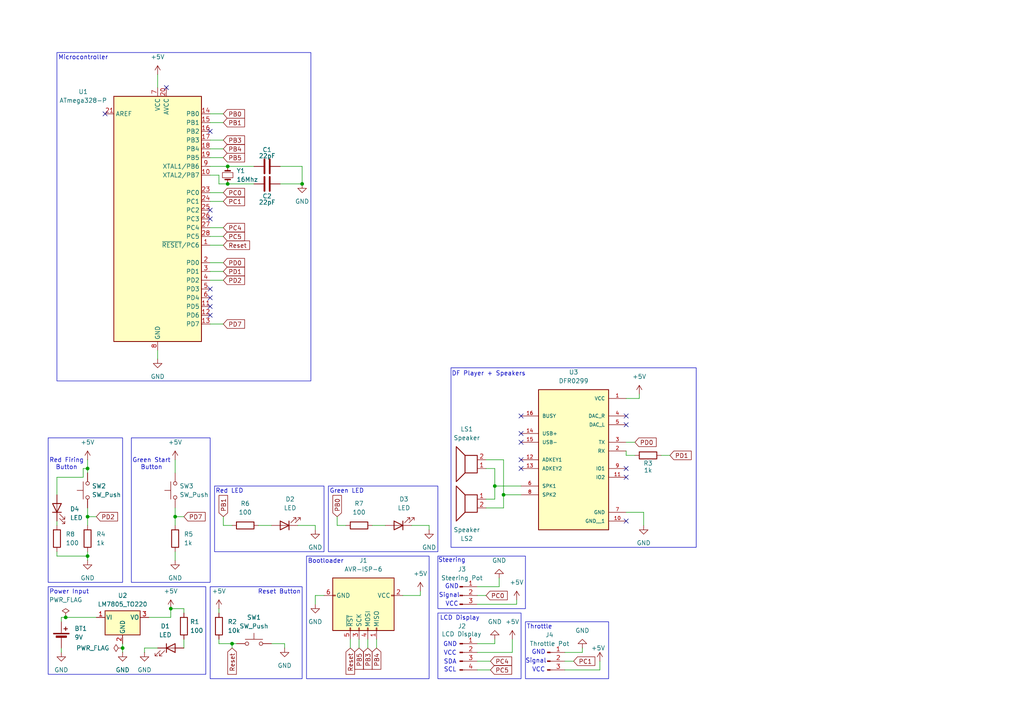
<source format=kicad_sch>
(kicad_sch
	(version 20250114)
	(generator "eeschema")
	(generator_version "9.0")
	(uuid "b2b6f03e-22c1-401e-9253-0b50af24cccb")
	(paper "A4")
	(lib_symbols
		(symbol "Connector:AVR-ISP-6"
			(pin_names
				(offset 1.016)
			)
			(exclude_from_sim no)
			(in_bom yes)
			(on_board yes)
			(property "Reference" "J"
				(at -6.35 11.43 0)
				(effects
					(font
						(size 1.27 1.27)
					)
					(justify left)
				)
			)
			(property "Value" "AVR-ISP-6"
				(at 0 11.43 0)
				(effects
					(font
						(size 1.27 1.27)
					)
					(justify left)
				)
			)
			(property "Footprint" ""
				(at -6.35 1.27 90)
				(effects
					(font
						(size 1.27 1.27)
					)
					(hide yes)
				)
			)
			(property "Datasheet" "~"
				(at -32.385 -13.97 0)
				(effects
					(font
						(size 1.27 1.27)
					)
					(hide yes)
				)
			)
			(property "Description" "Atmel 6-pin ISP connector"
				(at 0 0 0)
				(effects
					(font
						(size 1.27 1.27)
					)
					(hide yes)
				)
			)
			(property "ki_keywords" "AVR ISP Connector"
				(at 0 0 0)
				(effects
					(font
						(size 1.27 1.27)
					)
					(hide yes)
				)
			)
			(property "ki_fp_filters" "IDC?Header*2x03* Pin?Header*2x03*"
				(at 0 0 0)
				(effects
					(font
						(size 1.27 1.27)
					)
					(hide yes)
				)
			)
			(symbol "AVR-ISP-6_0_1"
				(rectangle
					(start -2.667 10.16)
					(end -2.413 9.398)
					(stroke
						(width 0)
						(type default)
					)
					(fill
						(type none)
					)
				)
				(rectangle
					(start -2.667 -6.858)
					(end -2.413 -7.62)
					(stroke
						(width 0)
						(type default)
					)
					(fill
						(type none)
					)
				)
				(rectangle
					(start 7.62 10.16)
					(end -7.62 -7.62)
					(stroke
						(width 0.254)
						(type default)
					)
					(fill
						(type background)
					)
				)
				(rectangle
					(start 7.62 5.207)
					(end 6.858 4.953)
					(stroke
						(width 0)
						(type default)
					)
					(fill
						(type none)
					)
				)
				(rectangle
					(start 7.62 2.667)
					(end 6.858 2.413)
					(stroke
						(width 0)
						(type default)
					)
					(fill
						(type none)
					)
				)
				(rectangle
					(start 7.62 0.127)
					(end 6.858 -0.127)
					(stroke
						(width 0)
						(type default)
					)
					(fill
						(type none)
					)
				)
				(rectangle
					(start 7.62 -2.413)
					(end 6.858 -2.667)
					(stroke
						(width 0)
						(type default)
					)
					(fill
						(type none)
					)
				)
			)
			(symbol "AVR-ISP-6_1_1"
				(pin passive line
					(at -2.54 12.7 270)
					(length 2.54)
					(name "VCC"
						(effects
							(font
								(size 1.27 1.27)
							)
						)
					)
					(number "2"
						(effects
							(font
								(size 1.27 1.27)
							)
						)
					)
				)
				(pin passive line
					(at -2.54 -10.16 90)
					(length 2.54)
					(name "GND"
						(effects
							(font
								(size 1.27 1.27)
							)
						)
					)
					(number "6"
						(effects
							(font
								(size 1.27 1.27)
							)
						)
					)
				)
				(pin passive line
					(at 10.16 5.08 180)
					(length 2.54)
					(name "MISO"
						(effects
							(font
								(size 1.27 1.27)
							)
						)
					)
					(number "1"
						(effects
							(font
								(size 1.27 1.27)
							)
						)
					)
				)
				(pin passive line
					(at 10.16 2.54 180)
					(length 2.54)
					(name "MOSI"
						(effects
							(font
								(size 1.27 1.27)
							)
						)
					)
					(number "4"
						(effects
							(font
								(size 1.27 1.27)
							)
						)
					)
				)
				(pin passive line
					(at 10.16 0 180)
					(length 2.54)
					(name "SCK"
						(effects
							(font
								(size 1.27 1.27)
							)
						)
					)
					(number "3"
						(effects
							(font
								(size 1.27 1.27)
							)
						)
					)
				)
				(pin passive line
					(at 10.16 -2.54 180)
					(length 2.54)
					(name "~{RST}"
						(effects
							(font
								(size 1.27 1.27)
							)
						)
					)
					(number "5"
						(effects
							(font
								(size 1.27 1.27)
							)
						)
					)
				)
			)
			(embedded_fonts no)
		)
		(symbol "Connector:Conn_01x03_Pin"
			(pin_names
				(offset 1.016)
				(hide yes)
			)
			(exclude_from_sim no)
			(in_bom yes)
			(on_board yes)
			(property "Reference" "J"
				(at 0 5.08 0)
				(effects
					(font
						(size 1.27 1.27)
					)
				)
			)
			(property "Value" "Conn_01x03_Pin"
				(at 0 -5.08 0)
				(effects
					(font
						(size 1.27 1.27)
					)
				)
			)
			(property "Footprint" ""
				(at 0 0 0)
				(effects
					(font
						(size 1.27 1.27)
					)
					(hide yes)
				)
			)
			(property "Datasheet" "~"
				(at 0 0 0)
				(effects
					(font
						(size 1.27 1.27)
					)
					(hide yes)
				)
			)
			(property "Description" "Generic connector, single row, 01x03, script generated"
				(at 0 0 0)
				(effects
					(font
						(size 1.27 1.27)
					)
					(hide yes)
				)
			)
			(property "ki_locked" ""
				(at 0 0 0)
				(effects
					(font
						(size 1.27 1.27)
					)
				)
			)
			(property "ki_keywords" "connector"
				(at 0 0 0)
				(effects
					(font
						(size 1.27 1.27)
					)
					(hide yes)
				)
			)
			(property "ki_fp_filters" "Connector*:*_1x??_*"
				(at 0 0 0)
				(effects
					(font
						(size 1.27 1.27)
					)
					(hide yes)
				)
			)
			(symbol "Conn_01x03_Pin_1_1"
				(rectangle
					(start 0.8636 2.667)
					(end 0 2.413)
					(stroke
						(width 0.1524)
						(type default)
					)
					(fill
						(type outline)
					)
				)
				(rectangle
					(start 0.8636 0.127)
					(end 0 -0.127)
					(stroke
						(width 0.1524)
						(type default)
					)
					(fill
						(type outline)
					)
				)
				(rectangle
					(start 0.8636 -2.413)
					(end 0 -2.667)
					(stroke
						(width 0.1524)
						(type default)
					)
					(fill
						(type outline)
					)
				)
				(polyline
					(pts
						(xy 1.27 2.54) (xy 0.8636 2.54)
					)
					(stroke
						(width 0.1524)
						(type default)
					)
					(fill
						(type none)
					)
				)
				(polyline
					(pts
						(xy 1.27 0) (xy 0.8636 0)
					)
					(stroke
						(width 0.1524)
						(type default)
					)
					(fill
						(type none)
					)
				)
				(polyline
					(pts
						(xy 1.27 -2.54) (xy 0.8636 -2.54)
					)
					(stroke
						(width 0.1524)
						(type default)
					)
					(fill
						(type none)
					)
				)
				(pin passive line
					(at 5.08 2.54 180)
					(length 3.81)
					(name "Pin_1"
						(effects
							(font
								(size 1.27 1.27)
							)
						)
					)
					(number "1"
						(effects
							(font
								(size 1.27 1.27)
							)
						)
					)
				)
				(pin passive line
					(at 5.08 0 180)
					(length 3.81)
					(name "Pin_2"
						(effects
							(font
								(size 1.27 1.27)
							)
						)
					)
					(number "2"
						(effects
							(font
								(size 1.27 1.27)
							)
						)
					)
				)
				(pin passive line
					(at 5.08 -2.54 180)
					(length 3.81)
					(name "Pin_3"
						(effects
							(font
								(size 1.27 1.27)
							)
						)
					)
					(number "3"
						(effects
							(font
								(size 1.27 1.27)
							)
						)
					)
				)
			)
			(embedded_fonts no)
		)
		(symbol "Connector:Conn_01x04_Pin"
			(pin_names
				(offset 1.016)
				(hide yes)
			)
			(exclude_from_sim no)
			(in_bom yes)
			(on_board yes)
			(property "Reference" "J"
				(at 0 5.08 0)
				(effects
					(font
						(size 1.27 1.27)
					)
				)
			)
			(property "Value" "Conn_01x04_Pin"
				(at 0 -7.62 0)
				(effects
					(font
						(size 1.27 1.27)
					)
				)
			)
			(property "Footprint" ""
				(at 0 0 0)
				(effects
					(font
						(size 1.27 1.27)
					)
					(hide yes)
				)
			)
			(property "Datasheet" "~"
				(at 0 0 0)
				(effects
					(font
						(size 1.27 1.27)
					)
					(hide yes)
				)
			)
			(property "Description" "Generic connector, single row, 01x04, script generated"
				(at 0 0 0)
				(effects
					(font
						(size 1.27 1.27)
					)
					(hide yes)
				)
			)
			(property "ki_locked" ""
				(at 0 0 0)
				(effects
					(font
						(size 1.27 1.27)
					)
				)
			)
			(property "ki_keywords" "connector"
				(at 0 0 0)
				(effects
					(font
						(size 1.27 1.27)
					)
					(hide yes)
				)
			)
			(property "ki_fp_filters" "Connector*:*_1x??_*"
				(at 0 0 0)
				(effects
					(font
						(size 1.27 1.27)
					)
					(hide yes)
				)
			)
			(symbol "Conn_01x04_Pin_1_1"
				(rectangle
					(start 0.8636 2.667)
					(end 0 2.413)
					(stroke
						(width 0.1524)
						(type default)
					)
					(fill
						(type outline)
					)
				)
				(rectangle
					(start 0.8636 0.127)
					(end 0 -0.127)
					(stroke
						(width 0.1524)
						(type default)
					)
					(fill
						(type outline)
					)
				)
				(rectangle
					(start 0.8636 -2.413)
					(end 0 -2.667)
					(stroke
						(width 0.1524)
						(type default)
					)
					(fill
						(type outline)
					)
				)
				(rectangle
					(start 0.8636 -4.953)
					(end 0 -5.207)
					(stroke
						(width 0.1524)
						(type default)
					)
					(fill
						(type outline)
					)
				)
				(polyline
					(pts
						(xy 1.27 2.54) (xy 0.8636 2.54)
					)
					(stroke
						(width 0.1524)
						(type default)
					)
					(fill
						(type none)
					)
				)
				(polyline
					(pts
						(xy 1.27 0) (xy 0.8636 0)
					)
					(stroke
						(width 0.1524)
						(type default)
					)
					(fill
						(type none)
					)
				)
				(polyline
					(pts
						(xy 1.27 -2.54) (xy 0.8636 -2.54)
					)
					(stroke
						(width 0.1524)
						(type default)
					)
					(fill
						(type none)
					)
				)
				(polyline
					(pts
						(xy 1.27 -5.08) (xy 0.8636 -5.08)
					)
					(stroke
						(width 0.1524)
						(type default)
					)
					(fill
						(type none)
					)
				)
				(pin passive line
					(at 5.08 2.54 180)
					(length 3.81)
					(name "Pin_1"
						(effects
							(font
								(size 1.27 1.27)
							)
						)
					)
					(number "1"
						(effects
							(font
								(size 1.27 1.27)
							)
						)
					)
				)
				(pin passive line
					(at 5.08 0 180)
					(length 3.81)
					(name "Pin_2"
						(effects
							(font
								(size 1.27 1.27)
							)
						)
					)
					(number "2"
						(effects
							(font
								(size 1.27 1.27)
							)
						)
					)
				)
				(pin passive line
					(at 5.08 -2.54 180)
					(length 3.81)
					(name "Pin_3"
						(effects
							(font
								(size 1.27 1.27)
							)
						)
					)
					(number "3"
						(effects
							(font
								(size 1.27 1.27)
							)
						)
					)
				)
				(pin passive line
					(at 5.08 -5.08 180)
					(length 3.81)
					(name "Pin_4"
						(effects
							(font
								(size 1.27 1.27)
							)
						)
					)
					(number "4"
						(effects
							(font
								(size 1.27 1.27)
							)
						)
					)
				)
			)
			(embedded_fonts no)
		)
		(symbol "DF Player:DFR0299"
			(pin_names
				(offset 1.016)
			)
			(exclude_from_sim no)
			(in_bom yes)
			(on_board yes)
			(property "Reference" "U"
				(at -10.16 18.542 0)
				(effects
					(font
						(size 1.27 1.27)
					)
					(justify left bottom)
				)
			)
			(property "Value" "DFR0299"
				(at -10.16 -25.4 0)
				(effects
					(font
						(size 1.27 1.27)
					)
					(justify left bottom)
				)
			)
			(property "Footprint" "DFR0299:MODULE_DFR0299"
				(at 0 0 0)
				(effects
					(font
						(size 1.27 1.27)
					)
					(justify bottom)
					(hide yes)
				)
			)
			(property "Datasheet" ""
				(at 0 0 0)
				(effects
					(font
						(size 1.27 1.27)
					)
					(hide yes)
				)
			)
			(property "Description" ""
				(at 0 0 0)
				(effects
					(font
						(size 1.27 1.27)
					)
					(hide yes)
				)
			)
			(property "MF" "DFRobot"
				(at 0 0 0)
				(effects
					(font
						(size 1.27 1.27)
					)
					(justify bottom)
					(hide yes)
				)
			)
			(property "DESCRIPTION" "Dfplayer - a Mini Mp3 Player"
				(at 0 0 0)
				(effects
					(font
						(size 1.27 1.27)
					)
					(justify bottom)
					(hide yes)
				)
			)
			(property "PACKAGE" "None"
				(at 0 0 0)
				(effects
					(font
						(size 1.27 1.27)
					)
					(justify bottom)
					(hide yes)
				)
			)
			(property "PRICE" "None"
				(at 0 0 0)
				(effects
					(font
						(size 1.27 1.27)
					)
					(justify bottom)
					(hide yes)
				)
			)
			(property "MP" "DFR0299"
				(at 0 0 0)
				(effects
					(font
						(size 1.27 1.27)
					)
					(justify bottom)
					(hide yes)
				)
			)
			(property "AVAILABILITY" "Unavailable"
				(at 0 0 0)
				(effects
					(font
						(size 1.27 1.27)
					)
					(justify bottom)
					(hide yes)
				)
			)
			(symbol "DFR0299_0_0"
				(rectangle
					(start -10.16 -22.86)
					(end 10.16 17.78)
					(stroke
						(width 0.254)
						(type default)
					)
					(fill
						(type background)
					)
				)
				(pin input line
					(at -15.24 10.16 0)
					(length 5.08)
					(name "BUSY"
						(effects
							(font
								(size 1.016 1.016)
							)
						)
					)
					(number "16"
						(effects
							(font
								(size 1.016 1.016)
							)
						)
					)
				)
				(pin input line
					(at -15.24 5.08 0)
					(length 5.08)
					(name "USB+"
						(effects
							(font
								(size 1.016 1.016)
							)
						)
					)
					(number "14"
						(effects
							(font
								(size 1.016 1.016)
							)
						)
					)
				)
				(pin input line
					(at -15.24 2.54 0)
					(length 5.08)
					(name "USB-"
						(effects
							(font
								(size 1.016 1.016)
							)
						)
					)
					(number "15"
						(effects
							(font
								(size 1.016 1.016)
							)
						)
					)
				)
				(pin input line
					(at -15.24 -2.54 0)
					(length 5.08)
					(name "ADKEY1"
						(effects
							(font
								(size 1.016 1.016)
							)
						)
					)
					(number "12"
						(effects
							(font
								(size 1.016 1.016)
							)
						)
					)
				)
				(pin input line
					(at -15.24 -5.08 0)
					(length 5.08)
					(name "ADKEY2"
						(effects
							(font
								(size 1.016 1.016)
							)
						)
					)
					(number "13"
						(effects
							(font
								(size 1.016 1.016)
							)
						)
					)
				)
				(pin passive line
					(at -15.24 -10.16 0)
					(length 5.08)
					(name "SPK1"
						(effects
							(font
								(size 1.016 1.016)
							)
						)
					)
					(number "6"
						(effects
							(font
								(size 1.016 1.016)
							)
						)
					)
				)
				(pin passive line
					(at -15.24 -12.7 0)
					(length 5.08)
					(name "SPK2"
						(effects
							(font
								(size 1.016 1.016)
							)
						)
					)
					(number "8"
						(effects
							(font
								(size 1.016 1.016)
							)
						)
					)
				)
				(pin power_in line
					(at 15.24 15.24 180)
					(length 5.08)
					(name "VCC"
						(effects
							(font
								(size 1.016 1.016)
							)
						)
					)
					(number "1"
						(effects
							(font
								(size 1.016 1.016)
							)
						)
					)
				)
				(pin output line
					(at 15.24 10.16 180)
					(length 5.08)
					(name "DAC_R"
						(effects
							(font
								(size 1.016 1.016)
							)
						)
					)
					(number "4"
						(effects
							(font
								(size 1.016 1.016)
							)
						)
					)
				)
				(pin output line
					(at 15.24 7.62 180)
					(length 5.08)
					(name "DAC_L"
						(effects
							(font
								(size 1.016 1.016)
							)
						)
					)
					(number "5"
						(effects
							(font
								(size 1.016 1.016)
							)
						)
					)
				)
				(pin output line
					(at 15.24 2.54 180)
					(length 5.08)
					(name "TX"
						(effects
							(font
								(size 1.016 1.016)
							)
						)
					)
					(number "3"
						(effects
							(font
								(size 1.016 1.016)
							)
						)
					)
				)
				(pin input line
					(at 15.24 0 180)
					(length 5.08)
					(name "RX"
						(effects
							(font
								(size 1.016 1.016)
							)
						)
					)
					(number "2"
						(effects
							(font
								(size 1.016 1.016)
							)
						)
					)
				)
				(pin bidirectional line
					(at 15.24 -5.08 180)
					(length 5.08)
					(name "IO1"
						(effects
							(font
								(size 1.016 1.016)
							)
						)
					)
					(number "9"
						(effects
							(font
								(size 1.016 1.016)
							)
						)
					)
				)
				(pin bidirectional line
					(at 15.24 -7.62 180)
					(length 5.08)
					(name "IO2"
						(effects
							(font
								(size 1.016 1.016)
							)
						)
					)
					(number "11"
						(effects
							(font
								(size 1.016 1.016)
							)
						)
					)
				)
				(pin power_in line
					(at 15.24 -17.78 180)
					(length 5.08)
					(name "GND"
						(effects
							(font
								(size 1.016 1.016)
							)
						)
					)
					(number "7"
						(effects
							(font
								(size 1.016 1.016)
							)
						)
					)
				)
				(pin power_in line
					(at 15.24 -20.32 180)
					(length 5.08)
					(name "GND__1"
						(effects
							(font
								(size 1.016 1.016)
							)
						)
					)
					(number "10"
						(effects
							(font
								(size 1.016 1.016)
							)
						)
					)
				)
			)
			(embedded_fonts no)
		)
		(symbol "Device:Battery_Cell"
			(pin_numbers
				(hide yes)
			)
			(pin_names
				(offset 0)
				(hide yes)
			)
			(exclude_from_sim no)
			(in_bom yes)
			(on_board yes)
			(property "Reference" "BT"
				(at 2.54 2.54 0)
				(effects
					(font
						(size 1.27 1.27)
					)
					(justify left)
				)
			)
			(property "Value" "Battery_Cell"
				(at 2.54 0 0)
				(effects
					(font
						(size 1.27 1.27)
					)
					(justify left)
				)
			)
			(property "Footprint" ""
				(at 0 1.524 90)
				(effects
					(font
						(size 1.27 1.27)
					)
					(hide yes)
				)
			)
			(property "Datasheet" "~"
				(at 0 1.524 90)
				(effects
					(font
						(size 1.27 1.27)
					)
					(hide yes)
				)
			)
			(property "Description" "Single-cell battery"
				(at 0 0 0)
				(effects
					(font
						(size 1.27 1.27)
					)
					(hide yes)
				)
			)
			(property "ki_keywords" "battery cell"
				(at 0 0 0)
				(effects
					(font
						(size 1.27 1.27)
					)
					(hide yes)
				)
			)
			(symbol "Battery_Cell_0_1"
				(rectangle
					(start -2.286 1.778)
					(end 2.286 1.524)
					(stroke
						(width 0)
						(type default)
					)
					(fill
						(type outline)
					)
				)
				(rectangle
					(start -1.524 1.016)
					(end 1.524 0.508)
					(stroke
						(width 0)
						(type default)
					)
					(fill
						(type outline)
					)
				)
				(polyline
					(pts
						(xy 0 1.778) (xy 0 2.54)
					)
					(stroke
						(width 0)
						(type default)
					)
					(fill
						(type none)
					)
				)
				(polyline
					(pts
						(xy 0 0.762) (xy 0 0)
					)
					(stroke
						(width 0)
						(type default)
					)
					(fill
						(type none)
					)
				)
				(polyline
					(pts
						(xy 0.762 3.048) (xy 1.778 3.048)
					)
					(stroke
						(width 0.254)
						(type default)
					)
					(fill
						(type none)
					)
				)
				(polyline
					(pts
						(xy 1.27 3.556) (xy 1.27 2.54)
					)
					(stroke
						(width 0.254)
						(type default)
					)
					(fill
						(type none)
					)
				)
			)
			(symbol "Battery_Cell_1_1"
				(pin passive line
					(at 0 5.08 270)
					(length 2.54)
					(name "+"
						(effects
							(font
								(size 1.27 1.27)
							)
						)
					)
					(number "1"
						(effects
							(font
								(size 1.27 1.27)
							)
						)
					)
				)
				(pin passive line
					(at 0 -2.54 90)
					(length 2.54)
					(name "-"
						(effects
							(font
								(size 1.27 1.27)
							)
						)
					)
					(number "2"
						(effects
							(font
								(size 1.27 1.27)
							)
						)
					)
				)
			)
			(embedded_fonts no)
		)
		(symbol "Device:C"
			(pin_numbers
				(hide yes)
			)
			(pin_names
				(offset 0.254)
			)
			(exclude_from_sim no)
			(in_bom yes)
			(on_board yes)
			(property "Reference" "C"
				(at 0.635 2.54 0)
				(effects
					(font
						(size 1.27 1.27)
					)
					(justify left)
				)
			)
			(property "Value" "C"
				(at 0.635 -2.54 0)
				(effects
					(font
						(size 1.27 1.27)
					)
					(justify left)
				)
			)
			(property "Footprint" ""
				(at 0.9652 -3.81 0)
				(effects
					(font
						(size 1.27 1.27)
					)
					(hide yes)
				)
			)
			(property "Datasheet" "~"
				(at 0 0 0)
				(effects
					(font
						(size 1.27 1.27)
					)
					(hide yes)
				)
			)
			(property "Description" "Unpolarized capacitor"
				(at 0 0 0)
				(effects
					(font
						(size 1.27 1.27)
					)
					(hide yes)
				)
			)
			(property "ki_keywords" "cap capacitor"
				(at 0 0 0)
				(effects
					(font
						(size 1.27 1.27)
					)
					(hide yes)
				)
			)
			(property "ki_fp_filters" "C_*"
				(at 0 0 0)
				(effects
					(font
						(size 1.27 1.27)
					)
					(hide yes)
				)
			)
			(symbol "C_0_1"
				(polyline
					(pts
						(xy -2.032 0.762) (xy 2.032 0.762)
					)
					(stroke
						(width 0.508)
						(type default)
					)
					(fill
						(type none)
					)
				)
				(polyline
					(pts
						(xy -2.032 -0.762) (xy 2.032 -0.762)
					)
					(stroke
						(width 0.508)
						(type default)
					)
					(fill
						(type none)
					)
				)
			)
			(symbol "C_1_1"
				(pin passive line
					(at 0 3.81 270)
					(length 2.794)
					(name "~"
						(effects
							(font
								(size 1.27 1.27)
							)
						)
					)
					(number "1"
						(effects
							(font
								(size 1.27 1.27)
							)
						)
					)
				)
				(pin passive line
					(at 0 -3.81 90)
					(length 2.794)
					(name "~"
						(effects
							(font
								(size 1.27 1.27)
							)
						)
					)
					(number "2"
						(effects
							(font
								(size 1.27 1.27)
							)
						)
					)
				)
			)
			(embedded_fonts no)
		)
		(symbol "Device:Crystal_Small"
			(pin_numbers
				(hide yes)
			)
			(pin_names
				(offset 1.016)
				(hide yes)
			)
			(exclude_from_sim no)
			(in_bom yes)
			(on_board yes)
			(property "Reference" "Y"
				(at 0 2.54 0)
				(effects
					(font
						(size 1.27 1.27)
					)
				)
			)
			(property "Value" "Crystal_Small"
				(at 0 -2.54 0)
				(effects
					(font
						(size 1.27 1.27)
					)
				)
			)
			(property "Footprint" ""
				(at 0 0 0)
				(effects
					(font
						(size 1.27 1.27)
					)
					(hide yes)
				)
			)
			(property "Datasheet" "~"
				(at 0 0 0)
				(effects
					(font
						(size 1.27 1.27)
					)
					(hide yes)
				)
			)
			(property "Description" "Two pin crystal, small symbol"
				(at 0 0 0)
				(effects
					(font
						(size 1.27 1.27)
					)
					(hide yes)
				)
			)
			(property "ki_keywords" "quartz ceramic resonator oscillator"
				(at 0 0 0)
				(effects
					(font
						(size 1.27 1.27)
					)
					(hide yes)
				)
			)
			(property "ki_fp_filters" "Crystal*"
				(at 0 0 0)
				(effects
					(font
						(size 1.27 1.27)
					)
					(hide yes)
				)
			)
			(symbol "Crystal_Small_0_1"
				(polyline
					(pts
						(xy -1.27 -0.762) (xy -1.27 0.762)
					)
					(stroke
						(width 0.381)
						(type default)
					)
					(fill
						(type none)
					)
				)
				(rectangle
					(start -0.762 -1.524)
					(end 0.762 1.524)
					(stroke
						(width 0)
						(type default)
					)
					(fill
						(type none)
					)
				)
				(polyline
					(pts
						(xy 1.27 -0.762) (xy 1.27 0.762)
					)
					(stroke
						(width 0.381)
						(type default)
					)
					(fill
						(type none)
					)
				)
			)
			(symbol "Crystal_Small_1_1"
				(pin passive line
					(at -2.54 0 0)
					(length 1.27)
					(name "1"
						(effects
							(font
								(size 1.27 1.27)
							)
						)
					)
					(number "1"
						(effects
							(font
								(size 1.27 1.27)
							)
						)
					)
				)
				(pin passive line
					(at 2.54 0 180)
					(length 1.27)
					(name "2"
						(effects
							(font
								(size 1.27 1.27)
							)
						)
					)
					(number "2"
						(effects
							(font
								(size 1.27 1.27)
							)
						)
					)
				)
			)
			(embedded_fonts no)
		)
		(symbol "Device:LED"
			(pin_numbers
				(hide yes)
			)
			(pin_names
				(offset 1.016)
				(hide yes)
			)
			(exclude_from_sim no)
			(in_bom yes)
			(on_board yes)
			(property "Reference" "D"
				(at 0 2.54 0)
				(effects
					(font
						(size 1.27 1.27)
					)
				)
			)
			(property "Value" "LED"
				(at 0 -2.54 0)
				(effects
					(font
						(size 1.27 1.27)
					)
				)
			)
			(property "Footprint" ""
				(at 0 0 0)
				(effects
					(font
						(size 1.27 1.27)
					)
					(hide yes)
				)
			)
			(property "Datasheet" "~"
				(at 0 0 0)
				(effects
					(font
						(size 1.27 1.27)
					)
					(hide yes)
				)
			)
			(property "Description" "Light emitting diode"
				(at 0 0 0)
				(effects
					(font
						(size 1.27 1.27)
					)
					(hide yes)
				)
			)
			(property "Sim.Pins" "1=K 2=A"
				(at 0 0 0)
				(effects
					(font
						(size 1.27 1.27)
					)
					(hide yes)
				)
			)
			(property "ki_keywords" "LED diode"
				(at 0 0 0)
				(effects
					(font
						(size 1.27 1.27)
					)
					(hide yes)
				)
			)
			(property "ki_fp_filters" "LED* LED_SMD:* LED_THT:*"
				(at 0 0 0)
				(effects
					(font
						(size 1.27 1.27)
					)
					(hide yes)
				)
			)
			(symbol "LED_0_1"
				(polyline
					(pts
						(xy -3.048 -0.762) (xy -4.572 -2.286) (xy -3.81 -2.286) (xy -4.572 -2.286) (xy -4.572 -1.524)
					)
					(stroke
						(width 0)
						(type default)
					)
					(fill
						(type none)
					)
				)
				(polyline
					(pts
						(xy -1.778 -0.762) (xy -3.302 -2.286) (xy -2.54 -2.286) (xy -3.302 -2.286) (xy -3.302 -1.524)
					)
					(stroke
						(width 0)
						(type default)
					)
					(fill
						(type none)
					)
				)
				(polyline
					(pts
						(xy -1.27 0) (xy 1.27 0)
					)
					(stroke
						(width 0)
						(type default)
					)
					(fill
						(type none)
					)
				)
				(polyline
					(pts
						(xy -1.27 -1.27) (xy -1.27 1.27)
					)
					(stroke
						(width 0.254)
						(type default)
					)
					(fill
						(type none)
					)
				)
				(polyline
					(pts
						(xy 1.27 -1.27) (xy 1.27 1.27) (xy -1.27 0) (xy 1.27 -1.27)
					)
					(stroke
						(width 0.254)
						(type default)
					)
					(fill
						(type none)
					)
				)
			)
			(symbol "LED_1_1"
				(pin passive line
					(at -3.81 0 0)
					(length 2.54)
					(name "K"
						(effects
							(font
								(size 1.27 1.27)
							)
						)
					)
					(number "1"
						(effects
							(font
								(size 1.27 1.27)
							)
						)
					)
				)
				(pin passive line
					(at 3.81 0 180)
					(length 2.54)
					(name "A"
						(effects
							(font
								(size 1.27 1.27)
							)
						)
					)
					(number "2"
						(effects
							(font
								(size 1.27 1.27)
							)
						)
					)
				)
			)
			(embedded_fonts no)
		)
		(symbol "Device:R"
			(pin_numbers
				(hide yes)
			)
			(pin_names
				(offset 0)
			)
			(exclude_from_sim no)
			(in_bom yes)
			(on_board yes)
			(property "Reference" "R"
				(at 2.032 0 90)
				(effects
					(font
						(size 1.27 1.27)
					)
				)
			)
			(property "Value" "R"
				(at 0 0 90)
				(effects
					(font
						(size 1.27 1.27)
					)
				)
			)
			(property "Footprint" ""
				(at -1.778 0 90)
				(effects
					(font
						(size 1.27 1.27)
					)
					(hide yes)
				)
			)
			(property "Datasheet" "~"
				(at 0 0 0)
				(effects
					(font
						(size 1.27 1.27)
					)
					(hide yes)
				)
			)
			(property "Description" "Resistor"
				(at 0 0 0)
				(effects
					(font
						(size 1.27 1.27)
					)
					(hide yes)
				)
			)
			(property "ki_keywords" "R res resistor"
				(at 0 0 0)
				(effects
					(font
						(size 1.27 1.27)
					)
					(hide yes)
				)
			)
			(property "ki_fp_filters" "R_*"
				(at 0 0 0)
				(effects
					(font
						(size 1.27 1.27)
					)
					(hide yes)
				)
			)
			(symbol "R_0_1"
				(rectangle
					(start -1.016 -2.54)
					(end 1.016 2.54)
					(stroke
						(width 0.254)
						(type default)
					)
					(fill
						(type none)
					)
				)
			)
			(symbol "R_1_1"
				(pin passive line
					(at 0 3.81 270)
					(length 1.27)
					(name "~"
						(effects
							(font
								(size 1.27 1.27)
							)
						)
					)
					(number "1"
						(effects
							(font
								(size 1.27 1.27)
							)
						)
					)
				)
				(pin passive line
					(at 0 -3.81 90)
					(length 1.27)
					(name "~"
						(effects
							(font
								(size 1.27 1.27)
							)
						)
					)
					(number "2"
						(effects
							(font
								(size 1.27 1.27)
							)
						)
					)
				)
			)
			(embedded_fonts no)
		)
		(symbol "Device:Speaker"
			(pin_names
				(offset 0)
				(hide yes)
			)
			(exclude_from_sim no)
			(in_bom yes)
			(on_board yes)
			(property "Reference" "LS"
				(at 1.27 5.715 0)
				(effects
					(font
						(size 1.27 1.27)
					)
					(justify right)
				)
			)
			(property "Value" "Speaker"
				(at 1.27 3.81 0)
				(effects
					(font
						(size 1.27 1.27)
					)
					(justify right)
				)
			)
			(property "Footprint" ""
				(at 0 -5.08 0)
				(effects
					(font
						(size 1.27 1.27)
					)
					(hide yes)
				)
			)
			(property "Datasheet" "~"
				(at -0.254 -1.27 0)
				(effects
					(font
						(size 1.27 1.27)
					)
					(hide yes)
				)
			)
			(property "Description" "Speaker"
				(at 0 0 0)
				(effects
					(font
						(size 1.27 1.27)
					)
					(hide yes)
				)
			)
			(property "ki_keywords" "speaker sound"
				(at 0 0 0)
				(effects
					(font
						(size 1.27 1.27)
					)
					(hide yes)
				)
			)
			(symbol "Speaker_0_0"
				(rectangle
					(start -2.54 1.27)
					(end 1.016 -3.81)
					(stroke
						(width 0.254)
						(type default)
					)
					(fill
						(type none)
					)
				)
				(polyline
					(pts
						(xy 1.016 1.27) (xy 3.556 3.81) (xy 3.556 -6.35) (xy 1.016 -3.81)
					)
					(stroke
						(width 0.254)
						(type default)
					)
					(fill
						(type none)
					)
				)
			)
			(symbol "Speaker_1_1"
				(pin input line
					(at -5.08 0 0)
					(length 2.54)
					(name "1"
						(effects
							(font
								(size 1.27 1.27)
							)
						)
					)
					(number "1"
						(effects
							(font
								(size 1.27 1.27)
							)
						)
					)
				)
				(pin input line
					(at -5.08 -2.54 0)
					(length 2.54)
					(name "2"
						(effects
							(font
								(size 1.27 1.27)
							)
						)
					)
					(number "2"
						(effects
							(font
								(size 1.27 1.27)
							)
						)
					)
				)
			)
			(embedded_fonts no)
		)
		(symbol "MCU_Microchip_ATmega:ATmega328-P"
			(exclude_from_sim no)
			(in_bom yes)
			(on_board yes)
			(property "Reference" "U"
				(at -12.7 36.83 0)
				(effects
					(font
						(size 1.27 1.27)
					)
					(justify left bottom)
				)
			)
			(property "Value" "ATmega328-P"
				(at 2.54 -36.83 0)
				(effects
					(font
						(size 1.27 1.27)
					)
					(justify left top)
				)
			)
			(property "Footprint" "Package_DIP:DIP-28_W7.62mm"
				(at 0 0 0)
				(effects
					(font
						(size 1.27 1.27)
						(italic yes)
					)
					(hide yes)
				)
			)
			(property "Datasheet" "http://ww1.microchip.com/downloads/en/DeviceDoc/ATmega328_P%20AVR%20MCU%20with%20picoPower%20Technology%20Data%20Sheet%2040001984A.pdf"
				(at 0 0 0)
				(effects
					(font
						(size 1.27 1.27)
					)
					(hide yes)
				)
			)
			(property "Description" "20MHz, 32kB Flash, 2kB SRAM, 1kB EEPROM, DIP-28"
				(at 0 0 0)
				(effects
					(font
						(size 1.27 1.27)
					)
					(hide yes)
				)
			)
			(property "ki_keywords" "AVR 8bit Microcontroller MegaAVR"
				(at 0 0 0)
				(effects
					(font
						(size 1.27 1.27)
					)
					(hide yes)
				)
			)
			(property "ki_fp_filters" "DIP*W7.62mm*"
				(at 0 0 0)
				(effects
					(font
						(size 1.27 1.27)
					)
					(hide yes)
				)
			)
			(symbol "ATmega328-P_0_1"
				(rectangle
					(start -12.7 -35.56)
					(end 12.7 35.56)
					(stroke
						(width 0.254)
						(type default)
					)
					(fill
						(type background)
					)
				)
			)
			(symbol "ATmega328-P_1_1"
				(pin passive line
					(at -15.24 30.48 0)
					(length 2.54)
					(name "AREF"
						(effects
							(font
								(size 1.27 1.27)
							)
						)
					)
					(number "21"
						(effects
							(font
								(size 1.27 1.27)
							)
						)
					)
				)
				(pin power_in line
					(at 0 38.1 270)
					(length 2.54)
					(name "VCC"
						(effects
							(font
								(size 1.27 1.27)
							)
						)
					)
					(number "7"
						(effects
							(font
								(size 1.27 1.27)
							)
						)
					)
				)
				(pin passive line
					(at 0 -38.1 90)
					(length 2.54)
					(hide yes)
					(name "GND"
						(effects
							(font
								(size 1.27 1.27)
							)
						)
					)
					(number "22"
						(effects
							(font
								(size 1.27 1.27)
							)
						)
					)
				)
				(pin power_in line
					(at 0 -38.1 90)
					(length 2.54)
					(name "GND"
						(effects
							(font
								(size 1.27 1.27)
							)
						)
					)
					(number "8"
						(effects
							(font
								(size 1.27 1.27)
							)
						)
					)
				)
				(pin power_in line
					(at 2.54 38.1 270)
					(length 2.54)
					(name "AVCC"
						(effects
							(font
								(size 1.27 1.27)
							)
						)
					)
					(number "20"
						(effects
							(font
								(size 1.27 1.27)
							)
						)
					)
				)
				(pin bidirectional line
					(at 15.24 30.48 180)
					(length 2.54)
					(name "PB0"
						(effects
							(font
								(size 1.27 1.27)
							)
						)
					)
					(number "14"
						(effects
							(font
								(size 1.27 1.27)
							)
						)
					)
				)
				(pin bidirectional line
					(at 15.24 27.94 180)
					(length 2.54)
					(name "PB1"
						(effects
							(font
								(size 1.27 1.27)
							)
						)
					)
					(number "15"
						(effects
							(font
								(size 1.27 1.27)
							)
						)
					)
				)
				(pin bidirectional line
					(at 15.24 25.4 180)
					(length 2.54)
					(name "PB2"
						(effects
							(font
								(size 1.27 1.27)
							)
						)
					)
					(number "16"
						(effects
							(font
								(size 1.27 1.27)
							)
						)
					)
				)
				(pin bidirectional line
					(at 15.24 22.86 180)
					(length 2.54)
					(name "PB3"
						(effects
							(font
								(size 1.27 1.27)
							)
						)
					)
					(number "17"
						(effects
							(font
								(size 1.27 1.27)
							)
						)
					)
				)
				(pin bidirectional line
					(at 15.24 20.32 180)
					(length 2.54)
					(name "PB4"
						(effects
							(font
								(size 1.27 1.27)
							)
						)
					)
					(number "18"
						(effects
							(font
								(size 1.27 1.27)
							)
						)
					)
				)
				(pin bidirectional line
					(at 15.24 17.78 180)
					(length 2.54)
					(name "PB5"
						(effects
							(font
								(size 1.27 1.27)
							)
						)
					)
					(number "19"
						(effects
							(font
								(size 1.27 1.27)
							)
						)
					)
				)
				(pin bidirectional line
					(at 15.24 15.24 180)
					(length 2.54)
					(name "XTAL1/PB6"
						(effects
							(font
								(size 1.27 1.27)
							)
						)
					)
					(number "9"
						(effects
							(font
								(size 1.27 1.27)
							)
						)
					)
				)
				(pin bidirectional line
					(at 15.24 12.7 180)
					(length 2.54)
					(name "XTAL2/PB7"
						(effects
							(font
								(size 1.27 1.27)
							)
						)
					)
					(number "10"
						(effects
							(font
								(size 1.27 1.27)
							)
						)
					)
				)
				(pin bidirectional line
					(at 15.24 7.62 180)
					(length 2.54)
					(name "PC0"
						(effects
							(font
								(size 1.27 1.27)
							)
						)
					)
					(number "23"
						(effects
							(font
								(size 1.27 1.27)
							)
						)
					)
				)
				(pin bidirectional line
					(at 15.24 5.08 180)
					(length 2.54)
					(name "PC1"
						(effects
							(font
								(size 1.27 1.27)
							)
						)
					)
					(number "24"
						(effects
							(font
								(size 1.27 1.27)
							)
						)
					)
				)
				(pin bidirectional line
					(at 15.24 2.54 180)
					(length 2.54)
					(name "PC2"
						(effects
							(font
								(size 1.27 1.27)
							)
						)
					)
					(number "25"
						(effects
							(font
								(size 1.27 1.27)
							)
						)
					)
				)
				(pin bidirectional line
					(at 15.24 0 180)
					(length 2.54)
					(name "PC3"
						(effects
							(font
								(size 1.27 1.27)
							)
						)
					)
					(number "26"
						(effects
							(font
								(size 1.27 1.27)
							)
						)
					)
				)
				(pin bidirectional line
					(at 15.24 -2.54 180)
					(length 2.54)
					(name "PC4"
						(effects
							(font
								(size 1.27 1.27)
							)
						)
					)
					(number "27"
						(effects
							(font
								(size 1.27 1.27)
							)
						)
					)
				)
				(pin bidirectional line
					(at 15.24 -5.08 180)
					(length 2.54)
					(name "PC5"
						(effects
							(font
								(size 1.27 1.27)
							)
						)
					)
					(number "28"
						(effects
							(font
								(size 1.27 1.27)
							)
						)
					)
				)
				(pin bidirectional line
					(at 15.24 -7.62 180)
					(length 2.54)
					(name "~{RESET}/PC6"
						(effects
							(font
								(size 1.27 1.27)
							)
						)
					)
					(number "1"
						(effects
							(font
								(size 1.27 1.27)
							)
						)
					)
				)
				(pin bidirectional line
					(at 15.24 -12.7 180)
					(length 2.54)
					(name "PD0"
						(effects
							(font
								(size 1.27 1.27)
							)
						)
					)
					(number "2"
						(effects
							(font
								(size 1.27 1.27)
							)
						)
					)
				)
				(pin bidirectional line
					(at 15.24 -15.24 180)
					(length 2.54)
					(name "PD1"
						(effects
							(font
								(size 1.27 1.27)
							)
						)
					)
					(number "3"
						(effects
							(font
								(size 1.27 1.27)
							)
						)
					)
				)
				(pin bidirectional line
					(at 15.24 -17.78 180)
					(length 2.54)
					(name "PD2"
						(effects
							(font
								(size 1.27 1.27)
							)
						)
					)
					(number "4"
						(effects
							(font
								(size 1.27 1.27)
							)
						)
					)
				)
				(pin bidirectional line
					(at 15.24 -20.32 180)
					(length 2.54)
					(name "PD3"
						(effects
							(font
								(size 1.27 1.27)
							)
						)
					)
					(number "5"
						(effects
							(font
								(size 1.27 1.27)
							)
						)
					)
				)
				(pin bidirectional line
					(at 15.24 -22.86 180)
					(length 2.54)
					(name "PD4"
						(effects
							(font
								(size 1.27 1.27)
							)
						)
					)
					(number "6"
						(effects
							(font
								(size 1.27 1.27)
							)
						)
					)
				)
				(pin bidirectional line
					(at 15.24 -25.4 180)
					(length 2.54)
					(name "PD5"
						(effects
							(font
								(size 1.27 1.27)
							)
						)
					)
					(number "11"
						(effects
							(font
								(size 1.27 1.27)
							)
						)
					)
				)
				(pin bidirectional line
					(at 15.24 -27.94 180)
					(length 2.54)
					(name "PD6"
						(effects
							(font
								(size 1.27 1.27)
							)
						)
					)
					(number "12"
						(effects
							(font
								(size 1.27 1.27)
							)
						)
					)
				)
				(pin bidirectional line
					(at 15.24 -30.48 180)
					(length 2.54)
					(name "PD7"
						(effects
							(font
								(size 1.27 1.27)
							)
						)
					)
					(number "13"
						(effects
							(font
								(size 1.27 1.27)
							)
						)
					)
				)
			)
			(embedded_fonts no)
		)
		(symbol "Regulator_Linear:LM7805_TO220"
			(pin_names
				(offset 0.254)
			)
			(exclude_from_sim no)
			(in_bom yes)
			(on_board yes)
			(property "Reference" "U"
				(at -3.81 3.175 0)
				(effects
					(font
						(size 1.27 1.27)
					)
				)
			)
			(property "Value" "LM7805_TO220"
				(at 0 3.175 0)
				(effects
					(font
						(size 1.27 1.27)
					)
					(justify left)
				)
			)
			(property "Footprint" "Package_TO_SOT_THT:TO-220-3_Vertical"
				(at 0 5.715 0)
				(effects
					(font
						(size 1.27 1.27)
						(italic yes)
					)
					(hide yes)
				)
			)
			(property "Datasheet" "https://www.onsemi.cn/PowerSolutions/document/MC7800-D.PDF"
				(at 0 -1.27 0)
				(effects
					(font
						(size 1.27 1.27)
					)
					(hide yes)
				)
			)
			(property "Description" "Positive 1A 35V Linear Regulator, Fixed Output 5V, TO-220"
				(at 0 0 0)
				(effects
					(font
						(size 1.27 1.27)
					)
					(hide yes)
				)
			)
			(property "ki_keywords" "Voltage Regulator 1A Positive"
				(at 0 0 0)
				(effects
					(font
						(size 1.27 1.27)
					)
					(hide yes)
				)
			)
			(property "ki_fp_filters" "TO?220*"
				(at 0 0 0)
				(effects
					(font
						(size 1.27 1.27)
					)
					(hide yes)
				)
			)
			(symbol "LM7805_TO220_0_1"
				(rectangle
					(start -5.08 1.905)
					(end 5.08 -5.08)
					(stroke
						(width 0.254)
						(type default)
					)
					(fill
						(type background)
					)
				)
			)
			(symbol "LM7805_TO220_1_1"
				(pin power_in line
					(at -7.62 0 0)
					(length 2.54)
					(name "VI"
						(effects
							(font
								(size 1.27 1.27)
							)
						)
					)
					(number "1"
						(effects
							(font
								(size 1.27 1.27)
							)
						)
					)
				)
				(pin power_in line
					(at 0 -7.62 90)
					(length 2.54)
					(name "GND"
						(effects
							(font
								(size 1.27 1.27)
							)
						)
					)
					(number "2"
						(effects
							(font
								(size 1.27 1.27)
							)
						)
					)
				)
				(pin power_out line
					(at 7.62 0 180)
					(length 2.54)
					(name "VO"
						(effects
							(font
								(size 1.27 1.27)
							)
						)
					)
					(number "3"
						(effects
							(font
								(size 1.27 1.27)
							)
						)
					)
				)
			)
			(embedded_fonts no)
		)
		(symbol "Switch:SW_Push"
			(pin_numbers
				(hide yes)
			)
			(pin_names
				(offset 1.016)
				(hide yes)
			)
			(exclude_from_sim no)
			(in_bom yes)
			(on_board yes)
			(property "Reference" "SW"
				(at 1.27 2.54 0)
				(effects
					(font
						(size 1.27 1.27)
					)
					(justify left)
				)
			)
			(property "Value" "SW_Push"
				(at 0 -1.524 0)
				(effects
					(font
						(size 1.27 1.27)
					)
				)
			)
			(property "Footprint" ""
				(at 0 5.08 0)
				(effects
					(font
						(size 1.27 1.27)
					)
					(hide yes)
				)
			)
			(property "Datasheet" "~"
				(at 0 5.08 0)
				(effects
					(font
						(size 1.27 1.27)
					)
					(hide yes)
				)
			)
			(property "Description" "Push button switch, generic, two pins"
				(at 0 0 0)
				(effects
					(font
						(size 1.27 1.27)
					)
					(hide yes)
				)
			)
			(property "ki_keywords" "switch normally-open pushbutton push-button"
				(at 0 0 0)
				(effects
					(font
						(size 1.27 1.27)
					)
					(hide yes)
				)
			)
			(symbol "SW_Push_0_1"
				(circle
					(center -2.032 0)
					(radius 0.508)
					(stroke
						(width 0)
						(type default)
					)
					(fill
						(type none)
					)
				)
				(polyline
					(pts
						(xy 0 1.27) (xy 0 3.048)
					)
					(stroke
						(width 0)
						(type default)
					)
					(fill
						(type none)
					)
				)
				(circle
					(center 2.032 0)
					(radius 0.508)
					(stroke
						(width 0)
						(type default)
					)
					(fill
						(type none)
					)
				)
				(polyline
					(pts
						(xy 2.54 1.27) (xy -2.54 1.27)
					)
					(stroke
						(width 0)
						(type default)
					)
					(fill
						(type none)
					)
				)
				(pin passive line
					(at -5.08 0 0)
					(length 2.54)
					(name "1"
						(effects
							(font
								(size 1.27 1.27)
							)
						)
					)
					(number "1"
						(effects
							(font
								(size 1.27 1.27)
							)
						)
					)
				)
				(pin passive line
					(at 5.08 0 180)
					(length 2.54)
					(name "2"
						(effects
							(font
								(size 1.27 1.27)
							)
						)
					)
					(number "2"
						(effects
							(font
								(size 1.27 1.27)
							)
						)
					)
				)
			)
			(embedded_fonts no)
		)
		(symbol "power:+5V"
			(power)
			(pin_numbers
				(hide yes)
			)
			(pin_names
				(offset 0)
				(hide yes)
			)
			(exclude_from_sim no)
			(in_bom yes)
			(on_board yes)
			(property "Reference" "#PWR"
				(at 0 -3.81 0)
				(effects
					(font
						(size 1.27 1.27)
					)
					(hide yes)
				)
			)
			(property "Value" "+5V"
				(at 0 3.556 0)
				(effects
					(font
						(size 1.27 1.27)
					)
				)
			)
			(property "Footprint" ""
				(at 0 0 0)
				(effects
					(font
						(size 1.27 1.27)
					)
					(hide yes)
				)
			)
			(property "Datasheet" ""
				(at 0 0 0)
				(effects
					(font
						(size 1.27 1.27)
					)
					(hide yes)
				)
			)
			(property "Description" "Power symbol creates a global label with name \"+5V\""
				(at 0 0 0)
				(effects
					(font
						(size 1.27 1.27)
					)
					(hide yes)
				)
			)
			(property "ki_keywords" "global power"
				(at 0 0 0)
				(effects
					(font
						(size 1.27 1.27)
					)
					(hide yes)
				)
			)
			(symbol "+5V_0_1"
				(polyline
					(pts
						(xy -0.762 1.27) (xy 0 2.54)
					)
					(stroke
						(width 0)
						(type default)
					)
					(fill
						(type none)
					)
				)
				(polyline
					(pts
						(xy 0 2.54) (xy 0.762 1.27)
					)
					(stroke
						(width 0)
						(type default)
					)
					(fill
						(type none)
					)
				)
				(polyline
					(pts
						(xy 0 0) (xy 0 2.54)
					)
					(stroke
						(width 0)
						(type default)
					)
					(fill
						(type none)
					)
				)
			)
			(symbol "+5V_1_1"
				(pin power_in line
					(at 0 0 90)
					(length 0)
					(name "~"
						(effects
							(font
								(size 1.27 1.27)
							)
						)
					)
					(number "1"
						(effects
							(font
								(size 1.27 1.27)
							)
						)
					)
				)
			)
			(embedded_fonts no)
		)
		(symbol "power:GND"
			(power)
			(pin_numbers
				(hide yes)
			)
			(pin_names
				(offset 0)
				(hide yes)
			)
			(exclude_from_sim no)
			(in_bom yes)
			(on_board yes)
			(property "Reference" "#PWR"
				(at 0 -6.35 0)
				(effects
					(font
						(size 1.27 1.27)
					)
					(hide yes)
				)
			)
			(property "Value" "GND"
				(at 0 -3.81 0)
				(effects
					(font
						(size 1.27 1.27)
					)
				)
			)
			(property "Footprint" ""
				(at 0 0 0)
				(effects
					(font
						(size 1.27 1.27)
					)
					(hide yes)
				)
			)
			(property "Datasheet" ""
				(at 0 0 0)
				(effects
					(font
						(size 1.27 1.27)
					)
					(hide yes)
				)
			)
			(property "Description" "Power symbol creates a global label with name \"GND\" , ground"
				(at 0 0 0)
				(effects
					(font
						(size 1.27 1.27)
					)
					(hide yes)
				)
			)
			(property "ki_keywords" "global power"
				(at 0 0 0)
				(effects
					(font
						(size 1.27 1.27)
					)
					(hide yes)
				)
			)
			(symbol "GND_0_1"
				(polyline
					(pts
						(xy 0 0) (xy 0 -1.27) (xy 1.27 -1.27) (xy 0 -2.54) (xy -1.27 -1.27) (xy 0 -1.27)
					)
					(stroke
						(width 0)
						(type default)
					)
					(fill
						(type none)
					)
				)
			)
			(symbol "GND_1_1"
				(pin power_in line
					(at 0 0 270)
					(length 0)
					(name "~"
						(effects
							(font
								(size 1.27 1.27)
							)
						)
					)
					(number "1"
						(effects
							(font
								(size 1.27 1.27)
							)
						)
					)
				)
			)
			(embedded_fonts no)
		)
		(symbol "power:PWR_FLAG"
			(power)
			(pin_numbers
				(hide yes)
			)
			(pin_names
				(offset 0)
				(hide yes)
			)
			(exclude_from_sim no)
			(in_bom yes)
			(on_board yes)
			(property "Reference" "#FLG"
				(at 0 1.905 0)
				(effects
					(font
						(size 1.27 1.27)
					)
					(hide yes)
				)
			)
			(property "Value" "PWR_FLAG"
				(at 0 3.81 0)
				(effects
					(font
						(size 1.27 1.27)
					)
				)
			)
			(property "Footprint" ""
				(at 0 0 0)
				(effects
					(font
						(size 1.27 1.27)
					)
					(hide yes)
				)
			)
			(property "Datasheet" "~"
				(at 0 0 0)
				(effects
					(font
						(size 1.27 1.27)
					)
					(hide yes)
				)
			)
			(property "Description" "Special symbol for telling ERC where power comes from"
				(at 0 0 0)
				(effects
					(font
						(size 1.27 1.27)
					)
					(hide yes)
				)
			)
			(property "ki_keywords" "flag power"
				(at 0 0 0)
				(effects
					(font
						(size 1.27 1.27)
					)
					(hide yes)
				)
			)
			(symbol "PWR_FLAG_0_0"
				(pin power_out line
					(at 0 0 90)
					(length 0)
					(name "~"
						(effects
							(font
								(size 1.27 1.27)
							)
						)
					)
					(number "1"
						(effects
							(font
								(size 1.27 1.27)
							)
						)
					)
				)
			)
			(symbol "PWR_FLAG_0_1"
				(polyline
					(pts
						(xy 0 0) (xy 0 1.27) (xy -1.016 1.905) (xy 0 2.54) (xy 1.016 1.905) (xy 0 1.27)
					)
					(stroke
						(width 0)
						(type default)
					)
					(fill
						(type none)
					)
				)
			)
			(embedded_fonts no)
		)
	)
	(rectangle
		(start 127 177.8)
		(end 151.13 196.85)
		(stroke
			(width 0)
			(type default)
		)
		(fill
			(type none)
		)
		(uuid 160524d0-f99b-4fb9-9cbf-c4d9d0982653)
	)
	(rectangle
		(start 95.25 140.97)
		(end 127 160.02)
		(stroke
			(width 0)
			(type default)
		)
		(fill
			(type none)
		)
		(uuid 1a78c77c-6028-4cf0-9f32-073827545aa7)
	)
	(rectangle
		(start 60.96 170.18)
		(end 87.63 196.85)
		(stroke
			(width 0)
			(type default)
		)
		(fill
			(type none)
		)
		(uuid 25148caa-c91f-4369-872a-766ffe1295e5)
	)
	(rectangle
		(start 38.1 127)
		(end 60.96 168.91)
		(stroke
			(width 0)
			(type default)
		)
		(fill
			(type none)
		)
		(uuid 583150b2-0cec-4a07-bcaf-9ced0b13789a)
	)
	(rectangle
		(start 152.4 180.34)
		(end 176.53 196.85)
		(stroke
			(width 0)
			(type default)
		)
		(fill
			(type none)
		)
		(uuid 721a8b4e-d8d7-443d-94b4-4c4233a3cd10)
	)
	(rectangle
		(start 88.9 161.29)
		(end 124.46 196.85)
		(stroke
			(width 0)
			(type default)
		)
		(fill
			(type none)
		)
		(uuid 842d8089-ae0e-4b72-bec6-5a1ae58b8eb2)
	)
	(rectangle
		(start 62.23 140.97)
		(end 93.98 160.02)
		(stroke
			(width 0)
			(type default)
		)
		(fill
			(type none)
		)
		(uuid 885537f2-f5b4-4542-9512-dcbe169bb77c)
	)
	(rectangle
		(start 13.97 127)
		(end 35.56 168.91)
		(stroke
			(width 0)
			(type default)
		)
		(fill
			(type none)
		)
		(uuid a08df30d-5c97-46be-9409-c0b710061c97)
	)
	(rectangle
		(start 127 161.29)
		(end 152.4 176.53)
		(stroke
			(width 0)
			(type default)
		)
		(fill
			(type none)
		)
		(uuid bb4fc845-6ad4-4907-bbf2-811172ece61b)
	)
	(rectangle
		(start 16.51 15.24)
		(end 90.17 110.49)
		(stroke
			(width 0)
			(type default)
		)
		(fill
			(type none)
		)
		(uuid bc07eec0-2bd3-43d7-b3c6-f859a473de06)
	)
	(rectangle
		(start 13.97 170.18)
		(end 59.69 195.58)
		(stroke
			(width 0)
			(type default)
		)
		(fill
			(type none)
		)
		(uuid c25e7749-2990-4b74-b8c8-5377cdf01f9e)
	)
	(rectangle
		(start 130.81 106.68)
		(end 201.93 158.75)
		(stroke
			(width 0)
			(type default)
		)
		(fill
			(type none)
		)
		(uuid e2551b4c-2612-4ec9-b73f-8371fac60f54)
	)
	(text "Steering"
		(exclude_from_sim no)
		(at 131.064 162.56 0)
		(effects
			(font
				(size 1.27 1.27)
			)
		)
		(uuid "03e39dfb-f50a-4a9c-88de-79282b26031f")
	)
	(text "VCC"
		(exclude_from_sim no)
		(at 156.21 194.31 0)
		(effects
			(font
				(size 1.27 1.27)
			)
		)
		(uuid "0611cce8-6e55-46e9-86ff-123fdb91ffbb")
	)
	(text "DF Player + Speakers\n"
		(exclude_from_sim no)
		(at 141.732 108.458 0)
		(effects
			(font
				(size 1.27 1.27)
			)
		)
		(uuid "16ebd59a-f744-4761-bd9a-0fc277f55afc")
	)
	(text "GND"
		(exclude_from_sim no)
		(at 130.556 186.944 0)
		(effects
			(font
				(size 1.27 1.27)
			)
		)
		(uuid "31049d2b-c4e5-4c92-9505-a1cc5e4e1bed")
	)
	(text "SDA"
		(exclude_from_sim no)
		(at 130.556 192.024 0)
		(effects
			(font
				(size 1.27 1.27)
			)
		)
		(uuid "3a5dba8d-1a19-4524-abe5-f73de95edb75")
	)
	(text "Throttle"
		(exclude_from_sim no)
		(at 156.464 181.864 0)
		(effects
			(font
				(size 1.27 1.27)
			)
		)
		(uuid "3c865b54-38f4-4efc-9917-0cbb1f8bd618")
	)
	(text "Signal"
		(exclude_from_sim no)
		(at 155.448 191.77 0)
		(effects
			(font
				(size 1.27 1.27)
			)
		)
		(uuid "41d65ec2-abca-4626-b525-b78a0a4a7f5c")
	)
	(text "Red LED"
		(exclude_from_sim no)
		(at 66.548 142.494 0)
		(effects
			(font
				(size 1.27 1.27)
			)
		)
		(uuid "42cb4b77-f325-4d96-aed4-5898a1f4df04")
	)
	(text "Signal"
		(exclude_from_sim no)
		(at 130.302 172.72 0)
		(effects
			(font
				(size 1.27 1.27)
			)
		)
		(uuid "49099921-2eea-4878-8809-7f3fbbe542f6")
	)
	(text "Reset Button"
		(exclude_from_sim no)
		(at 81.026 171.704 0)
		(effects
			(font
				(size 1.27 1.27)
			)
		)
		(uuid "49dcc209-fa16-444f-ab70-755f70b0dc75")
	)
	(text "Bootloader"
		(exclude_from_sim no)
		(at 94.488 162.814 0)
		(effects
			(font
				(size 1.27 1.27)
			)
		)
		(uuid "622be648-193b-493f-91b3-f94bed07f811")
	)
	(text "Power Input"
		(exclude_from_sim no)
		(at 20.066 171.704 0)
		(effects
			(font
				(size 1.27 1.27)
			)
		)
		(uuid "65b21464-24ed-4254-a595-52f020b1ab32")
	)
	(text "GND"
		(exclude_from_sim no)
		(at 156.21 189.23 0)
		(effects
			(font
				(size 1.27 1.27)
			)
		)
		(uuid "a3fa374f-4b97-40fb-92e2-df9021e201f4")
	)
	(text "VCC"
		(exclude_from_sim no)
		(at 130.556 189.484 0)
		(effects
			(font
				(size 1.27 1.27)
			)
		)
		(uuid "a824ff6e-86bd-440f-b61f-41103343d8d2")
	)
	(text "VCC"
		(exclude_from_sim no)
		(at 131.064 175.26 0)
		(effects
			(font
				(size 1.27 1.27)
			)
		)
		(uuid "ab380ee3-a2fe-4b0d-9176-0165dc43f86c")
	)
	(text "LCD Display"
		(exclude_from_sim no)
		(at 133.35 179.324 0)
		(effects
			(font
				(size 1.27 1.27)
			)
		)
		(uuid "b8a06f5c-9de9-4c21-85ea-f33475087e97")
	)
	(text "Green LED"
		(exclude_from_sim no)
		(at 100.584 142.494 0)
		(effects
			(font
				(size 1.27 1.27)
			)
		)
		(uuid "c2219186-c636-4e71-bb44-692678186a0c")
	)
	(text "SCL"
		(exclude_from_sim no)
		(at 130.556 194.31 0)
		(effects
			(font
				(size 1.27 1.27)
			)
		)
		(uuid "c26841e8-7709-445d-82ea-584f16a438d5")
	)
	(text "Red Firing\nButton"
		(exclude_from_sim no)
		(at 19.304 134.62 0)
		(effects
			(font
				(size 1.27 1.27)
			)
		)
		(uuid "c3c8a320-4c62-4768-b0aa-1d1072da81db")
	)
	(text "Green Start\nButton"
		(exclude_from_sim no)
		(at 43.942 134.62 0)
		(effects
			(font
				(size 1.27 1.27)
			)
		)
		(uuid "ebd4714f-e3c9-4ef6-aa69-cf9a8c09b5e6")
	)
	(text "Microcontroller"
		(exclude_from_sim no)
		(at 24.13 16.764 0)
		(effects
			(font
				(size 1.27 1.27)
			)
		)
		(uuid "f20c17fd-ad9f-420e-8dce-a9a7437aecc7")
	)
	(text "GND"
		(exclude_from_sim no)
		(at 131.064 170.18 0)
		(effects
			(font
				(size 1.27 1.27)
			)
		)
		(uuid "fa977963-3737-4c38-9650-6b80bdc2c5f0")
	)
	(junction
		(at 66.04 53.34)
		(diameter 0)
		(color 0 0 0 0)
		(uuid "00558bb3-5de3-4d5f-a991-b6ff8f977916")
	)
	(junction
		(at 25.4 135.89)
		(diameter 0)
		(color 0 0 0 0)
		(uuid "20b6cdb7-a364-43f5-a280-d19e42e97ce3")
	)
	(junction
		(at 35.56 187.96)
		(diameter 0)
		(color 0 0 0 0)
		(uuid "2977e8af-24cc-4869-8e76-01aa57e93249")
	)
	(junction
		(at 49.53 176.53)
		(diameter 0)
		(color 0 0 0 0)
		(uuid "3bbee457-918b-4170-900e-63301a3f2698")
	)
	(junction
		(at 67.31 186.69)
		(diameter 0)
		(color 0 0 0 0)
		(uuid "46e9d3ec-2918-4773-af70-48fb4e263f77")
	)
	(junction
		(at 87.63 53.34)
		(diameter 0)
		(color 0 0 0 0)
		(uuid "780e0ca8-f96f-4cb5-ac38-f59aeb0dcd3f")
	)
	(junction
		(at 66.04 48.26)
		(diameter 0)
		(color 0 0 0 0)
		(uuid "7f4f50f8-841e-4689-9df4-eac41cca93bc")
	)
	(junction
		(at 146.05 143.51)
		(diameter 0)
		(color 0 0 0 0)
		(uuid "9db48dea-495a-430d-8b92-57792f3cd4b5")
	)
	(junction
		(at 25.4 161.29)
		(diameter 0)
		(color 0 0 0 0)
		(uuid "baabebaf-3f1a-4b1f-bebd-90f304bc05e5")
	)
	(junction
		(at 19.05 179.07)
		(diameter 0)
		(color 0 0 0 0)
		(uuid "bbb7f298-869e-4d9e-9c3f-98cf6986564d")
	)
	(junction
		(at 143.51 140.97)
		(diameter 0)
		(color 0 0 0 0)
		(uuid "c8a33419-8d1b-411e-8ed5-a67ff3ba330e")
	)
	(junction
		(at 50.8 149.86)
		(diameter 0)
		(color 0 0 0 0)
		(uuid "d063dfc1-1ef8-4842-a439-ffc49cfbd307")
	)
	(junction
		(at 25.4 149.86)
		(diameter 0)
		(color 0 0 0 0)
		(uuid "e1177d53-9e14-4bef-8c03-8e567f56fa14")
	)
	(no_connect
		(at 181.61 135.89)
		(uuid "00227195-af28-41ce-8e8e-76c1cd558d13")
	)
	(no_connect
		(at 60.96 60.96)
		(uuid "1ceba411-2077-423d-8db9-86c18284bfc7")
	)
	(no_connect
		(at 151.13 120.65)
		(uuid "44e7ef83-b816-4662-ad4c-32fab074df2f")
	)
	(no_connect
		(at 60.96 83.82)
		(uuid "564a28d7-0a35-4423-9098-2744f4cad2d0")
	)
	(no_connect
		(at 60.96 86.36)
		(uuid "632b5db3-f425-4a3c-91cc-0fe67782aba9")
	)
	(no_connect
		(at 60.96 91.44)
		(uuid "6614c3d1-8c13-4f63-a1f4-4241137e3870")
	)
	(no_connect
		(at 151.13 133.35)
		(uuid "681e1c5f-17e2-4b8e-8e9a-4eeec511a81b")
	)
	(no_connect
		(at 60.96 88.9)
		(uuid "69839fe8-af56-489d-84f8-0ce0e10a461c")
	)
	(no_connect
		(at 181.61 138.43)
		(uuid "7163947d-c83b-4e2d-906b-e15f724a74d8")
	)
	(no_connect
		(at 181.61 120.65)
		(uuid "7bd72d0c-1468-4faf-9ad3-db3085150dbf")
	)
	(no_connect
		(at 181.61 151.13)
		(uuid "7d4c0c80-19b8-4870-8ee0-a1d9210e53ec")
	)
	(no_connect
		(at 60.96 63.5)
		(uuid "8a037b0e-d361-4e8e-b159-2c42012265cf")
	)
	(no_connect
		(at 48.26 25.4)
		(uuid "9fd7b506-8320-4e58-8e09-9eaed1bb8385")
	)
	(no_connect
		(at 151.13 135.89)
		(uuid "b07e2c63-41a8-4200-8cf2-1658c5160ce4")
	)
	(no_connect
		(at 151.13 128.27)
		(uuid "c402b8f9-149c-4d0f-b6ea-15717c63d4fe")
	)
	(no_connect
		(at 151.13 125.73)
		(uuid "c82b2c58-30fb-4794-bc61-f960f9fa6d3d")
	)
	(no_connect
		(at 60.96 38.1)
		(uuid "e20a11dc-90b4-46ad-a179-6b356e294d43")
	)
	(no_connect
		(at 30.48 33.02)
		(uuid "e35c8dda-ec20-4505-b48a-c988ac25adb6")
	)
	(no_connect
		(at 181.61 123.19)
		(uuid "e8a93af0-bd4a-4965-99ff-3a6be0344e93")
	)
	(wire
		(pts
			(xy 16.51 143.51) (xy 16.51 138.43)
		)
		(stroke
			(width 0)
			(type default)
		)
		(uuid "01d65ff8-518f-4c94-83c4-4603d7e9d45c")
	)
	(wire
		(pts
			(xy 146.05 147.32) (xy 140.97 147.32)
		)
		(stroke
			(width 0)
			(type default)
		)
		(uuid "031d4e35-575c-4684-9dfd-b05ee5221d3e")
	)
	(wire
		(pts
			(xy 143.51 140.97) (xy 143.51 135.89)
		)
		(stroke
			(width 0)
			(type default)
		)
		(uuid "04da37e2-697b-41ed-b830-680679e95a56")
	)
	(wire
		(pts
			(xy 148.59 189.23) (xy 138.43 189.23)
		)
		(stroke
			(width 0)
			(type default)
		)
		(uuid "05bd8e01-baa2-4dfc-b990-1deab03e09d5")
	)
	(wire
		(pts
			(xy 25.4 160.02) (xy 25.4 161.29)
		)
		(stroke
			(width 0)
			(type default)
		)
		(uuid "07b88660-9f23-49f1-aeb2-2edded34b321")
	)
	(wire
		(pts
			(xy 138.43 194.31) (xy 142.24 194.31)
		)
		(stroke
			(width 0)
			(type default)
		)
		(uuid "07e63fdc-b02e-43bd-85c7-911a3f7a0376")
	)
	(wire
		(pts
			(xy 185.42 115.57) (xy 185.42 114.3)
		)
		(stroke
			(width 0)
			(type default)
		)
		(uuid "0c66da40-0f08-4fce-a19f-00b4a2fd3d99")
	)
	(wire
		(pts
			(xy 60.96 43.18) (xy 64.77 43.18)
		)
		(stroke
			(width 0)
			(type default)
		)
		(uuid "0d5695fe-4cb9-444d-a1ac-7155f17c4a2c")
	)
	(wire
		(pts
			(xy 17.78 180.34) (xy 17.78 179.07)
		)
		(stroke
			(width 0)
			(type default)
		)
		(uuid "0d849f1e-a015-4e0d-8130-40224d72d9c8")
	)
	(wire
		(pts
			(xy 107.95 152.4) (xy 111.76 152.4)
		)
		(stroke
			(width 0)
			(type default)
		)
		(uuid "0eb3b9fc-52d5-48c7-9873-5c3d2a58d2f5")
	)
	(wire
		(pts
			(xy 93.98 172.72) (xy 91.44 172.72)
		)
		(stroke
			(width 0)
			(type default)
		)
		(uuid "113a1c3a-2c0c-4c45-b469-772d381f9fd8")
	)
	(wire
		(pts
			(xy 63.5 53.34) (xy 63.5 50.8)
		)
		(stroke
			(width 0)
			(type default)
		)
		(uuid "1319e25d-7fac-4573-9c8a-54226c273e86")
	)
	(wire
		(pts
			(xy 45.72 101.6) (xy 45.72 104.14)
		)
		(stroke
			(width 0)
			(type default)
		)
		(uuid "13ce9b2f-1af1-4706-87bf-cefb64c6bda5")
	)
	(wire
		(pts
			(xy 151.13 143.51) (xy 146.05 143.51)
		)
		(stroke
			(width 0)
			(type default)
		)
		(uuid "13d91c82-e748-4673-9e53-cbfdbeb68025")
	)
	(wire
		(pts
			(xy 138.43 186.69) (xy 143.51 186.69)
		)
		(stroke
			(width 0)
			(type default)
		)
		(uuid "141606ff-d354-4022-b044-40dfab1a788a")
	)
	(wire
		(pts
			(xy 25.4 149.86) (xy 25.4 152.4)
		)
		(stroke
			(width 0)
			(type default)
		)
		(uuid "147e5ea4-12c0-4f7c-a97d-67c7b4a6c2cc")
	)
	(wire
		(pts
			(xy 66.04 48.26) (xy 73.66 48.26)
		)
		(stroke
			(width 0)
			(type default)
		)
		(uuid "15336655-9c0e-4174-b51e-0b13cf4c56e6")
	)
	(wire
		(pts
			(xy 163.83 191.77) (xy 166.37 191.77)
		)
		(stroke
			(width 0)
			(type default)
		)
		(uuid "15424f51-799b-4ad0-ac92-418f4882002f")
	)
	(wire
		(pts
			(xy 138.43 172.72) (xy 140.97 172.72)
		)
		(stroke
			(width 0)
			(type default)
		)
		(uuid "1b1d0950-e0b4-47d3-8e06-2fd2d4647035")
	)
	(wire
		(pts
			(xy 109.22 185.42) (xy 109.22 187.96)
		)
		(stroke
			(width 0)
			(type default)
		)
		(uuid "1b4a1d17-270c-4960-a09b-a4f625be306f")
	)
	(wire
		(pts
			(xy 86.36 152.4) (xy 91.44 152.4)
		)
		(stroke
			(width 0)
			(type default)
		)
		(uuid "1f637c6e-55fd-49ef-b1a9-d91a98f88a52")
	)
	(wire
		(pts
			(xy 35.56 187.96) (xy 35.56 189.23)
		)
		(stroke
			(width 0)
			(type default)
		)
		(uuid "21a1a36c-639a-43da-b62d-5d44532e7073")
	)
	(wire
		(pts
			(xy 78.74 186.69) (xy 82.55 186.69)
		)
		(stroke
			(width 0)
			(type default)
		)
		(uuid "22d127bc-3364-4a71-b81f-fd3f140b2a45")
	)
	(wire
		(pts
			(xy 16.51 138.43) (xy 24.13 138.43)
		)
		(stroke
			(width 0)
			(type default)
		)
		(uuid "24647ac0-6900-4d20-ab7e-dfed0b7d7ef4")
	)
	(wire
		(pts
			(xy 140.97 133.35) (xy 146.05 133.35)
		)
		(stroke
			(width 0)
			(type default)
		)
		(uuid "256e047d-eae1-49aa-a98e-fefa5aff65ef")
	)
	(wire
		(pts
			(xy 104.14 185.42) (xy 104.14 187.96)
		)
		(stroke
			(width 0)
			(type default)
		)
		(uuid "26ace76b-5cda-4abd-9477-130e235b99a9")
	)
	(wire
		(pts
			(xy 43.18 179.07) (xy 49.53 179.07)
		)
		(stroke
			(width 0)
			(type default)
		)
		(uuid "28bc1153-00df-4177-9ede-bb27add6a13f")
	)
	(wire
		(pts
			(xy 143.51 135.89) (xy 140.97 135.89)
		)
		(stroke
			(width 0)
			(type default)
		)
		(uuid "290c2bec-2fae-43fc-8345-2c7f8a6f1bd9")
	)
	(wire
		(pts
			(xy 168.91 189.23) (xy 168.91 187.96)
		)
		(stroke
			(width 0)
			(type default)
		)
		(uuid "2a5d63e9-b547-4f24-91ee-baf51d964ac5")
	)
	(wire
		(pts
			(xy 143.51 186.69) (xy 143.51 185.42)
		)
		(stroke
			(width 0)
			(type default)
		)
		(uuid "2c787441-8534-4453-a2d4-bee09282d1ac")
	)
	(wire
		(pts
			(xy 25.4 147.32) (xy 25.4 149.86)
		)
		(stroke
			(width 0)
			(type default)
		)
		(uuid "2f32fd51-41a0-447a-bfcd-deb4afd18509")
	)
	(wire
		(pts
			(xy 50.8 149.86) (xy 50.8 152.4)
		)
		(stroke
			(width 0)
			(type default)
		)
		(uuid "31b0d8c8-d701-4117-bd01-71d7acd460c0")
	)
	(wire
		(pts
			(xy 181.61 115.57) (xy 185.42 115.57)
		)
		(stroke
			(width 0)
			(type default)
		)
		(uuid "32b8b946-860e-4bd4-a28d-c1edd3f1487a")
	)
	(wire
		(pts
			(xy 60.96 55.88) (xy 64.77 55.88)
		)
		(stroke
			(width 0)
			(type default)
		)
		(uuid "32f539ac-6382-4146-829b-f2de75fbad0e")
	)
	(wire
		(pts
			(xy 19.05 179.07) (xy 27.94 179.07)
		)
		(stroke
			(width 0)
			(type default)
		)
		(uuid "337f9de7-76ff-44aa-875e-72ef8659339c")
	)
	(wire
		(pts
			(xy 50.8 149.86) (xy 53.34 149.86)
		)
		(stroke
			(width 0)
			(type default)
		)
		(uuid "3464e8ac-4a08-4b77-9e2c-b5a85c9f609f")
	)
	(wire
		(pts
			(xy 67.31 186.69) (xy 68.58 186.69)
		)
		(stroke
			(width 0)
			(type default)
		)
		(uuid "35cf4337-9465-4412-9a8b-7e5d3f14c9ec")
	)
	(wire
		(pts
			(xy 163.83 194.31) (xy 173.99 194.31)
		)
		(stroke
			(width 0)
			(type default)
		)
		(uuid "36a05520-c505-4de8-96ae-65c8d6d34eb8")
	)
	(wire
		(pts
			(xy 151.13 140.97) (xy 143.51 140.97)
		)
		(stroke
			(width 0)
			(type default)
		)
		(uuid "3a08116a-01b7-4b4d-8e61-be362aad0211")
	)
	(wire
		(pts
			(xy 91.44 152.4) (xy 91.44 153.67)
		)
		(stroke
			(width 0)
			(type default)
		)
		(uuid "3c39173d-fac5-42a1-8ffd-69cc12e66be5")
	)
	(wire
		(pts
			(xy 41.91 187.96) (xy 45.72 187.96)
		)
		(stroke
			(width 0)
			(type default)
		)
		(uuid "415d8be9-935c-488b-b3ef-5e3d0c98479c")
	)
	(wire
		(pts
			(xy 60.96 40.64) (xy 64.77 40.64)
		)
		(stroke
			(width 0)
			(type default)
		)
		(uuid "4871b100-ae09-4d61-82f3-93944cb24d50")
	)
	(wire
		(pts
			(xy 121.92 172.72) (xy 121.92 171.45)
		)
		(stroke
			(width 0)
			(type default)
		)
		(uuid "4b58ccb7-2b9c-464b-ad48-1960388fb8de")
	)
	(wire
		(pts
			(xy 124.46 152.4) (xy 124.46 153.67)
		)
		(stroke
			(width 0)
			(type default)
		)
		(uuid "4da14dd8-eb3b-4aa5-b345-edf1a151fadd")
	)
	(wire
		(pts
			(xy 181.61 130.81) (xy 181.61 132.08)
		)
		(stroke
			(width 0)
			(type default)
		)
		(uuid "4f753c29-c4bf-4fc6-82b0-cb8d342c9885")
	)
	(wire
		(pts
			(xy 35.56 186.69) (xy 35.56 187.96)
		)
		(stroke
			(width 0)
			(type default)
		)
		(uuid "5785ecba-22fc-42aa-8d3e-22184ee59565")
	)
	(wire
		(pts
			(xy 53.34 176.53) (xy 49.53 176.53)
		)
		(stroke
			(width 0)
			(type default)
		)
		(uuid "5c0a84c8-c3fd-49ec-b021-9158ef7fc5b3")
	)
	(wire
		(pts
			(xy 181.61 132.08) (xy 184.15 132.08)
		)
		(stroke
			(width 0)
			(type default)
		)
		(uuid "5c166c0d-9e52-4d1c-a348-f6a3dce01127")
	)
	(wire
		(pts
			(xy 60.96 48.26) (xy 66.04 48.26)
		)
		(stroke
			(width 0)
			(type default)
		)
		(uuid "5ce240b5-9c2f-49e5-b6db-eab9f6013c56")
	)
	(wire
		(pts
			(xy 66.04 53.34) (xy 73.66 53.34)
		)
		(stroke
			(width 0)
			(type default)
		)
		(uuid "606f9e61-2038-437d-a0cf-d236ba1e06c7")
	)
	(wire
		(pts
			(xy 97.79 152.4) (xy 100.33 152.4)
		)
		(stroke
			(width 0)
			(type default)
		)
		(uuid "617b27fd-c822-4a02-b0e2-195d4aec5fea")
	)
	(wire
		(pts
			(xy 63.5 185.42) (xy 63.5 186.69)
		)
		(stroke
			(width 0)
			(type default)
		)
		(uuid "6796f045-fcc8-48c0-b857-6bb5251a87ee")
	)
	(wire
		(pts
			(xy 67.31 186.69) (xy 67.31 187.96)
		)
		(stroke
			(width 0)
			(type default)
		)
		(uuid "68931141-b633-4bdb-9065-c64f1fd72811")
	)
	(wire
		(pts
			(xy 25.4 135.89) (xy 25.4 137.16)
		)
		(stroke
			(width 0)
			(type default)
		)
		(uuid "693e7200-3102-490f-98b3-f8806a0ee448")
	)
	(wire
		(pts
			(xy 41.91 189.23) (xy 41.91 187.96)
		)
		(stroke
			(width 0)
			(type default)
		)
		(uuid "6991ed23-170f-41f7-9a7c-2e62e6c8df29")
	)
	(wire
		(pts
			(xy 60.96 58.42) (xy 64.77 58.42)
		)
		(stroke
			(width 0)
			(type default)
		)
		(uuid "6e318c6d-d049-4cff-9ffd-f2597788e0f4")
	)
	(wire
		(pts
			(xy 50.8 160.02) (xy 50.8 162.56)
		)
		(stroke
			(width 0)
			(type default)
		)
		(uuid "71339e71-9e4f-479d-acac-f7b2a4ca3814")
	)
	(wire
		(pts
			(xy 106.68 185.42) (xy 106.68 187.96)
		)
		(stroke
			(width 0)
			(type default)
		)
		(uuid "734dda1c-ecd1-4b30-9630-9855bd3f4dbb")
	)
	(wire
		(pts
			(xy 87.63 48.26) (xy 87.63 53.34)
		)
		(stroke
			(width 0)
			(type default)
		)
		(uuid "7773e8c3-026e-4859-b675-363e19f4df21")
	)
	(wire
		(pts
			(xy 81.28 53.34) (xy 87.63 53.34)
		)
		(stroke
			(width 0)
			(type default)
		)
		(uuid "777c8d7a-5510-444e-8727-bfcd074b929a")
	)
	(wire
		(pts
			(xy 60.96 93.98) (xy 64.77 93.98)
		)
		(stroke
			(width 0)
			(type default)
		)
		(uuid "778a07e2-c4d0-48b9-bd83-c09371eea382")
	)
	(wire
		(pts
			(xy 66.04 53.34) (xy 63.5 53.34)
		)
		(stroke
			(width 0)
			(type default)
		)
		(uuid "794adda4-a39b-4121-be5c-b8acf37a2fc6")
	)
	(wire
		(pts
			(xy 97.79 149.86) (xy 97.79 152.4)
		)
		(stroke
			(width 0)
			(type default)
		)
		(uuid "7a35fec2-f8f0-4d4c-9ed2-25e8326e8a9a")
	)
	(wire
		(pts
			(xy 60.96 33.02) (xy 64.77 33.02)
		)
		(stroke
			(width 0)
			(type default)
		)
		(uuid "7c861113-2687-430c-b3c9-0feb327d866a")
	)
	(wire
		(pts
			(xy 146.05 133.35) (xy 146.05 143.51)
		)
		(stroke
			(width 0)
			(type default)
		)
		(uuid "7e27bcb8-ac8f-47cc-a4d7-934a69798028")
	)
	(wire
		(pts
			(xy 60.96 71.12) (xy 64.77 71.12)
		)
		(stroke
			(width 0)
			(type default)
		)
		(uuid "7f125e5a-1df5-438a-926e-873e4dbd09ea")
	)
	(wire
		(pts
			(xy 163.83 189.23) (xy 168.91 189.23)
		)
		(stroke
			(width 0)
			(type default)
		)
		(uuid "7f2c525e-6a03-4190-925d-869470d1b8cd")
	)
	(wire
		(pts
			(xy 45.72 21.59) (xy 45.72 25.4)
		)
		(stroke
			(width 0)
			(type default)
		)
		(uuid "80f2d3e5-382c-43fd-8711-30e15d3dfba9")
	)
	(wire
		(pts
			(xy 81.28 48.26) (xy 87.63 48.26)
		)
		(stroke
			(width 0)
			(type default)
		)
		(uuid "84b1ae62-2452-43f3-a64e-25940d83082d")
	)
	(wire
		(pts
			(xy 146.05 143.51) (xy 146.05 147.32)
		)
		(stroke
			(width 0)
			(type default)
		)
		(uuid "85f92fc3-847c-435d-9385-46f32bab86f2")
	)
	(wire
		(pts
			(xy 50.8 147.32) (xy 50.8 149.86)
		)
		(stroke
			(width 0)
			(type default)
		)
		(uuid "87282b44-b4bd-4539-b1a1-fa6c9f615f1f")
	)
	(wire
		(pts
			(xy 24.13 138.43) (xy 24.13 135.89)
		)
		(stroke
			(width 0)
			(type default)
		)
		(uuid "8b4b2791-b9ad-4d71-98f4-a6b86c6df485")
	)
	(wire
		(pts
			(xy 60.96 68.58) (xy 64.77 68.58)
		)
		(stroke
			(width 0)
			(type default)
		)
		(uuid "8cd921ba-ac15-4f7a-a825-7db22ba00559")
	)
	(wire
		(pts
			(xy 64.77 149.86) (xy 64.77 152.4)
		)
		(stroke
			(width 0)
			(type default)
		)
		(uuid "8e7f48c3-4274-4094-b4bb-2df35eda3ccb")
	)
	(wire
		(pts
			(xy 138.43 191.77) (xy 142.24 191.77)
		)
		(stroke
			(width 0)
			(type default)
		)
		(uuid "9230e658-b31e-4602-8831-2da3e4075161")
	)
	(wire
		(pts
			(xy 53.34 176.53) (xy 53.34 177.8)
		)
		(stroke
			(width 0)
			(type default)
		)
		(uuid "94d59312-b9ea-4092-8a9c-2e4f653e2d14")
	)
	(wire
		(pts
			(xy 101.6 185.42) (xy 101.6 187.96)
		)
		(stroke
			(width 0)
			(type default)
		)
		(uuid "95d4513a-58ca-4024-b497-4f369ee2c6ad")
	)
	(wire
		(pts
			(xy 53.34 185.42) (xy 53.34 187.96)
		)
		(stroke
			(width 0)
			(type default)
		)
		(uuid "98d9074a-638f-42a2-b694-e954f9fad7ef")
	)
	(wire
		(pts
			(xy 16.51 160.02) (xy 16.51 161.29)
		)
		(stroke
			(width 0)
			(type default)
		)
		(uuid "9a1e35f5-28e7-4174-b36c-827c5c8a1fcc")
	)
	(wire
		(pts
			(xy 82.55 186.69) (xy 82.55 187.96)
		)
		(stroke
			(width 0)
			(type default)
		)
		(uuid "9eac01aa-fa42-4da6-bc5e-dcafaecba2df")
	)
	(wire
		(pts
			(xy 74.93 152.4) (xy 78.74 152.4)
		)
		(stroke
			(width 0)
			(type default)
		)
		(uuid "9f77e6e2-7940-44d1-abb4-1d89fac56237")
	)
	(wire
		(pts
			(xy 140.97 144.78) (xy 143.51 144.78)
		)
		(stroke
			(width 0)
			(type default)
		)
		(uuid "a8858dcf-1717-4633-b0d1-40eb2acc2b7b")
	)
	(wire
		(pts
			(xy 63.5 50.8) (xy 60.96 50.8)
		)
		(stroke
			(width 0)
			(type default)
		)
		(uuid "aafb5e2e-d7d3-4ec4-88af-9bc729e0e40f")
	)
	(wire
		(pts
			(xy 25.4 149.86) (xy 27.94 149.86)
		)
		(stroke
			(width 0)
			(type default)
		)
		(uuid "ab0706f5-e86c-4513-afd7-c01b17e24526")
	)
	(wire
		(pts
			(xy 60.96 76.2) (xy 64.77 76.2)
		)
		(stroke
			(width 0)
			(type default)
		)
		(uuid "ad3db84f-e537-45b4-a784-38bc97026d20")
	)
	(wire
		(pts
			(xy 24.13 135.89) (xy 25.4 135.89)
		)
		(stroke
			(width 0)
			(type default)
		)
		(uuid "b0957c43-28a5-42e8-8f8d-0ee5e09ffb51")
	)
	(wire
		(pts
			(xy 119.38 152.4) (xy 124.46 152.4)
		)
		(stroke
			(width 0)
			(type default)
		)
		(uuid "b0ac7d4f-4f1b-418e-a818-3d2667cea456")
	)
	(wire
		(pts
			(xy 63.5 186.69) (xy 67.31 186.69)
		)
		(stroke
			(width 0)
			(type default)
		)
		(uuid "b3b64e6e-bbb1-4aad-b6b8-f5486caf8eee")
	)
	(wire
		(pts
			(xy 181.61 148.59) (xy 186.69 148.59)
		)
		(stroke
			(width 0)
			(type default)
		)
		(uuid "b57a7dbb-a916-4e3f-a668-c7713a6c3de8")
	)
	(wire
		(pts
			(xy 143.51 144.78) (xy 143.51 140.97)
		)
		(stroke
			(width 0)
			(type default)
		)
		(uuid "b5b828f0-a390-4e4c-ba9c-b5b361882048")
	)
	(wire
		(pts
			(xy 17.78 187.96) (xy 17.78 189.23)
		)
		(stroke
			(width 0)
			(type default)
		)
		(uuid "b7c1d475-5f8f-4577-9bc4-59d4ef2f2159")
	)
	(wire
		(pts
			(xy 64.77 152.4) (xy 67.31 152.4)
		)
		(stroke
			(width 0)
			(type default)
		)
		(uuid "b9cbf68a-04e2-4960-b93b-d9172e83770c")
	)
	(wire
		(pts
			(xy 144.78 170.18) (xy 144.78 167.64)
		)
		(stroke
			(width 0)
			(type default)
		)
		(uuid "bc60393b-8ffd-42de-a984-5d750285f6b4")
	)
	(wire
		(pts
			(xy 60.96 45.72) (xy 64.77 45.72)
		)
		(stroke
			(width 0)
			(type default)
		)
		(uuid "be9730a4-0757-4c34-bd1b-07b1eed29a10")
	)
	(wire
		(pts
			(xy 60.96 81.28) (xy 64.77 81.28)
		)
		(stroke
			(width 0)
			(type default)
		)
		(uuid "c8f963b5-1b1e-47f1-9098-67966381bf1b")
	)
	(wire
		(pts
			(xy 148.59 185.42) (xy 148.59 189.23)
		)
		(stroke
			(width 0)
			(type default)
		)
		(uuid "c919df80-d841-4f9c-9192-2639cece2afb")
	)
	(wire
		(pts
			(xy 91.44 172.72) (xy 91.44 175.26)
		)
		(stroke
			(width 0)
			(type default)
		)
		(uuid "ca7659e4-b79d-4393-9368-efac9a255377")
	)
	(wire
		(pts
			(xy 17.78 179.07) (xy 19.05 179.07)
		)
		(stroke
			(width 0)
			(type default)
		)
		(uuid "cb529542-958d-4ff6-9dc2-50cdca2c708d")
	)
	(wire
		(pts
			(xy 16.51 151.13) (xy 16.51 152.4)
		)
		(stroke
			(width 0)
			(type default)
		)
		(uuid "cbbac4d8-4028-4813-8399-628ab618751a")
	)
	(wire
		(pts
			(xy 138.43 175.26) (xy 149.86 175.26)
		)
		(stroke
			(width 0)
			(type default)
		)
		(uuid "cf73ea52-6638-466e-a8c1-3b2615e4bdce")
	)
	(wire
		(pts
			(xy 173.99 194.31) (xy 173.99 191.77)
		)
		(stroke
			(width 0)
			(type default)
		)
		(uuid "d13b5ae7-e11f-4a7d-ad3d-cec79c9e21bd")
	)
	(wire
		(pts
			(xy 49.53 179.07) (xy 49.53 176.53)
		)
		(stroke
			(width 0)
			(type default)
		)
		(uuid "d2f4b748-7830-461b-9143-4e672b092f28")
	)
	(wire
		(pts
			(xy 16.51 161.29) (xy 25.4 161.29)
		)
		(stroke
			(width 0)
			(type default)
		)
		(uuid "d54fe1dd-bbbe-4c25-96b7-56432cfa7b12")
	)
	(wire
		(pts
			(xy 116.84 172.72) (xy 121.92 172.72)
		)
		(stroke
			(width 0)
			(type default)
		)
		(uuid "dbec01b9-91f3-45b0-8233-49a555e86ef2")
	)
	(wire
		(pts
			(xy 25.4 161.29) (xy 25.4 162.56)
		)
		(stroke
			(width 0)
			(type default)
		)
		(uuid "dcca5c17-41f9-4af4-8ab9-bfb27e8222d4")
	)
	(wire
		(pts
			(xy 149.86 175.26) (xy 149.86 173.99)
		)
		(stroke
			(width 0)
			(type default)
		)
		(uuid "e2a753ad-85de-4db6-b597-aaa6d192ddfa")
	)
	(wire
		(pts
			(xy 60.96 35.56) (xy 64.77 35.56)
		)
		(stroke
			(width 0)
			(type default)
		)
		(uuid "e35a48e4-a0f1-4c3d-b5d7-c47ac1d005b0")
	)
	(wire
		(pts
			(xy 60.96 66.04) (xy 64.77 66.04)
		)
		(stroke
			(width 0)
			(type default)
		)
		(uuid "e5bfa80a-2d77-4d7c-ac15-8488d9d9248b")
	)
	(wire
		(pts
			(xy 186.69 148.59) (xy 186.69 152.4)
		)
		(stroke
			(width 0)
			(type default)
		)
		(uuid "e9129160-db4e-4860-a76f-dd66202ab609")
	)
	(wire
		(pts
			(xy 181.61 128.27) (xy 184.15 128.27)
		)
		(stroke
			(width 0)
			(type default)
		)
		(uuid "e9d64f56-781c-4184-b92d-4051de6ee6a0")
	)
	(wire
		(pts
			(xy 138.43 170.18) (xy 144.78 170.18)
		)
		(stroke
			(width 0)
			(type default)
		)
		(uuid "eaee8e66-cd7f-4557-90ec-03323160745f")
	)
	(wire
		(pts
			(xy 191.77 132.08) (xy 194.31 132.08)
		)
		(stroke
			(width 0)
			(type default)
		)
		(uuid "eb332703-33d1-4a74-96c4-7931ef0f733d")
	)
	(wire
		(pts
			(xy 50.8 133.35) (xy 50.8 137.16)
		)
		(stroke
			(width 0)
			(type default)
		)
		(uuid "f32da812-9322-46ab-a983-15073f7c04b3")
	)
	(wire
		(pts
			(xy 60.96 78.74) (xy 64.77 78.74)
		)
		(stroke
			(width 0)
			(type default)
		)
		(uuid "f6fe0705-4046-4df9-acdc-ffd81b646329")
	)
	(wire
		(pts
			(xy 25.4 133.35) (xy 25.4 135.89)
		)
		(stroke
			(width 0)
			(type default)
		)
		(uuid "f8132850-4869-49f3-9bee-f7eb3ef620ab")
	)
	(wire
		(pts
			(xy 63.5 176.53) (xy 63.5 177.8)
		)
		(stroke
			(width 0)
			(type default)
		)
		(uuid "ffc41896-b1bb-40eb-97d3-f076786268ad")
	)
	(global_label "Reset"
		(shape input)
		(at 67.31 187.96 270)
		(fields_autoplaced yes)
		(effects
			(font
				(size 1.27 1.27)
			)
			(justify right)
		)
		(uuid "0e40deeb-24ef-449d-86a5-ed1d0950f939")
		(property "Intersheetrefs" "${INTERSHEET_REFS}"
			(at 67.31 196.1462 90)
			(effects
				(font
					(size 1.27 1.27)
				)
				(justify right)
				(hide yes)
			)
		)
	)
	(global_label "PC1"
		(shape input)
		(at 166.37 191.77 0)
		(fields_autoplaced yes)
		(effects
			(font
				(size 1.27 1.27)
			)
			(justify left)
		)
		(uuid "183752ab-c556-44d6-9e28-e160f570cadc")
		(property "Intersheetrefs" "${INTERSHEET_REFS}"
			(at 173.1047 191.77 0)
			(effects
				(font
					(size 1.27 1.27)
				)
				(justify left)
				(hide yes)
			)
		)
	)
	(global_label "PC0"
		(shape input)
		(at 140.97 172.72 0)
		(fields_autoplaced yes)
		(effects
			(font
				(size 1.27 1.27)
			)
			(justify left)
		)
		(uuid "1f706822-e2af-42c6-8185-ed567dec2e42")
		(property "Intersheetrefs" "${INTERSHEET_REFS}"
			(at 147.7047 172.72 0)
			(effects
				(font
					(size 1.27 1.27)
				)
				(justify left)
				(hide yes)
			)
		)
	)
	(global_label "PC4"
		(shape input)
		(at 64.77 66.04 0)
		(fields_autoplaced yes)
		(effects
			(font
				(size 1.27 1.27)
			)
			(justify left)
		)
		(uuid "1ff49f06-dc2d-4cc5-b52e-588d0aa35396")
		(property "Intersheetrefs" "${INTERSHEET_REFS}"
			(at 71.5047 66.04 0)
			(effects
				(font
					(size 1.27 1.27)
				)
				(justify left)
				(hide yes)
			)
		)
	)
	(global_label "PD2"
		(shape input)
		(at 27.94 149.86 0)
		(fields_autoplaced yes)
		(effects
			(font
				(size 1.27 1.27)
			)
			(justify left)
		)
		(uuid "22072873-a9d7-4aac-9fa7-f7f1dafb7fb0")
		(property "Intersheetrefs" "${INTERSHEET_REFS}"
			(at 34.6747 149.86 0)
			(effects
				(font
					(size 1.27 1.27)
				)
				(justify left)
				(hide yes)
			)
		)
	)
	(global_label "PB0"
		(shape input)
		(at 64.77 33.02 0)
		(fields_autoplaced yes)
		(effects
			(font
				(size 1.27 1.27)
			)
			(justify left)
		)
		(uuid "24cb462a-b9e3-43a8-91f0-424b6cae1f58")
		(property "Intersheetrefs" "${INTERSHEET_REFS}"
			(at 71.5047 33.02 0)
			(effects
				(font
					(size 1.27 1.27)
				)
				(justify left)
				(hide yes)
			)
		)
	)
	(global_label "PD0"
		(shape input)
		(at 184.15 128.27 0)
		(fields_autoplaced yes)
		(effects
			(font
				(size 1.27 1.27)
			)
			(justify left)
		)
		(uuid "26eb511b-0f73-4ddb-9a07-908d1bb5cbf3")
		(property "Intersheetrefs" "${INTERSHEET_REFS}"
			(at 190.8847 128.27 0)
			(effects
				(font
					(size 1.27 1.27)
				)
				(justify left)
				(hide yes)
			)
		)
	)
	(global_label "PD7"
		(shape input)
		(at 64.77 93.98 0)
		(fields_autoplaced yes)
		(effects
			(font
				(size 1.27 1.27)
			)
			(justify left)
		)
		(uuid "28a13b1a-baf2-4538-a1be-09859a9ec37b")
		(property "Intersheetrefs" "${INTERSHEET_REFS}"
			(at 71.5047 93.98 0)
			(effects
				(font
					(size 1.27 1.27)
				)
				(justify left)
				(hide yes)
			)
		)
	)
	(global_label "PD0"
		(shape input)
		(at 64.77 76.2 0)
		(fields_autoplaced yes)
		(effects
			(font
				(size 1.27 1.27)
			)
			(justify left)
		)
		(uuid "488bb943-59f7-4638-89e4-9971197298f0")
		(property "Intersheetrefs" "${INTERSHEET_REFS}"
			(at 71.5047 76.2 0)
			(effects
				(font
					(size 1.27 1.27)
				)
				(justify left)
				(hide yes)
			)
		)
	)
	(global_label "PB3"
		(shape input)
		(at 64.77 40.64 0)
		(fields_autoplaced yes)
		(effects
			(font
				(size 1.27 1.27)
			)
			(justify left)
		)
		(uuid "4a8adad8-aae4-40fa-8227-62335d64cad2")
		(property "Intersheetrefs" "${INTERSHEET_REFS}"
			(at 71.5047 40.64 0)
			(effects
				(font
					(size 1.27 1.27)
				)
				(justify left)
				(hide yes)
			)
		)
	)
	(global_label "Reset"
		(shape input)
		(at 101.6 187.96 270)
		(fields_autoplaced yes)
		(effects
			(font
				(size 1.27 1.27)
			)
			(justify right)
		)
		(uuid "640738f1-af48-4d4f-aa8f-8bc20add1316")
		(property "Intersheetrefs" "${INTERSHEET_REFS}"
			(at 101.6 196.1462 90)
			(effects
				(font
					(size 1.27 1.27)
				)
				(justify right)
				(hide yes)
			)
		)
	)
	(global_label "PB1"
		(shape input)
		(at 64.77 35.56 0)
		(fields_autoplaced yes)
		(effects
			(font
				(size 1.27 1.27)
			)
			(justify left)
		)
		(uuid "6853dc31-568e-4a30-a187-48d4224321df")
		(property "Intersheetrefs" "${INTERSHEET_REFS}"
			(at 71.5047 35.56 0)
			(effects
				(font
					(size 1.27 1.27)
				)
				(justify left)
				(hide yes)
			)
		)
	)
	(global_label "PD2"
		(shape input)
		(at 64.77 81.28 0)
		(fields_autoplaced yes)
		(effects
			(font
				(size 1.27 1.27)
			)
			(justify left)
		)
		(uuid "6b6c60ad-f380-4107-917a-86e2eaeb32d2")
		(property "Intersheetrefs" "${INTERSHEET_REFS}"
			(at 71.5047 81.28 0)
			(effects
				(font
					(size 1.27 1.27)
				)
				(justify left)
				(hide yes)
			)
		)
	)
	(global_label "PC5"
		(shape input)
		(at 64.77 68.58 0)
		(fields_autoplaced yes)
		(effects
			(font
				(size 1.27 1.27)
			)
			(justify left)
		)
		(uuid "6c0083db-f4f0-4e15-9136-3b77168e89bd")
		(property "Intersheetrefs" "${INTERSHEET_REFS}"
			(at 71.5047 68.58 0)
			(effects
				(font
					(size 1.27 1.27)
				)
				(justify left)
				(hide yes)
			)
		)
	)
	(global_label "PC5"
		(shape input)
		(at 142.24 194.31 0)
		(fields_autoplaced yes)
		(effects
			(font
				(size 1.27 1.27)
			)
			(justify left)
		)
		(uuid "799a4b1d-cb01-4cb6-80f8-f752ff3f218d")
		(property "Intersheetrefs" "${INTERSHEET_REFS}"
			(at 148.9747 194.31 0)
			(effects
				(font
					(size 1.27 1.27)
				)
				(justify left)
				(hide yes)
			)
		)
	)
	(global_label "PB5"
		(shape input)
		(at 64.77 45.72 0)
		(fields_autoplaced yes)
		(effects
			(font
				(size 1.27 1.27)
			)
			(justify left)
		)
		(uuid "799fe9e8-c11d-4c2a-b7ca-822fa33717a0")
		(property "Intersheetrefs" "${INTERSHEET_REFS}"
			(at 71.5047 45.72 0)
			(effects
				(font
					(size 1.27 1.27)
				)
				(justify left)
				(hide yes)
			)
		)
	)
	(global_label "Reset"
		(shape input)
		(at 64.77 71.12 0)
		(fields_autoplaced yes)
		(effects
			(font
				(size 1.27 1.27)
			)
			(justify left)
		)
		(uuid "7bb8c93e-b142-418f-9663-a0bdfd65847c")
		(property "Intersheetrefs" "${INTERSHEET_REFS}"
			(at 72.9562 71.12 0)
			(effects
				(font
					(size 1.27 1.27)
				)
				(justify left)
				(hide yes)
			)
		)
	)
	(global_label "PD1"
		(shape input)
		(at 194.31 132.08 0)
		(fields_autoplaced yes)
		(effects
			(font
				(size 1.27 1.27)
			)
			(justify left)
		)
		(uuid "822b6458-fc3e-4cc2-a181-dc3322f152fe")
		(property "Intersheetrefs" "${INTERSHEET_REFS}"
			(at 201.0447 132.08 0)
			(effects
				(font
					(size 1.27 1.27)
				)
				(justify left)
				(hide yes)
			)
		)
	)
	(global_label "PC0"
		(shape input)
		(at 64.77 55.88 0)
		(fields_autoplaced yes)
		(effects
			(font
				(size 1.27 1.27)
			)
			(justify left)
		)
		(uuid "868aec3b-d427-45f0-a7ae-a3aefe7cf2c4")
		(property "Intersheetrefs" "${INTERSHEET_REFS}"
			(at 71.5047 55.88 0)
			(effects
				(font
					(size 1.27 1.27)
				)
				(justify left)
				(hide yes)
			)
		)
	)
	(global_label "PC4"
		(shape input)
		(at 142.24 191.77 0)
		(fields_autoplaced yes)
		(effects
			(font
				(size 1.27 1.27)
			)
			(justify left)
		)
		(uuid "8820b0d3-e626-4fb3-aaf4-7c98eb785a67")
		(property "Intersheetrefs" "${INTERSHEET_REFS}"
			(at 148.9747 191.77 0)
			(effects
				(font
					(size 1.27 1.27)
				)
				(justify left)
				(hide yes)
			)
		)
	)
	(global_label "PB4"
		(shape input)
		(at 109.22 187.96 270)
		(fields_autoplaced yes)
		(effects
			(font
				(size 1.27 1.27)
			)
			(justify right)
		)
		(uuid "9154cd39-1e53-48ca-bda3-7f5ba0992404")
		(property "Intersheetrefs" "${INTERSHEET_REFS}"
			(at 109.22 194.6947 90)
			(effects
				(font
					(size 1.27 1.27)
				)
				(justify right)
				(hide yes)
			)
		)
	)
	(global_label "PB3"
		(shape input)
		(at 106.68 187.96 270)
		(fields_autoplaced yes)
		(effects
			(font
				(size 1.27 1.27)
			)
			(justify right)
		)
		(uuid "93c67aad-2b1b-4fff-a0a0-9a4b16c598c9")
		(property "Intersheetrefs" "${INTERSHEET_REFS}"
			(at 106.68 194.6947 90)
			(effects
				(font
					(size 1.27 1.27)
				)
				(justify right)
				(hide yes)
			)
		)
	)
	(global_label "PC1"
		(shape input)
		(at 64.77 58.42 0)
		(fields_autoplaced yes)
		(effects
			(font
				(size 1.27 1.27)
			)
			(justify left)
		)
		(uuid "b12d606d-aea1-45ca-8dd1-cbe3db417093")
		(property "Intersheetrefs" "${INTERSHEET_REFS}"
			(at 71.5047 58.42 0)
			(effects
				(font
					(size 1.27 1.27)
				)
				(justify left)
				(hide yes)
			)
		)
	)
	(global_label "PD1"
		(shape input)
		(at 64.77 78.74 0)
		(fields_autoplaced yes)
		(effects
			(font
				(size 1.27 1.27)
			)
			(justify left)
		)
		(uuid "c08d9798-24de-4aae-8c2b-cfa7f6eb6e88")
		(property "Intersheetrefs" "${INTERSHEET_REFS}"
			(at 71.5047 78.74 0)
			(effects
				(font
					(size 1.27 1.27)
				)
				(justify left)
				(hide yes)
			)
		)
	)
	(global_label "PB4"
		(shape input)
		(at 64.77 43.18 0)
		(fields_autoplaced yes)
		(effects
			(font
				(size 1.27 1.27)
			)
			(justify left)
		)
		(uuid "c28d9fc9-4a9c-4eee-9fd1-ff3599e07181")
		(property "Intersheetrefs" "${INTERSHEET_REFS}"
			(at 71.5047 43.18 0)
			(effects
				(font
					(size 1.27 1.27)
				)
				(justify left)
				(hide yes)
			)
		)
	)
	(global_label "PB1"
		(shape input)
		(at 64.77 149.86 90)
		(fields_autoplaced yes)
		(effects
			(font
				(size 1.27 1.27)
			)
			(justify left)
		)
		(uuid "c9fce121-18e4-458f-a518-031458972767")
		(property "Intersheetrefs" "${INTERSHEET_REFS}"
			(at 64.77 143.1253 90)
			(effects
				(font
					(size 1.27 1.27)
				)
				(justify left)
				(hide yes)
			)
		)
	)
	(global_label "PD7"
		(shape input)
		(at 53.34 149.86 0)
		(fields_autoplaced yes)
		(effects
			(font
				(size 1.27 1.27)
			)
			(justify left)
		)
		(uuid "e0ebfafa-a652-43c4-b6bb-dc030d4b041e")
		(property "Intersheetrefs" "${INTERSHEET_REFS}"
			(at 60.0747 149.86 0)
			(effects
				(font
					(size 1.27 1.27)
				)
				(justify left)
				(hide yes)
			)
		)
	)
	(global_label "PB0"
		(shape input)
		(at 97.79 149.86 90)
		(fields_autoplaced yes)
		(effects
			(font
				(size 1.27 1.27)
			)
			(justify left)
		)
		(uuid "e84db028-64b9-425d-a440-bfeae4e2eaf5")
		(property "Intersheetrefs" "${INTERSHEET_REFS}"
			(at 97.79 143.1253 90)
			(effects
				(font
					(size 1.27 1.27)
				)
				(justify left)
				(hide yes)
			)
		)
	)
	(global_label "PB5"
		(shape input)
		(at 104.14 187.96 270)
		(fields_autoplaced yes)
		(effects
			(font
				(size 1.27 1.27)
			)
			(justify right)
		)
		(uuid "ee94d273-e9a5-46a4-880c-873ba877c6eb")
		(property "Intersheetrefs" "${INTERSHEET_REFS}"
			(at 104.14 194.6947 90)
			(effects
				(font
					(size 1.27 1.27)
				)
				(justify right)
				(hide yes)
			)
		)
	)
	(symbol
		(lib_id "power:+5V")
		(at 149.86 173.99 0)
		(unit 1)
		(exclude_from_sim no)
		(in_bom yes)
		(on_board yes)
		(dnp no)
		(fields_autoplaced yes)
		(uuid "00e107bf-08fc-49ba-9fb1-54e56ff7eec6")
		(property "Reference" "#PWR016"
			(at 149.86 177.8 0)
			(effects
				(font
					(size 1.27 1.27)
				)
				(hide yes)
			)
		)
		(property "Value" "+5V"
			(at 149.86 168.91 0)
			(effects
				(font
					(size 1.27 1.27)
				)
			)
		)
		(property "Footprint" ""
			(at 149.86 173.99 0)
			(effects
				(font
					(size 1.27 1.27)
				)
				(hide yes)
			)
		)
		(property "Datasheet" ""
			(at 149.86 173.99 0)
			(effects
				(font
					(size 1.27 1.27)
				)
				(hide yes)
			)
		)
		(property "Description" "Power symbol creates a global label with name \"+5V\""
			(at 149.86 173.99 0)
			(effects
				(font
					(size 1.27 1.27)
				)
				(hide yes)
			)
		)
		(pin "1"
			(uuid "c70ecaab-1872-453f-a11d-ed64e69bc6c6")
		)
		(instances
			(project ""
				(path "/b2b6f03e-22c1-401e-9253-0b50af24cccb"
					(reference "#PWR016")
					(unit 1)
				)
			)
		)
	)
	(symbol
		(lib_id "Device:R")
		(at 187.96 132.08 270)
		(unit 1)
		(exclude_from_sim no)
		(in_bom yes)
		(on_board yes)
		(dnp no)
		(uuid "0399a255-2fde-4071-b7fb-8e4d577dcf42")
		(property "Reference" "R3"
			(at 187.96 134.366 90)
			(effects
				(font
					(size 1.27 1.27)
				)
			)
		)
		(property "Value" "1k"
			(at 187.96 136.398 90)
			(effects
				(font
					(size 1.27 1.27)
				)
			)
		)
		(property "Footprint" "Resistor_THT:R_Axial_DIN0207_L6.3mm_D2.5mm_P7.62mm_Horizontal"
			(at 187.96 130.302 90)
			(effects
				(font
					(size 1.27 1.27)
				)
				(hide yes)
			)
		)
		(property "Datasheet" "~"
			(at 187.96 132.08 0)
			(effects
				(font
					(size 1.27 1.27)
				)
				(hide yes)
			)
		)
		(property "Description" "Resistor"
			(at 187.96 132.08 0)
			(effects
				(font
					(size 1.27 1.27)
				)
				(hide yes)
			)
		)
		(pin "1"
			(uuid "a022cd83-9637-4f25-b269-a304d17d05f4")
		)
		(pin "2"
			(uuid "61f8749c-2f30-4271-86b6-c462e769628c")
		)
		(instances
			(project ""
				(path "/b2b6f03e-22c1-401e-9253-0b50af24cccb"
					(reference "R3")
					(unit 1)
				)
			)
		)
	)
	(symbol
		(lib_id "Device:C")
		(at 77.47 48.26 90)
		(unit 1)
		(exclude_from_sim no)
		(in_bom yes)
		(on_board yes)
		(dnp no)
		(uuid "0474eafd-fcba-4856-80fa-f9b55341e759")
		(property "Reference" "C1"
			(at 77.47 43.434 90)
			(effects
				(font
					(size 1.27 1.27)
				)
			)
		)
		(property "Value" "22pF"
			(at 77.47 45.212 90)
			(effects
				(font
					(size 1.27 1.27)
				)
			)
		)
		(property "Footprint" "Capacitor_THT:C_Disc_D5.0mm_W2.5mm_P5.00mm"
			(at 81.28 47.2948 0)
			(effects
				(font
					(size 1.27 1.27)
				)
				(hide yes)
			)
		)
		(property "Datasheet" "~"
			(at 77.47 48.26 0)
			(effects
				(font
					(size 1.27 1.27)
				)
				(hide yes)
			)
		)
		(property "Description" "Unpolarized capacitor"
			(at 77.47 48.26 0)
			(effects
				(font
					(size 1.27 1.27)
				)
				(hide yes)
			)
		)
		(pin "1"
			(uuid "787eb857-21ff-4981-a811-74f7e0cc87e7")
		)
		(pin "2"
			(uuid "d6955f3a-08f3-430f-b606-e3ad5fe82ae3")
		)
		(instances
			(project ""
				(path "/b2b6f03e-22c1-401e-9253-0b50af24cccb"
					(reference "C1")
					(unit 1)
				)
			)
		)
	)
	(symbol
		(lib_id "Device:C")
		(at 77.47 53.34 90)
		(unit 1)
		(exclude_from_sim no)
		(in_bom yes)
		(on_board yes)
		(dnp no)
		(uuid "04b152ad-747d-4495-bd60-66d56e739eca")
		(property "Reference" "C2"
			(at 77.47 56.896 90)
			(effects
				(font
					(size 1.27 1.27)
				)
			)
		)
		(property "Value" "22pF"
			(at 77.47 58.674 90)
			(effects
				(font
					(size 1.27 1.27)
				)
			)
		)
		(property "Footprint" "Capacitor_THT:C_Disc_D5.0mm_W2.5mm_P5.00mm"
			(at 81.28 52.3748 0)
			(effects
				(font
					(size 1.27 1.27)
				)
				(hide yes)
			)
		)
		(property "Datasheet" "~"
			(at 77.47 53.34 0)
			(effects
				(font
					(size 1.27 1.27)
				)
				(hide yes)
			)
		)
		(property "Description" "Unpolarized capacitor"
			(at 77.47 53.34 0)
			(effects
				(font
					(size 1.27 1.27)
				)
				(hide yes)
			)
		)
		(pin "1"
			(uuid "6c9e6524-1ce3-403e-a42d-004eccfd8db4")
		)
		(pin "2"
			(uuid "7e2a29b7-18f3-485a-9fd0-a06da89d4a0b")
		)
		(instances
			(project "Bop-It"
				(path "/b2b6f03e-22c1-401e-9253-0b50af24cccb"
					(reference "C2")
					(unit 1)
				)
			)
		)
	)
	(symbol
		(lib_id "power:GND")
		(at 144.78 167.64 180)
		(unit 1)
		(exclude_from_sim no)
		(in_bom yes)
		(on_board yes)
		(dnp no)
		(fields_autoplaced yes)
		(uuid "1f78174b-74f0-4c64-be51-9e1cf9564e87")
		(property "Reference" "#PWR017"
			(at 144.78 161.29 0)
			(effects
				(font
					(size 1.27 1.27)
				)
				(hide yes)
			)
		)
		(property "Value" "GND"
			(at 144.78 162.56 0)
			(effects
				(font
					(size 1.27 1.27)
				)
			)
		)
		(property "Footprint" ""
			(at 144.78 167.64 0)
			(effects
				(font
					(size 1.27 1.27)
				)
				(hide yes)
			)
		)
		(property "Datasheet" ""
			(at 144.78 167.64 0)
			(effects
				(font
					(size 1.27 1.27)
				)
				(hide yes)
			)
		)
		(property "Description" "Power symbol creates a global label with name \"GND\" , ground"
			(at 144.78 167.64 0)
			(effects
				(font
					(size 1.27 1.27)
				)
				(hide yes)
			)
		)
		(pin "1"
			(uuid "e95cff51-431d-4691-9189-61b6b2bf6759")
		)
		(instances
			(project ""
				(path "/b2b6f03e-22c1-401e-9253-0b50af24cccb"
					(reference "#PWR017")
					(unit 1)
				)
			)
		)
	)
	(symbol
		(lib_id "Connector:Conn_01x04_Pin")
		(at 133.35 189.23 0)
		(unit 1)
		(exclude_from_sim no)
		(in_bom yes)
		(on_board yes)
		(dnp no)
		(uuid "211ae269-74b1-4f6d-80e7-013a6c4f3468")
		(property "Reference" "J2"
			(at 133.985 181.61 0)
			(effects
				(font
					(size 1.27 1.27)
				)
			)
		)
		(property "Value" "LCD Display"
			(at 133.858 183.896 0)
			(effects
				(font
					(size 1.27 1.27)
				)
			)
		)
		(property "Footprint" "Connector_PinHeader_2.54mm:PinHeader_1x04_P2.54mm_Vertical"
			(at 133.35 189.23 0)
			(effects
				(font
					(size 1.27 1.27)
				)
				(hide yes)
			)
		)
		(property "Datasheet" "~"
			(at 133.35 189.23 0)
			(effects
				(font
					(size 1.27 1.27)
				)
				(hide yes)
			)
		)
		(property "Description" "Generic connector, single row, 01x04, script generated"
			(at 133.35 189.23 0)
			(effects
				(font
					(size 1.27 1.27)
				)
				(hide yes)
			)
		)
		(pin "2"
			(uuid "b23b7cc8-cb97-4494-b9c2-6773a2359a18")
		)
		(pin "3"
			(uuid "2cd02f32-b41d-4592-b1d8-530e87f2f6d9")
		)
		(pin "4"
			(uuid "d54fd1f5-15e1-4c61-9ebc-76f9407ba939")
		)
		(pin "1"
			(uuid "208f2798-3d20-4dc0-abf6-b2bb5ede9e68")
		)
		(instances
			(project ""
				(path "/b2b6f03e-22c1-401e-9253-0b50af24cccb"
					(reference "J2")
					(unit 1)
				)
			)
		)
	)
	(symbol
		(lib_id "Switch:SW_Push")
		(at 50.8 142.24 90)
		(unit 1)
		(exclude_from_sim no)
		(in_bom yes)
		(on_board yes)
		(dnp no)
		(fields_autoplaced yes)
		(uuid "217ac4b9-3b05-4b09-b1dd-c72e05fc523a")
		(property "Reference" "SW3"
			(at 52.07 140.9699 90)
			(effects
				(font
					(size 1.27 1.27)
				)
				(justify right)
			)
		)
		(property "Value" "SW_Push"
			(at 52.07 143.5099 90)
			(effects
				(font
					(size 1.27 1.27)
				)
				(justify right)
			)
		)
		(property "Footprint" "Connector_PinHeader_2.54mm:PinHeader_1x02_P2.54mm_Vertical"
			(at 45.72 142.24 0)
			(effects
				(font
					(size 1.27 1.27)
				)
				(hide yes)
			)
		)
		(property "Datasheet" "~"
			(at 45.72 142.24 0)
			(effects
				(font
					(size 1.27 1.27)
				)
				(hide yes)
			)
		)
		(property "Description" "Push button switch, generic, two pins"
			(at 50.8 142.24 0)
			(effects
				(font
					(size 1.27 1.27)
				)
				(hide yes)
			)
		)
		(pin "1"
			(uuid "ee48e590-7b7f-4016-a508-2c9d60007898")
		)
		(pin "2"
			(uuid "4a9447fc-caa6-41b6-8f98-1bd15e6b6a83")
		)
		(instances
			(project "Bop-It"
				(path "/b2b6f03e-22c1-401e-9253-0b50af24cccb"
					(reference "SW3")
					(unit 1)
				)
			)
		)
	)
	(symbol
		(lib_id "power:GND")
		(at 35.56 189.23 0)
		(unit 1)
		(exclude_from_sim no)
		(in_bom yes)
		(on_board yes)
		(dnp no)
		(fields_autoplaced yes)
		(uuid "21994584-7bab-4cae-bc0c-b8824bd6f58f")
		(property "Reference" "#PWR02"
			(at 35.56 195.58 0)
			(effects
				(font
					(size 1.27 1.27)
				)
				(hide yes)
			)
		)
		(property "Value" "GND"
			(at 35.56 194.31 0)
			(effects
				(font
					(size 1.27 1.27)
				)
			)
		)
		(property "Footprint" ""
			(at 35.56 189.23 0)
			(effects
				(font
					(size 1.27 1.27)
				)
				(hide yes)
			)
		)
		(property "Datasheet" ""
			(at 35.56 189.23 0)
			(effects
				(font
					(size 1.27 1.27)
				)
				(hide yes)
			)
		)
		(property "Description" "Power symbol creates a global label with name \"GND\" , ground"
			(at 35.56 189.23 0)
			(effects
				(font
					(size 1.27 1.27)
				)
				(hide yes)
			)
		)
		(pin "1"
			(uuid "777a9ddd-fef2-4c90-92a1-d565a16a0540")
		)
		(instances
			(project ""
				(path "/b2b6f03e-22c1-401e-9253-0b50af24cccb"
					(reference "#PWR02")
					(unit 1)
				)
			)
		)
	)
	(symbol
		(lib_id "Connector:AVR-ISP-6")
		(at 104.14 175.26 270)
		(unit 1)
		(exclude_from_sim no)
		(in_bom yes)
		(on_board yes)
		(dnp no)
		(fields_autoplaced yes)
		(uuid "2b85b138-505b-4e11-8e1e-1a4024cb6dc3")
		(property "Reference" "J1"
			(at 105.41 162.56 90)
			(effects
				(font
					(size 1.27 1.27)
				)
			)
		)
		(property "Value" "AVR-ISP-6"
			(at 105.41 165.1 90)
			(effects
				(font
					(size 1.27 1.27)
				)
			)
		)
		(property "Footprint" "Connector_PinHeader_2.54mm:PinHeader_2x03_P2.54mm_Vertical"
			(at 105.41 168.91 90)
			(effects
				(font
					(size 1.27 1.27)
				)
				(hide yes)
			)
		)
		(property "Datasheet" "~"
			(at 90.17 142.875 0)
			(effects
				(font
					(size 1.27 1.27)
				)
				(hide yes)
			)
		)
		(property "Description" "Atmel 6-pin ISP connector"
			(at 104.14 175.26 0)
			(effects
				(font
					(size 1.27 1.27)
				)
				(hide yes)
			)
		)
		(pin "1"
			(uuid "a9a16116-3b3f-4052-aedf-f6f56b4edb38")
		)
		(pin "3"
			(uuid "a9075a8d-712c-43bd-800a-27151475ce1d")
		)
		(pin "4"
			(uuid "d3d2d909-cdb6-47d0-b21a-3f772aa9b401")
		)
		(pin "2"
			(uuid "b9f7b1f8-5c8d-4332-ab7a-bf752e5cb1ff")
		)
		(pin "5"
			(uuid "10c0c16a-fe3c-4c27-8fd4-a9d0b8dba660")
		)
		(pin "6"
			(uuid "0ae9baa3-65bb-4673-b2bf-ded1d022347c")
		)
		(instances
			(project ""
				(path "/b2b6f03e-22c1-401e-9253-0b50af24cccb"
					(reference "J1")
					(unit 1)
				)
			)
		)
	)
	(symbol
		(lib_id "power:+5V")
		(at 45.72 21.59 0)
		(unit 1)
		(exclude_from_sim no)
		(in_bom yes)
		(on_board yes)
		(dnp no)
		(fields_autoplaced yes)
		(uuid "31f2a188-5c15-4013-8248-8292f822714e")
		(property "Reference" "#PWR05"
			(at 45.72 25.4 0)
			(effects
				(font
					(size 1.27 1.27)
				)
				(hide yes)
			)
		)
		(property "Value" "+5V"
			(at 45.72 16.51 0)
			(effects
				(font
					(size 1.27 1.27)
				)
			)
		)
		(property "Footprint" ""
			(at 45.72 21.59 0)
			(effects
				(font
					(size 1.27 1.27)
				)
				(hide yes)
			)
		)
		(property "Datasheet" ""
			(at 45.72 21.59 0)
			(effects
				(font
					(size 1.27 1.27)
				)
				(hide yes)
			)
		)
		(property "Description" "Power symbol creates a global label with name \"+5V\""
			(at 45.72 21.59 0)
			(effects
				(font
					(size 1.27 1.27)
				)
				(hide yes)
			)
		)
		(pin "1"
			(uuid "e3f0b104-fe34-4b1a-9c0e-12510566f839")
		)
		(instances
			(project ""
				(path "/b2b6f03e-22c1-401e-9253-0b50af24cccb"
					(reference "#PWR05")
					(unit 1)
				)
			)
		)
	)
	(symbol
		(lib_id "Device:LED")
		(at 49.53 187.96 0)
		(unit 1)
		(exclude_from_sim no)
		(in_bom yes)
		(on_board yes)
		(dnp no)
		(fields_autoplaced yes)
		(uuid "32deaed3-188e-4921-a3ae-0f2d059f0d5e")
		(property "Reference" "D1"
			(at 47.9425 181.61 0)
			(effects
				(font
					(size 1.27 1.27)
				)
			)
		)
		(property "Value" "LED"
			(at 47.9425 184.15 0)
			(effects
				(font
					(size 1.27 1.27)
				)
			)
		)
		(property "Footprint" "LED_THT:LED_D5.0mm"
			(at 49.53 187.96 0)
			(effects
				(font
					(size 1.27 1.27)
				)
				(hide yes)
			)
		)
		(property "Datasheet" "~"
			(at 49.53 187.96 0)
			(effects
				(font
					(size 1.27 1.27)
				)
				(hide yes)
			)
		)
		(property "Description" "Light emitting diode"
			(at 49.53 187.96 0)
			(effects
				(font
					(size 1.27 1.27)
				)
				(hide yes)
			)
		)
		(property "Sim.Pins" "1=K 2=A"
			(at 49.53 187.96 0)
			(effects
				(font
					(size 1.27 1.27)
				)
				(hide yes)
			)
		)
		(pin "1"
			(uuid "2c0fb378-5659-4ba1-990c-633c4813607c")
		)
		(pin "2"
			(uuid "3fe77243-bd88-4775-a228-ebb9a4fcd04d")
		)
		(instances
			(project ""
				(path "/b2b6f03e-22c1-401e-9253-0b50af24cccb"
					(reference "D1")
					(unit 1)
				)
			)
		)
	)
	(symbol
		(lib_id "Device:Crystal_Small")
		(at 66.04 50.8 90)
		(unit 1)
		(exclude_from_sim no)
		(in_bom yes)
		(on_board yes)
		(dnp no)
		(fields_autoplaced yes)
		(uuid "35614c1c-e50f-4d9e-8063-818bad708e37")
		(property "Reference" "Y1"
			(at 68.58 49.5299 90)
			(effects
				(font
					(size 1.27 1.27)
				)
				(justify right)
			)
		)
		(property "Value" "16Mhz"
			(at 68.58 52.0699 90)
			(effects
				(font
					(size 1.27 1.27)
				)
				(justify right)
			)
		)
		(property "Footprint" "Crystal Oscillator:XTAL_HC49P488W46L1150T500H350"
			(at 66.04 50.8 0)
			(effects
				(font
					(size 1.27 1.27)
				)
				(hide yes)
			)
		)
		(property "Datasheet" "~"
			(at 66.04 50.8 0)
			(effects
				(font
					(size 1.27 1.27)
				)
				(hide yes)
			)
		)
		(property "Description" "Two pin crystal, small symbol"
			(at 66.04 50.8 0)
			(effects
				(font
					(size 1.27 1.27)
				)
				(hide yes)
			)
		)
		(pin "2"
			(uuid "3ad0cb13-52df-4312-8f6a-1320da5e34f3")
		)
		(pin "1"
			(uuid "10e53e78-5432-44e9-a697-40b499e58bbf")
		)
		(instances
			(project ""
				(path "/b2b6f03e-22c1-401e-9253-0b50af24cccb"
					(reference "Y1")
					(unit 1)
				)
			)
		)
	)
	(symbol
		(lib_id "power:GND")
		(at 45.72 104.14 0)
		(unit 1)
		(exclude_from_sim no)
		(in_bom yes)
		(on_board yes)
		(dnp no)
		(fields_autoplaced yes)
		(uuid "3651d94e-f255-407a-be8c-dd45c9cccd62")
		(property "Reference" "#PWR01"
			(at 45.72 110.49 0)
			(effects
				(font
					(size 1.27 1.27)
				)
				(hide yes)
			)
		)
		(property "Value" "GND"
			(at 45.72 109.22 0)
			(effects
				(font
					(size 1.27 1.27)
				)
			)
		)
		(property "Footprint" ""
			(at 45.72 104.14 0)
			(effects
				(font
					(size 1.27 1.27)
				)
				(hide yes)
			)
		)
		(property "Datasheet" ""
			(at 45.72 104.14 0)
			(effects
				(font
					(size 1.27 1.27)
				)
				(hide yes)
			)
		)
		(property "Description" "Power symbol creates a global label with name \"GND\" , ground"
			(at 45.72 104.14 0)
			(effects
				(font
					(size 1.27 1.27)
				)
				(hide yes)
			)
		)
		(pin "1"
			(uuid "d1f36d53-dc65-43c5-922e-c09926c9ef48")
		)
		(instances
			(project ""
				(path "/b2b6f03e-22c1-401e-9253-0b50af24cccb"
					(reference "#PWR01")
					(unit 1)
				)
			)
		)
	)
	(symbol
		(lib_id "DF Player:DFR0299")
		(at 166.37 130.81 0)
		(unit 1)
		(exclude_from_sim no)
		(in_bom yes)
		(on_board yes)
		(dnp no)
		(fields_autoplaced yes)
		(uuid "49a2ed62-b66d-45ba-8745-dc339afd16b7")
		(property "Reference" "U3"
			(at 166.37 107.95 0)
			(effects
				(font
					(size 1.27 1.27)
				)
			)
		)
		(property "Value" "DFR0299"
			(at 166.37 110.49 0)
			(effects
				(font
					(size 1.27 1.27)
				)
			)
		)
		(property "Footprint" "DF Player:MODULE_DFR0299"
			(at 166.37 130.81 0)
			(effects
				(font
					(size 1.27 1.27)
				)
				(justify bottom)
				(hide yes)
			)
		)
		(property "Datasheet" ""
			(at 166.37 130.81 0)
			(effects
				(font
					(size 1.27 1.27)
				)
				(hide yes)
			)
		)
		(property "Description" ""
			(at 166.37 130.81 0)
			(effects
				(font
					(size 1.27 1.27)
				)
				(hide yes)
			)
		)
		(property "MF" "DFRobot"
			(at 166.37 130.81 0)
			(effects
				(font
					(size 1.27 1.27)
				)
				(justify bottom)
				(hide yes)
			)
		)
		(property "DESCRIPTION" "Dfplayer - a Mini Mp3 Player"
			(at 166.37 130.81 0)
			(effects
				(font
					(size 1.27 1.27)
				)
				(justify bottom)
				(hide yes)
			)
		)
		(property "PACKAGE" "None"
			(at 166.37 130.81 0)
			(effects
				(font
					(size 1.27 1.27)
				)
				(justify bottom)
				(hide yes)
			)
		)
		(property "PRICE" "None"
			(at 166.37 130.81 0)
			(effects
				(font
					(size 1.27 1.27)
				)
				(justify bottom)
				(hide yes)
			)
		)
		(property "MP" "DFR0299"
			(at 166.37 130.81 0)
			(effects
				(font
					(size 1.27 1.27)
				)
				(justify bottom)
				(hide yes)
			)
		)
		(property "AVAILABILITY" "Unavailable"
			(at 166.37 130.81 0)
			(effects
				(font
					(size 1.27 1.27)
				)
				(justify bottom)
				(hide yes)
			)
		)
		(pin "12"
			(uuid "2ad45d4b-ffe0-43ed-8657-5abdf1fbbaf4")
		)
		(pin "9"
			(uuid "d0341109-bbc1-4308-a12b-0dde37356c33")
		)
		(pin "14"
			(uuid "af4226d8-d863-437a-9bba-ae0519df4f9e")
		)
		(pin "15"
			(uuid "665d8d1b-a70b-4683-962e-72eedf82c2b8")
		)
		(pin "3"
			(uuid "a3a1d1e2-f03f-4688-9a55-ce893590d93e")
		)
		(pin "1"
			(uuid "627251f4-6eac-418f-9ef7-8e8ebf114a81")
		)
		(pin "6"
			(uuid "2c2f92eb-8118-4420-8e5d-5d2f02862cfb")
		)
		(pin "2"
			(uuid "96119618-643f-403b-b8b1-667c1707d01e")
		)
		(pin "13"
			(uuid "5954ceaa-b64f-4a27-893e-30a51d6ef4b8")
		)
		(pin "4"
			(uuid "12ab04f2-8bf9-47cb-a773-c13cb229b728")
		)
		(pin "16"
			(uuid "eda9451f-bbba-46dd-abe9-23d792899937")
		)
		(pin "8"
			(uuid "e5fd0c4f-fd34-48bd-8e30-6b7aa90f106a")
		)
		(pin "5"
			(uuid "f5dbbb85-c3db-4e12-b749-31a871c6f629")
		)
		(pin "11"
			(uuid "d73b66c1-ae2d-40eb-a77f-50790d3350ad")
		)
		(pin "7"
			(uuid "1d8af264-e208-4057-8a4c-5ebb1346527f")
		)
		(pin "10"
			(uuid "e58803ed-e78e-4b92-b1f6-d43dd3e818d3")
		)
		(instances
			(project ""
				(path "/b2b6f03e-22c1-401e-9253-0b50af24cccb"
					(reference "U3")
					(unit 1)
				)
			)
		)
	)
	(symbol
		(lib_id "Device:R")
		(at 104.14 152.4 90)
		(unit 1)
		(exclude_from_sim no)
		(in_bom yes)
		(on_board yes)
		(dnp no)
		(fields_autoplaced yes)
		(uuid "50ae4c98-73b7-4820-b20d-fd9bd4d59b8e")
		(property "Reference" "R7"
			(at 104.14 146.05 90)
			(effects
				(font
					(size 1.27 1.27)
				)
			)
		)
		(property "Value" "100"
			(at 104.14 148.59 90)
			(effects
				(font
					(size 1.27 1.27)
				)
			)
		)
		(property "Footprint" "Resistor_THT:R_Axial_DIN0207_L6.3mm_D2.5mm_P7.62mm_Horizontal"
			(at 104.14 154.178 90)
			(effects
				(font
					(size 1.27 1.27)
				)
				(hide yes)
			)
		)
		(property "Datasheet" "~"
			(at 104.14 152.4 0)
			(effects
				(font
					(size 1.27 1.27)
				)
				(hide yes)
			)
		)
		(property "Description" "Resistor"
			(at 104.14 152.4 0)
			(effects
				(font
					(size 1.27 1.27)
				)
				(hide yes)
			)
		)
		(pin "2"
			(uuid "3c3a441f-0448-48f8-94b3-4efb1ca8bb14")
		)
		(pin "1"
			(uuid "293c4e79-d52a-4029-9bbc-8c8eec9f7a0b")
		)
		(instances
			(project "Bop-It"
				(path "/b2b6f03e-22c1-401e-9253-0b50af24cccb"
					(reference "R7")
					(unit 1)
				)
			)
		)
	)
	(symbol
		(lib_id "power:+5V")
		(at 49.53 176.53 0)
		(unit 1)
		(exclude_from_sim no)
		(in_bom yes)
		(on_board yes)
		(dnp no)
		(fields_autoplaced yes)
		(uuid "533691d5-5c8b-4b66-8cd9-4e040b78c1c7")
		(property "Reference" "#PWR04"
			(at 49.53 180.34 0)
			(effects
				(font
					(size 1.27 1.27)
				)
				(hide yes)
			)
		)
		(property "Value" "+5V"
			(at 49.53 171.45 0)
			(effects
				(font
					(size 1.27 1.27)
				)
			)
		)
		(property "Footprint" ""
			(at 49.53 176.53 0)
			(effects
				(font
					(size 1.27 1.27)
				)
				(hide yes)
			)
		)
		(property "Datasheet" ""
			(at 49.53 176.53 0)
			(effects
				(font
					(size 1.27 1.27)
				)
				(hide yes)
			)
		)
		(property "Description" "Power symbol creates a global label with name \"+5V\""
			(at 49.53 176.53 0)
			(effects
				(font
					(size 1.27 1.27)
				)
				(hide yes)
			)
		)
		(pin "1"
			(uuid "9f99ddf5-bbf5-40d0-b04c-26718265812d")
		)
		(instances
			(project ""
				(path "/b2b6f03e-22c1-401e-9253-0b50af24cccb"
					(reference "#PWR04")
					(unit 1)
				)
			)
		)
	)
	(symbol
		(lib_id "Device:LED")
		(at 82.55 152.4 180)
		(unit 1)
		(exclude_from_sim no)
		(in_bom yes)
		(on_board yes)
		(dnp no)
		(fields_autoplaced yes)
		(uuid "553bef54-7567-4c61-bf63-93091f4c393d")
		(property "Reference" "D2"
			(at 84.1375 144.78 0)
			(effects
				(font
					(size 1.27 1.27)
				)
			)
		)
		(property "Value" "LED"
			(at 84.1375 147.32 0)
			(effects
				(font
					(size 1.27 1.27)
				)
			)
		)
		(property "Footprint" "Connector_PinHeader_2.54mm:PinHeader_1x02_P2.54mm_Vertical"
			(at 82.55 152.4 0)
			(effects
				(font
					(size 1.27 1.27)
				)
				(hide yes)
			)
		)
		(property "Datasheet" "~"
			(at 82.55 152.4 0)
			(effects
				(font
					(size 1.27 1.27)
				)
				(hide yes)
			)
		)
		(property "Description" "Light emitting diode"
			(at 82.55 152.4 0)
			(effects
				(font
					(size 1.27 1.27)
				)
				(hide yes)
			)
		)
		(property "Sim.Pins" "1=K 2=A"
			(at 82.55 152.4 0)
			(effects
				(font
					(size 1.27 1.27)
				)
				(hide yes)
			)
		)
		(pin "1"
			(uuid "2749a057-387d-454b-99fc-d1652a17569b")
		)
		(pin "2"
			(uuid "f1b5a207-d469-4c13-b2e7-bb353af6dc78")
		)
		(instances
			(project ""
				(path "/b2b6f03e-22c1-401e-9253-0b50af24cccb"
					(reference "D2")
					(unit 1)
				)
			)
		)
	)
	(symbol
		(lib_id "power:GND")
		(at 41.91 189.23 0)
		(unit 1)
		(exclude_from_sim no)
		(in_bom yes)
		(on_board yes)
		(dnp no)
		(fields_autoplaced yes)
		(uuid "57e221b2-1c4a-483a-88a4-3f4ff4b9c3fa")
		(property "Reference" "#PWR06"
			(at 41.91 195.58 0)
			(effects
				(font
					(size 1.27 1.27)
				)
				(hide yes)
			)
		)
		(property "Value" "GND"
			(at 41.91 194.31 0)
			(effects
				(font
					(size 1.27 1.27)
				)
			)
		)
		(property "Footprint" ""
			(at 41.91 189.23 0)
			(effects
				(font
					(size 1.27 1.27)
				)
				(hide yes)
			)
		)
		(property "Datasheet" ""
			(at 41.91 189.23 0)
			(effects
				(font
					(size 1.27 1.27)
				)
				(hide yes)
			)
		)
		(property "Description" "Power symbol creates a global label with name \"GND\" , ground"
			(at 41.91 189.23 0)
			(effects
				(font
					(size 1.27 1.27)
				)
				(hide yes)
			)
		)
		(pin "1"
			(uuid "45bf85bd-c5ac-4dd6-b52e-72dd15ae9533")
		)
		(instances
			(project ""
				(path "/b2b6f03e-22c1-401e-9253-0b50af24cccb"
					(reference "#PWR06")
					(unit 1)
				)
			)
		)
	)
	(symbol
		(lib_id "power:GND")
		(at 25.4 162.56 0)
		(unit 1)
		(exclude_from_sim no)
		(in_bom yes)
		(on_board yes)
		(dnp no)
		(fields_autoplaced yes)
		(uuid "595901fc-e587-43d5-869d-c637c13de59d")
		(property "Reference" "#PWR021"
			(at 25.4 168.91 0)
			(effects
				(font
					(size 1.27 1.27)
				)
				(hide yes)
			)
		)
		(property "Value" "GND"
			(at 25.4 167.64 0)
			(effects
				(font
					(size 1.27 1.27)
				)
			)
		)
		(property "Footprint" ""
			(at 25.4 162.56 0)
			(effects
				(font
					(size 1.27 1.27)
				)
				(hide yes)
			)
		)
		(property "Datasheet" ""
			(at 25.4 162.56 0)
			(effects
				(font
					(size 1.27 1.27)
				)
				(hide yes)
			)
		)
		(property "Description" "Power symbol creates a global label with name \"GND\" , ground"
			(at 25.4 162.56 0)
			(effects
				(font
					(size 1.27 1.27)
				)
				(hide yes)
			)
		)
		(pin "1"
			(uuid "1f9fd00c-a8da-42ce-a13f-99c3aef31f90")
		)
		(instances
			(project ""
				(path "/b2b6f03e-22c1-401e-9253-0b50af24cccb"
					(reference "#PWR021")
					(unit 1)
				)
			)
		)
	)
	(symbol
		(lib_id "Device:R")
		(at 71.12 152.4 90)
		(unit 1)
		(exclude_from_sim no)
		(in_bom yes)
		(on_board yes)
		(dnp no)
		(fields_autoplaced yes)
		(uuid "5b5b1f3a-4f57-4cb1-8e37-6c6b3db916cf")
		(property "Reference" "R6"
			(at 71.12 146.05 90)
			(effects
				(font
					(size 1.27 1.27)
				)
			)
		)
		(property "Value" "100"
			(at 71.12 148.59 90)
			(effects
				(font
					(size 1.27 1.27)
				)
			)
		)
		(property "Footprint" "Resistor_THT:R_Axial_DIN0207_L6.3mm_D2.5mm_P7.62mm_Horizontal"
			(at 71.12 154.178 90)
			(effects
				(font
					(size 1.27 1.27)
				)
				(hide yes)
			)
		)
		(property "Datasheet" "~"
			(at 71.12 152.4 0)
			(effects
				(font
					(size 1.27 1.27)
				)
				(hide yes)
			)
		)
		(property "Description" "Resistor"
			(at 71.12 152.4 0)
			(effects
				(font
					(size 1.27 1.27)
				)
				(hide yes)
			)
		)
		(pin "2"
			(uuid "5287a23b-b191-479e-b7c5-8bdd9c0d71ad")
		)
		(pin "1"
			(uuid "818332e5-9478-4c44-9170-02003d91d42e")
		)
		(instances
			(project ""
				(path "/b2b6f03e-22c1-401e-9253-0b50af24cccb"
					(reference "R6")
					(unit 1)
				)
			)
		)
	)
	(symbol
		(lib_id "power:PWR_FLAG")
		(at 19.05 179.07 0)
		(unit 1)
		(exclude_from_sim no)
		(in_bom yes)
		(on_board yes)
		(dnp no)
		(fields_autoplaced yes)
		(uuid "6437493f-7638-40dc-863c-104146115906")
		(property "Reference" "#FLG01"
			(at 19.05 177.165 0)
			(effects
				(font
					(size 1.27 1.27)
				)
				(hide yes)
			)
		)
		(property "Value" "PWR_FLAG"
			(at 19.05 173.99 0)
			(effects
				(font
					(size 1.27 1.27)
				)
			)
		)
		(property "Footprint" ""
			(at 19.05 179.07 0)
			(effects
				(font
					(size 1.27 1.27)
				)
				(hide yes)
			)
		)
		(property "Datasheet" "~"
			(at 19.05 179.07 0)
			(effects
				(font
					(size 1.27 1.27)
				)
				(hide yes)
			)
		)
		(property "Description" "Special symbol for telling ERC where power comes from"
			(at 19.05 179.07 0)
			(effects
				(font
					(size 1.27 1.27)
				)
				(hide yes)
			)
		)
		(pin "1"
			(uuid "459249ec-b7c7-4aba-b3cd-ca16f82283fa")
		)
		(instances
			(project ""
				(path "/b2b6f03e-22c1-401e-9253-0b50af24cccb"
					(reference "#FLG01")
					(unit 1)
				)
			)
		)
	)
	(symbol
		(lib_id "power:GND")
		(at 87.63 53.34 0)
		(unit 1)
		(exclude_from_sim no)
		(in_bom yes)
		(on_board yes)
		(dnp no)
		(fields_autoplaced yes)
		(uuid "65f85026-8c0f-4566-90c5-665fa9876648")
		(property "Reference" "#PWR07"
			(at 87.63 59.69 0)
			(effects
				(font
					(size 1.27 1.27)
				)
				(hide yes)
			)
		)
		(property "Value" "GND"
			(at 87.63 58.42 0)
			(effects
				(font
					(size 1.27 1.27)
				)
			)
		)
		(property "Footprint" ""
			(at 87.63 53.34 0)
			(effects
				(font
					(size 1.27 1.27)
				)
				(hide yes)
			)
		)
		(property "Datasheet" ""
			(at 87.63 53.34 0)
			(effects
				(font
					(size 1.27 1.27)
				)
				(hide yes)
			)
		)
		(property "Description" "Power symbol creates a global label with name \"GND\" , ground"
			(at 87.63 53.34 0)
			(effects
				(font
					(size 1.27 1.27)
				)
				(hide yes)
			)
		)
		(pin "1"
			(uuid "ad5bf5d7-1ea6-4d42-8623-70123e5ffedf")
		)
		(instances
			(project ""
				(path "/b2b6f03e-22c1-401e-9253-0b50af24cccb"
					(reference "#PWR07")
					(unit 1)
				)
			)
		)
	)
	(symbol
		(lib_id "Connector:Conn_01x03_Pin")
		(at 133.35 172.72 0)
		(unit 1)
		(exclude_from_sim no)
		(in_bom yes)
		(on_board yes)
		(dnp no)
		(fields_autoplaced yes)
		(uuid "6f3661be-d4d2-4af5-b392-fb2b8baee8f0")
		(property "Reference" "J3"
			(at 133.985 165.1 0)
			(effects
				(font
					(size 1.27 1.27)
				)
			)
		)
		(property "Value" "Steering Pot"
			(at 133.985 167.64 0)
			(effects
				(font
					(size 1.27 1.27)
				)
			)
		)
		(property "Footprint" "Connector_PinHeader_2.54mm:PinHeader_1x03_P2.54mm_Vertical"
			(at 133.35 172.72 0)
			(effects
				(font
					(size 1.27 1.27)
				)
				(hide yes)
			)
		)
		(property "Datasheet" "~"
			(at 133.35 172.72 0)
			(effects
				(font
					(size 1.27 1.27)
				)
				(hide yes)
			)
		)
		(property "Description" "Generic connector, single row, 01x03, script generated"
			(at 133.35 172.72 0)
			(effects
				(font
					(size 1.27 1.27)
				)
				(hide yes)
			)
		)
		(pin "3"
			(uuid "f7b0b2ee-01be-440f-a0db-b3324cdb23b2")
		)
		(pin "1"
			(uuid "a0470313-3f27-4060-99c2-96daa1387a15")
		)
		(pin "2"
			(uuid "c383e69e-fda8-4dbb-8a5b-1bfe507c9953")
		)
		(instances
			(project ""
				(path "/b2b6f03e-22c1-401e-9253-0b50af24cccb"
					(reference "J3")
					(unit 1)
				)
			)
		)
	)
	(symbol
		(lib_id "power:GND")
		(at 91.44 153.67 0)
		(unit 1)
		(exclude_from_sim no)
		(in_bom yes)
		(on_board yes)
		(dnp no)
		(fields_autoplaced yes)
		(uuid "7275efe5-20a0-4078-a910-07226da0fd2b")
		(property "Reference" "#PWR024"
			(at 91.44 160.02 0)
			(effects
				(font
					(size 1.27 1.27)
				)
				(hide yes)
			)
		)
		(property "Value" "GND"
			(at 91.44 158.75 0)
			(effects
				(font
					(size 1.27 1.27)
				)
			)
		)
		(property "Footprint" ""
			(at 91.44 153.67 0)
			(effects
				(font
					(size 1.27 1.27)
				)
				(hide yes)
			)
		)
		(property "Datasheet" ""
			(at 91.44 153.67 0)
			(effects
				(font
					(size 1.27 1.27)
				)
				(hide yes)
			)
		)
		(property "Description" "Power symbol creates a global label with name \"GND\" , ground"
			(at 91.44 153.67 0)
			(effects
				(font
					(size 1.27 1.27)
				)
				(hide yes)
			)
		)
		(pin "1"
			(uuid "828c9a1f-ca49-4eb5-83f8-8633288d7577")
		)
		(instances
			(project ""
				(path "/b2b6f03e-22c1-401e-9253-0b50af24cccb"
					(reference "#PWR024")
					(unit 1)
				)
			)
		)
	)
	(symbol
		(lib_id "Device:Speaker")
		(at 135.89 135.89 180)
		(unit 1)
		(exclude_from_sim no)
		(in_bom yes)
		(on_board yes)
		(dnp no)
		(fields_autoplaced yes)
		(uuid "74a90cd6-aeb0-45d2-952d-3ff7333c59f5")
		(property "Reference" "LS1"
			(at 135.382 124.46 0)
			(effects
				(font
					(size 1.27 1.27)
				)
			)
		)
		(property "Value" "Speaker"
			(at 135.382 127 0)
			(effects
				(font
					(size 1.27 1.27)
				)
			)
		)
		(property "Footprint" "Connector_PinHeader_2.54mm:PinHeader_1x02_P2.54mm_Vertical"
			(at 135.89 130.81 0)
			(effects
				(font
					(size 1.27 1.27)
				)
				(hide yes)
			)
		)
		(property "Datasheet" "~"
			(at 136.144 134.62 0)
			(effects
				(font
					(size 1.27 1.27)
				)
				(hide yes)
			)
		)
		(property "Description" "Speaker"
			(at 135.89 135.89 0)
			(effects
				(font
					(size 1.27 1.27)
				)
				(hide yes)
			)
		)
		(pin "1"
			(uuid "ffb44242-42d5-4b37-aeeb-15b9bac4089e")
		)
		(pin "2"
			(uuid "df98106d-793b-47c3-b8ae-103513dbd516")
		)
		(instances
			(project ""
				(path "/b2b6f03e-22c1-401e-9253-0b50af24cccb"
					(reference "LS1")
					(unit 1)
				)
			)
		)
	)
	(symbol
		(lib_id "power:+5V")
		(at 63.5 176.53 0)
		(unit 1)
		(exclude_from_sim no)
		(in_bom yes)
		(on_board yes)
		(dnp no)
		(fields_autoplaced yes)
		(uuid "7bea192c-8486-4e26-92c0-9c7273cf472f")
		(property "Reference" "#PWR09"
			(at 63.5 180.34 0)
			(effects
				(font
					(size 1.27 1.27)
				)
				(hide yes)
			)
		)
		(property "Value" "+5V"
			(at 63.5 171.45 0)
			(effects
				(font
					(size 1.27 1.27)
				)
			)
		)
		(property "Footprint" ""
			(at 63.5 176.53 0)
			(effects
				(font
					(size 1.27 1.27)
				)
				(hide yes)
			)
		)
		(property "Datasheet" ""
			(at 63.5 176.53 0)
			(effects
				(font
					(size 1.27 1.27)
				)
				(hide yes)
			)
		)
		(property "Description" "Power symbol creates a global label with name \"+5V\""
			(at 63.5 176.53 0)
			(effects
				(font
					(size 1.27 1.27)
				)
				(hide yes)
			)
		)
		(pin "1"
			(uuid "4d14d51e-66ca-4783-a6b3-9e9049b7b0b3")
		)
		(instances
			(project ""
				(path "/b2b6f03e-22c1-401e-9253-0b50af24cccb"
					(reference "#PWR09")
					(unit 1)
				)
			)
		)
	)
	(symbol
		(lib_id "power:+5V")
		(at 173.99 191.77 0)
		(unit 1)
		(exclude_from_sim no)
		(in_bom yes)
		(on_board yes)
		(dnp no)
		(uuid "7c5211e7-13be-4ff3-ae01-715c1ae5c4a0")
		(property "Reference" "#PWR019"
			(at 173.99 195.58 0)
			(effects
				(font
					(size 1.27 1.27)
				)
				(hide yes)
			)
		)
		(property "Value" "+5V"
			(at 173.482 187.96 0)
			(effects
				(font
					(size 1.27 1.27)
				)
			)
		)
		(property "Footprint" ""
			(at 173.99 191.77 0)
			(effects
				(font
					(size 1.27 1.27)
				)
				(hide yes)
			)
		)
		(property "Datasheet" ""
			(at 173.99 191.77 0)
			(effects
				(font
					(size 1.27 1.27)
				)
				(hide yes)
			)
		)
		(property "Description" "Power symbol creates a global label with name \"+5V\""
			(at 173.99 191.77 0)
			(effects
				(font
					(size 1.27 1.27)
				)
				(hide yes)
			)
		)
		(pin "1"
			(uuid "52d43efe-4e79-4f08-8a0f-6d8ef9705618")
		)
		(instances
			(project "Bop-It"
				(path "/b2b6f03e-22c1-401e-9253-0b50af24cccb"
					(reference "#PWR019")
					(unit 1)
				)
			)
		)
	)
	(symbol
		(lib_id "power:+5V")
		(at 185.42 114.3 0)
		(unit 1)
		(exclude_from_sim no)
		(in_bom yes)
		(on_board yes)
		(dnp no)
		(fields_autoplaced yes)
		(uuid "80916f7e-db54-4527-85f0-45ab806f7070")
		(property "Reference" "#PWR012"
			(at 185.42 118.11 0)
			(effects
				(font
					(size 1.27 1.27)
				)
				(hide yes)
			)
		)
		(property "Value" "+5V"
			(at 185.42 109.22 0)
			(effects
				(font
					(size 1.27 1.27)
				)
			)
		)
		(property "Footprint" ""
			(at 185.42 114.3 0)
			(effects
				(font
					(size 1.27 1.27)
				)
				(hide yes)
			)
		)
		(property "Datasheet" ""
			(at 185.42 114.3 0)
			(effects
				(font
					(size 1.27 1.27)
				)
				(hide yes)
			)
		)
		(property "Description" "Power symbol creates a global label with name \"+5V\""
			(at 185.42 114.3 0)
			(effects
				(font
					(size 1.27 1.27)
				)
				(hide yes)
			)
		)
		(pin "1"
			(uuid "44137bdf-c704-42eb-aa4d-76957d057989")
		)
		(instances
			(project ""
				(path "/b2b6f03e-22c1-401e-9253-0b50af24cccb"
					(reference "#PWR012")
					(unit 1)
				)
			)
		)
	)
	(symbol
		(lib_id "Device:LED")
		(at 115.57 152.4 180)
		(unit 1)
		(exclude_from_sim no)
		(in_bom yes)
		(on_board yes)
		(dnp no)
		(fields_autoplaced yes)
		(uuid "8948c522-f4fd-4e8b-92e7-9aa4706fb7d7")
		(property "Reference" "D3"
			(at 117.1575 144.78 0)
			(effects
				(font
					(size 1.27 1.27)
				)
			)
		)
		(property "Value" "LED"
			(at 117.1575 147.32 0)
			(effects
				(font
					(size 1.27 1.27)
				)
			)
		)
		(property "Footprint" "Connector_PinHeader_2.54mm:PinHeader_1x02_P2.54mm_Vertical"
			(at 115.57 152.4 0)
			(effects
				(font
					(size 1.27 1.27)
				)
				(hide yes)
			)
		)
		(property "Datasheet" "~"
			(at 115.57 152.4 0)
			(effects
				(font
					(size 1.27 1.27)
				)
				(hide yes)
			)
		)
		(property "Description" "Light emitting diode"
			(at 115.57 152.4 0)
			(effects
				(font
					(size 1.27 1.27)
				)
				(hide yes)
			)
		)
		(property "Sim.Pins" "1=K 2=A"
			(at 115.57 152.4 0)
			(effects
				(font
					(size 1.27 1.27)
				)
				(hide yes)
			)
		)
		(pin "1"
			(uuid "53f4e64e-6e66-4770-b114-47fdc9341bfe")
		)
		(pin "2"
			(uuid "c9bb7b10-b4ec-4290-8912-49ce8b9a1c97")
		)
		(instances
			(project "Bop-It"
				(path "/b2b6f03e-22c1-401e-9253-0b50af24cccb"
					(reference "D3")
					(unit 1)
				)
			)
		)
	)
	(symbol
		(lib_id "power:+5V")
		(at 148.59 185.42 0)
		(unit 1)
		(exclude_from_sim no)
		(in_bom yes)
		(on_board yes)
		(dnp no)
		(fields_autoplaced yes)
		(uuid "8faaff52-05e4-4695-8f2a-facd1093e65d")
		(property "Reference" "#PWR015"
			(at 148.59 189.23 0)
			(effects
				(font
					(size 1.27 1.27)
				)
				(hide yes)
			)
		)
		(property "Value" "+5V"
			(at 148.59 180.34 0)
			(effects
				(font
					(size 1.27 1.27)
				)
			)
		)
		(property "Footprint" ""
			(at 148.59 185.42 0)
			(effects
				(font
					(size 1.27 1.27)
				)
				(hide yes)
			)
		)
		(property "Datasheet" ""
			(at 148.59 185.42 0)
			(effects
				(font
					(size 1.27 1.27)
				)
				(hide yes)
			)
		)
		(property "Description" "Power symbol creates a global label with name \"+5V\""
			(at 148.59 185.42 0)
			(effects
				(font
					(size 1.27 1.27)
				)
				(hide yes)
			)
		)
		(pin "1"
			(uuid "616bd7b1-52bd-436f-8f35-fb74474481af")
		)
		(instances
			(project ""
				(path "/b2b6f03e-22c1-401e-9253-0b50af24cccb"
					(reference "#PWR015")
					(unit 1)
				)
			)
		)
	)
	(symbol
		(lib_id "MCU_Microchip_ATmega:ATmega328-P")
		(at 45.72 63.5 0)
		(unit 1)
		(exclude_from_sim no)
		(in_bom yes)
		(on_board yes)
		(dnp no)
		(fields_autoplaced yes)
		(uuid "981dbf84-fb3c-48c7-b88c-a33e12635022")
		(property "Reference" "U1"
			(at 24.13 26.5998 0)
			(effects
				(font
					(size 1.27 1.27)
				)
			)
		)
		(property "Value" "ATmega328-P"
			(at 24.13 29.1398 0)
			(effects
				(font
					(size 1.27 1.27)
				)
			)
		)
		(property "Footprint" "Package_DIP:DIP-28_W7.62mm"
			(at 45.72 63.5 0)
			(effects
				(font
					(size 1.27 1.27)
					(italic yes)
				)
				(hide yes)
			)
		)
		(property "Datasheet" "http://ww1.microchip.com/downloads/en/DeviceDoc/ATmega328_P%20AVR%20MCU%20with%20picoPower%20Technology%20Data%20Sheet%2040001984A.pdf"
			(at 45.72 63.5 0)
			(effects
				(font
					(size 1.27 1.27)
				)
				(hide yes)
			)
		)
		(property "Description" "20MHz, 32kB Flash, 2kB SRAM, 1kB EEPROM, DIP-28"
			(at 45.72 63.5 0)
			(effects
				(font
					(size 1.27 1.27)
				)
				(hide yes)
			)
		)
		(pin "5"
			(uuid "8dbca9ff-0b93-43c4-aa2c-7acbb3292c4f")
		)
		(pin "15"
			(uuid "12682177-dfba-4d91-891a-39c1bc3cbfd1")
		)
		(pin "16"
			(uuid "74422519-aebb-4c62-9c06-a33d8547b5a4")
		)
		(pin "23"
			(uuid "9b474b76-707a-4ebf-805f-9938a1f438e8")
		)
		(pin "24"
			(uuid "6f6e98ea-6cb0-4d40-9bae-adf22e3a5fe6")
		)
		(pin "21"
			(uuid "ac0fcfe9-1e99-4df4-933b-5f749e2344ba")
		)
		(pin "25"
			(uuid "3c9333ee-e262-4ad6-8f59-490822353425")
		)
		(pin "10"
			(uuid "5ca23771-5c4b-45e6-ac63-14d28b3448ab")
		)
		(pin "6"
			(uuid "acac061e-0796-435e-89cd-0ec8c496b47e")
		)
		(pin "28"
			(uuid "d341a439-b7b0-40af-938e-f70c78912c85")
		)
		(pin "1"
			(uuid "506cb587-5ffa-4d0d-862e-8c4ca88fdc09")
		)
		(pin "3"
			(uuid "ad32aaf2-0061-4a30-a5f4-b282ff474757")
		)
		(pin "26"
			(uuid "eb55dae8-0f4e-41a6-9b20-a51ed4c104c8")
		)
		(pin "18"
			(uuid "e733868d-df84-487a-b94a-183eb73f9f6f")
		)
		(pin "22"
			(uuid "cc6957b7-5506-468d-a16f-9c2079f6d30c")
		)
		(pin "27"
			(uuid "e7bc671f-5420-47e3-8be1-ecd801c30a71")
		)
		(pin "13"
			(uuid "fcd2ea1b-c4b0-48d5-9d35-f8daf4188bef")
		)
		(pin "17"
			(uuid "81a07a4c-48fa-461a-88a2-9386042973c1")
		)
		(pin "20"
			(uuid "a76f3079-e677-418f-8e8c-1de44a0a2081")
		)
		(pin "7"
			(uuid "58e387a4-ec6f-4296-b49b-90067eb1818c")
		)
		(pin "2"
			(uuid "bc442b7f-a124-4b0e-93ed-a33f1e82199a")
		)
		(pin "12"
			(uuid "d495cdf2-90bb-4cf2-a421-57e8da662a76")
		)
		(pin "11"
			(uuid "63ecb2d2-f652-4b42-9e6c-7ba035603937")
		)
		(pin "19"
			(uuid "fe371b23-0f61-4f9d-9a51-19d3629f1984")
		)
		(pin "14"
			(uuid "de436b6e-1cb8-4ba9-8be4-dacc74b274e5")
		)
		(pin "8"
			(uuid "c404b276-be5f-46b4-84fd-65ebbbb0f168")
		)
		(pin "9"
			(uuid "862e6ac3-caa3-4060-ab90-e0420a1c91fe")
		)
		(pin "4"
			(uuid "55e87993-cee3-4ab5-8428-e3112971d1de")
		)
		(instances
			(project ""
				(path "/b2b6f03e-22c1-401e-9253-0b50af24cccb"
					(reference "U1")
					(unit 1)
				)
			)
		)
	)
	(symbol
		(lib_id "Switch:SW_Push")
		(at 73.66 186.69 0)
		(unit 1)
		(exclude_from_sim no)
		(in_bom yes)
		(on_board yes)
		(dnp no)
		(fields_autoplaced yes)
		(uuid "9f93ea03-8a16-4fcb-a4fd-ef8518ae6174")
		(property "Reference" "SW1"
			(at 73.66 179.07 0)
			(effects
				(font
					(size 1.27 1.27)
				)
			)
		)
		(property "Value" "SW_Push"
			(at 73.66 181.61 0)
			(effects
				(font
					(size 1.27 1.27)
				)
			)
		)
		(property "Footprint" "Button_Switch_THT:SW_PUSH-12mm"
			(at 73.66 181.61 0)
			(effects
				(font
					(size 1.27 1.27)
				)
				(hide yes)
			)
		)
		(property "Datasheet" "~"
			(at 73.66 181.61 0)
			(effects
				(font
					(size 1.27 1.27)
				)
				(hide yes)
			)
		)
		(property "Description" "Push button switch, generic, two pins"
			(at 73.66 186.69 0)
			(effects
				(font
					(size 1.27 1.27)
				)
				(hide yes)
			)
		)
		(pin "2"
			(uuid "d65a2dc3-6d8b-4fb5-8b92-066a0c964eca")
		)
		(pin "1"
			(uuid "0fb5d1e0-a3ee-4ea2-a75b-e432f5c5f165")
		)
		(instances
			(project ""
				(path "/b2b6f03e-22c1-401e-9253-0b50af24cccb"
					(reference "SW1")
					(unit 1)
				)
			)
		)
	)
	(symbol
		(lib_id "Device:R")
		(at 16.51 156.21 0)
		(unit 1)
		(exclude_from_sim no)
		(in_bom yes)
		(on_board yes)
		(dnp no)
		(fields_autoplaced yes)
		(uuid "a2193b6b-515a-4b62-818b-efa198231f69")
		(property "Reference" "R8"
			(at 19.05 154.9399 0)
			(effects
				(font
					(size 1.27 1.27)
				)
				(justify left)
			)
		)
		(property "Value" "100"
			(at 19.05 157.4799 0)
			(effects
				(font
					(size 1.27 1.27)
				)
				(justify left)
			)
		)
		(property "Footprint" "Resistor_THT:R_Axial_DIN0207_L6.3mm_D2.5mm_P7.62mm_Horizontal"
			(at 14.732 156.21 90)
			(effects
				(font
					(size 1.27 1.27)
				)
				(hide yes)
			)
		)
		(property "Datasheet" "~"
			(at 16.51 156.21 0)
			(effects
				(font
					(size 1.27 1.27)
				)
				(hide yes)
			)
		)
		(property "Description" "Resistor"
			(at 16.51 156.21 0)
			(effects
				(font
					(size 1.27 1.27)
				)
				(hide yes)
			)
		)
		(pin "1"
			(uuid "913446fa-9521-4af5-82b6-29458ec1a663")
		)
		(pin "2"
			(uuid "c44a78a3-b3ae-4939-9d64-d06bb73a8df0")
		)
		(instances
			(project ""
				(path "/b2b6f03e-22c1-401e-9253-0b50af24cccb"
					(reference "R8")
					(unit 1)
				)
			)
		)
	)
	(symbol
		(lib_id "Device:Speaker")
		(at 135.89 144.78 0)
		(mirror y)
		(unit 1)
		(exclude_from_sim no)
		(in_bom yes)
		(on_board yes)
		(dnp no)
		(uuid "a7f45e9e-8293-492f-b22a-9be369dcf5d3")
		(property "Reference" "LS2"
			(at 135.382 156.21 0)
			(effects
				(font
					(size 1.27 1.27)
				)
			)
		)
		(property "Value" "Speaker"
			(at 135.382 153.67 0)
			(effects
				(font
					(size 1.27 1.27)
				)
			)
		)
		(property "Footprint" "Connector_PinHeader_2.54mm:PinHeader_1x02_P2.54mm_Vertical"
			(at 135.89 149.86 0)
			(effects
				(font
					(size 1.27 1.27)
				)
				(hide yes)
			)
		)
		(property "Datasheet" "~"
			(at 136.144 146.05 0)
			(effects
				(font
					(size 1.27 1.27)
				)
				(hide yes)
			)
		)
		(property "Description" "Speaker"
			(at 135.89 144.78 0)
			(effects
				(font
					(size 1.27 1.27)
				)
				(hide yes)
			)
		)
		(pin "1"
			(uuid "ce0d2adc-c456-4366-a832-ced18e9e0e10")
		)
		(pin "2"
			(uuid "c2291c63-87d8-498b-a7ac-720997a2828e")
		)
		(instances
			(project "Bop-It"
				(path "/b2b6f03e-22c1-401e-9253-0b50af24cccb"
					(reference "LS2")
					(unit 1)
				)
			)
		)
	)
	(symbol
		(lib_id "Device:Battery_Cell")
		(at 17.78 185.42 0)
		(unit 1)
		(exclude_from_sim no)
		(in_bom yes)
		(on_board yes)
		(dnp no)
		(fields_autoplaced yes)
		(uuid "a973bf5c-daa3-4065-9f18-a900a55e9ded")
		(property "Reference" "BT1"
			(at 21.59 182.3084 0)
			(effects
				(font
					(size 1.27 1.27)
				)
				(justify left)
			)
		)
		(property "Value" "9V"
			(at 21.59 184.8484 0)
			(effects
				(font
					(size 1.27 1.27)
				)
				(justify left)
			)
		)
		(property "Footprint" "Connector_PinHeader_2.54mm:PinHeader_1x02_P2.54mm_Vertical"
			(at 17.78 183.896 90)
			(effects
				(font
					(size 1.27 1.27)
				)
				(hide yes)
			)
		)
		(property "Datasheet" "~"
			(at 17.78 183.896 90)
			(effects
				(font
					(size 1.27 1.27)
				)
				(hide yes)
			)
		)
		(property "Description" "Single-cell battery"
			(at 17.78 185.42 0)
			(effects
				(font
					(size 1.27 1.27)
				)
				(hide yes)
			)
		)
		(pin "1"
			(uuid "e100e507-5894-4a1b-95e3-f883e3a73fbf")
		)
		(pin "2"
			(uuid "6e927e28-aa54-4a79-9695-5007d8995e1f")
		)
		(instances
			(project ""
				(path "/b2b6f03e-22c1-401e-9253-0b50af24cccb"
					(reference "BT1")
					(unit 1)
				)
			)
		)
	)
	(symbol
		(lib_id "power:PWR_FLAG")
		(at 35.56 187.96 90)
		(unit 1)
		(exclude_from_sim no)
		(in_bom yes)
		(on_board yes)
		(dnp no)
		(fields_autoplaced yes)
		(uuid "adb0e2ed-8289-4988-b863-73f9177f1fc3")
		(property "Reference" "#FLG02"
			(at 33.655 187.96 0)
			(effects
				(font
					(size 1.27 1.27)
				)
				(hide yes)
			)
		)
		(property "Value" "PWR_FLAG"
			(at 31.75 187.9599 90)
			(effects
				(font
					(size 1.27 1.27)
				)
				(justify left)
			)
		)
		(property "Footprint" ""
			(at 35.56 187.96 0)
			(effects
				(font
					(size 1.27 1.27)
				)
				(hide yes)
			)
		)
		(property "Datasheet" "~"
			(at 35.56 187.96 0)
			(effects
				(font
					(size 1.27 1.27)
				)
				(hide yes)
			)
		)
		(property "Description" "Special symbol for telling ERC where power comes from"
			(at 35.56 187.96 0)
			(effects
				(font
					(size 1.27 1.27)
				)
				(hide yes)
			)
		)
		(pin "1"
			(uuid "3180fe77-c30a-4052-993b-06d51b9677bc")
		)
		(instances
			(project ""
				(path "/b2b6f03e-22c1-401e-9253-0b50af24cccb"
					(reference "#FLG02")
					(unit 1)
				)
			)
		)
	)
	(symbol
		(lib_id "power:+5V")
		(at 25.4 133.35 0)
		(unit 1)
		(exclude_from_sim no)
		(in_bom yes)
		(on_board yes)
		(dnp no)
		(fields_autoplaced yes)
		(uuid "b105f636-b626-43cc-b439-9173799963b8")
		(property "Reference" "#PWR020"
			(at 25.4 137.16 0)
			(effects
				(font
					(size 1.27 1.27)
				)
				(hide yes)
			)
		)
		(property "Value" "+5V"
			(at 25.4 128.27 0)
			(effects
				(font
					(size 1.27 1.27)
				)
			)
		)
		(property "Footprint" ""
			(at 25.4 133.35 0)
			(effects
				(font
					(size 1.27 1.27)
				)
				(hide yes)
			)
		)
		(property "Datasheet" ""
			(at 25.4 133.35 0)
			(effects
				(font
					(size 1.27 1.27)
				)
				(hide yes)
			)
		)
		(property "Description" "Power symbol creates a global label with name \"+5V\""
			(at 25.4 133.35 0)
			(effects
				(font
					(size 1.27 1.27)
				)
				(hide yes)
			)
		)
		(pin "1"
			(uuid "fdf9e2a4-a609-4b69-9ead-5ce1cb9f5b7d")
		)
		(instances
			(project ""
				(path "/b2b6f03e-22c1-401e-9253-0b50af24cccb"
					(reference "#PWR020")
					(unit 1)
				)
			)
		)
	)
	(symbol
		(lib_id "power:+5V")
		(at 121.92 171.45 0)
		(unit 1)
		(exclude_from_sim no)
		(in_bom yes)
		(on_board yes)
		(dnp no)
		(fields_autoplaced yes)
		(uuid "ba5c68e4-ac5a-4237-b7be-49a7e05e02bf")
		(property "Reference" "#PWR010"
			(at 121.92 175.26 0)
			(effects
				(font
					(size 1.27 1.27)
				)
				(hide yes)
			)
		)
		(property "Value" "+5V"
			(at 121.92 166.37 0)
			(effects
				(font
					(size 1.27 1.27)
				)
			)
		)
		(property "Footprint" ""
			(at 121.92 171.45 0)
			(effects
				(font
					(size 1.27 1.27)
				)
				(hide yes)
			)
		)
		(property "Datasheet" ""
			(at 121.92 171.45 0)
			(effects
				(font
					(size 1.27 1.27)
				)
				(hide yes)
			)
		)
		(property "Description" "Power symbol creates a global label with name \"+5V\""
			(at 121.92 171.45 0)
			(effects
				(font
					(size 1.27 1.27)
				)
				(hide yes)
			)
		)
		(pin "1"
			(uuid "7a46b63f-377a-45ba-b422-9163fe400f8c")
		)
		(instances
			(project ""
				(path "/b2b6f03e-22c1-401e-9253-0b50af24cccb"
					(reference "#PWR010")
					(unit 1)
				)
			)
		)
	)
	(symbol
		(lib_id "Device:LED")
		(at 16.51 147.32 90)
		(unit 1)
		(exclude_from_sim no)
		(in_bom yes)
		(on_board yes)
		(dnp no)
		(fields_autoplaced yes)
		(uuid "bf52c942-79c1-4192-af21-5e3e58d8c3fa")
		(property "Reference" "D4"
			(at 20.32 147.6374 90)
			(effects
				(font
					(size 1.27 1.27)
				)
				(justify right)
			)
		)
		(property "Value" "LED"
			(at 20.32 150.1774 90)
			(effects
				(font
					(size 1.27 1.27)
				)
				(justify right)
			)
		)
		(property "Footprint" "Connector_PinHeader_2.54mm:PinHeader_1x02_P2.54mm_Vertical"
			(at 16.51 147.32 0)
			(effects
				(font
					(size 1.27 1.27)
				)
				(hide yes)
			)
		)
		(property "Datasheet" "~"
			(at 16.51 147.32 0)
			(effects
				(font
					(size 1.27 1.27)
				)
				(hide yes)
			)
		)
		(property "Description" "Light emitting diode"
			(at 16.51 147.32 0)
			(effects
				(font
					(size 1.27 1.27)
				)
				(hide yes)
			)
		)
		(property "Sim.Pins" "1=K 2=A"
			(at 16.51 147.32 0)
			(effects
				(font
					(size 1.27 1.27)
				)
				(hide yes)
			)
		)
		(pin "2"
			(uuid "a0ca1493-d4a9-4225-bbbe-167c66783280")
		)
		(pin "1"
			(uuid "ba254c91-f4fb-45c2-b890-84ecd66c9961")
		)
		(instances
			(project ""
				(path "/b2b6f03e-22c1-401e-9253-0b50af24cccb"
					(reference "D4")
					(unit 1)
				)
			)
		)
	)
	(symbol
		(lib_id "power:GND")
		(at 82.55 187.96 0)
		(unit 1)
		(exclude_from_sim no)
		(in_bom yes)
		(on_board yes)
		(dnp no)
		(fields_autoplaced yes)
		(uuid "c2330f1a-a362-4d12-adc9-5b5bfaa51cfd")
		(property "Reference" "#PWR08"
			(at 82.55 194.31 0)
			(effects
				(font
					(size 1.27 1.27)
				)
				(hide yes)
			)
		)
		(property "Value" "GND"
			(at 82.55 193.04 0)
			(effects
				(font
					(size 1.27 1.27)
				)
			)
		)
		(property "Footprint" ""
			(at 82.55 187.96 0)
			(effects
				(font
					(size 1.27 1.27)
				)
				(hide yes)
			)
		)
		(property "Datasheet" ""
			(at 82.55 187.96 0)
			(effects
				(font
					(size 1.27 1.27)
				)
				(hide yes)
			)
		)
		(property "Description" "Power symbol creates a global label with name \"GND\" , ground"
			(at 82.55 187.96 0)
			(effects
				(font
					(size 1.27 1.27)
				)
				(hide yes)
			)
		)
		(pin "1"
			(uuid "48e4f3b9-6e27-4f71-bbff-0825cf986c6e")
		)
		(instances
			(project ""
				(path "/b2b6f03e-22c1-401e-9253-0b50af24cccb"
					(reference "#PWR08")
					(unit 1)
				)
			)
		)
	)
	(symbol
		(lib_id "Connector:Conn_01x03_Pin")
		(at 158.75 191.77 0)
		(unit 1)
		(exclude_from_sim no)
		(in_bom yes)
		(on_board yes)
		(dnp no)
		(fields_autoplaced yes)
		(uuid "c3a71895-37f7-4350-9c34-fdb56e78bd79")
		(property "Reference" "J4"
			(at 159.385 184.15 0)
			(effects
				(font
					(size 1.27 1.27)
				)
			)
		)
		(property "Value" "Throttle Pot"
			(at 159.385 186.69 0)
			(effects
				(font
					(size 1.27 1.27)
				)
			)
		)
		(property "Footprint" "Connector_PinHeader_2.54mm:PinHeader_1x03_P2.54mm_Vertical"
			(at 158.75 191.77 0)
			(effects
				(font
					(size 1.27 1.27)
				)
				(hide yes)
			)
		)
		(property "Datasheet" "~"
			(at 158.75 191.77 0)
			(effects
				(font
					(size 1.27 1.27)
				)
				(hide yes)
			)
		)
		(property "Description" "Generic connector, single row, 01x03, script generated"
			(at 158.75 191.77 0)
			(effects
				(font
					(size 1.27 1.27)
				)
				(hide yes)
			)
		)
		(pin "3"
			(uuid "592d864d-5d40-496e-bc1c-496c02301b8a")
		)
		(pin "1"
			(uuid "a5470fca-dac4-4800-a7a6-310866d3cb6a")
		)
		(pin "2"
			(uuid "e8ea00b8-2632-45fb-938e-374c69f47d72")
		)
		(instances
			(project "Bop-It"
				(path "/b2b6f03e-22c1-401e-9253-0b50af24cccb"
					(reference "J4")
					(unit 1)
				)
			)
		)
	)
	(symbol
		(lib_id "Switch:SW_Push")
		(at 25.4 142.24 90)
		(unit 1)
		(exclude_from_sim no)
		(in_bom yes)
		(on_board yes)
		(dnp no)
		(fields_autoplaced yes)
		(uuid "c6c50a89-3584-493f-87e1-93c96be21e7d")
		(property "Reference" "SW2"
			(at 26.67 140.9699 90)
			(effects
				(font
					(size 1.27 1.27)
				)
				(justify right)
			)
		)
		(property "Value" "SW_Push"
			(at 26.67 143.5099 90)
			(effects
				(font
					(size 1.27 1.27)
				)
				(justify right)
			)
		)
		(property "Footprint" "Connector_PinHeader_2.54mm:PinHeader_1x02_P2.54mm_Vertical"
			(at 20.32 142.24 0)
			(effects
				(font
					(size 1.27 1.27)
				)
				(hide yes)
			)
		)
		(property "Datasheet" "~"
			(at 20.32 142.24 0)
			(effects
				(font
					(size 1.27 1.27)
				)
				(hide yes)
			)
		)
		(property "Description" "Push button switch, generic, two pins"
			(at 25.4 142.24 0)
			(effects
				(font
					(size 1.27 1.27)
				)
				(hide yes)
			)
		)
		(pin "1"
			(uuid "47401835-fc1a-48d0-b58e-16acbb40b93c")
		)
		(pin "2"
			(uuid "8f1f1020-1fd2-432c-9d36-21b1e0f27eb3")
		)
		(instances
			(project ""
				(path "/b2b6f03e-22c1-401e-9253-0b50af24cccb"
					(reference "SW2")
					(unit 1)
				)
			)
		)
	)
	(symbol
		(lib_id "Device:R")
		(at 53.34 181.61 0)
		(unit 1)
		(exclude_from_sim no)
		(in_bom yes)
		(on_board yes)
		(dnp no)
		(uuid "cba8f871-a477-416f-b1fa-17a3c2299c58")
		(property "Reference" "R1"
			(at 55.118 180.34 0)
			(effects
				(font
					(size 1.27 1.27)
				)
				(justify left)
			)
		)
		(property "Value" "100"
			(at 55.118 182.88 0)
			(effects
				(font
					(size 1.27 1.27)
				)
				(justify left)
			)
		)
		(property "Footprint" "Resistor_THT:R_Axial_DIN0207_L6.3mm_D2.5mm_P7.62mm_Horizontal"
			(at 51.562 181.61 90)
			(effects
				(font
					(size 1.27 1.27)
				)
				(hide yes)
			)
		)
		(property "Datasheet" "~"
			(at 53.34 181.61 0)
			(effects
				(font
					(size 1.27 1.27)
				)
				(hide yes)
			)
		)
		(property "Description" "Resistor"
			(at 53.34 181.61 0)
			(effects
				(font
					(size 1.27 1.27)
				)
				(hide yes)
			)
		)
		(pin "2"
			(uuid "7918e91b-02a2-4303-8804-316c09b83e4d")
		)
		(pin "1"
			(uuid "d5d0a5b7-f645-41b1-a9fa-b7a0d3095310")
		)
		(instances
			(project ""
				(path "/b2b6f03e-22c1-401e-9253-0b50af24cccb"
					(reference "R1")
					(unit 1)
				)
			)
		)
	)
	(symbol
		(lib_id "Device:R")
		(at 50.8 156.21 0)
		(unit 1)
		(exclude_from_sim no)
		(in_bom yes)
		(on_board yes)
		(dnp no)
		(fields_autoplaced yes)
		(uuid "cfd1901e-ecc6-4adc-b2a2-cd7b72104026")
		(property "Reference" "R5"
			(at 53.34 154.9399 0)
			(effects
				(font
					(size 1.27 1.27)
				)
				(justify left)
			)
		)
		(property "Value" "1k"
			(at 53.34 157.4799 0)
			(effects
				(font
					(size 1.27 1.27)
				)
				(justify left)
			)
		)
		(property "Footprint" "Resistor_THT:R_Axial_DIN0207_L6.3mm_D2.5mm_P7.62mm_Horizontal"
			(at 49.022 156.21 90)
			(effects
				(font
					(size 1.27 1.27)
				)
				(hide yes)
			)
		)
		(property "Datasheet" "~"
			(at 50.8 156.21 0)
			(effects
				(font
					(size 1.27 1.27)
				)
				(hide yes)
			)
		)
		(property "Description" "Resistor"
			(at 50.8 156.21 0)
			(effects
				(font
					(size 1.27 1.27)
				)
				(hide yes)
			)
		)
		(pin "2"
			(uuid "f16d21c6-7c52-4665-8d37-d8fb9e9a2747")
		)
		(pin "1"
			(uuid "69db5287-2893-4610-8c51-edfb69e24f06")
		)
		(instances
			(project "Bop-It"
				(path "/b2b6f03e-22c1-401e-9253-0b50af24cccb"
					(reference "R5")
					(unit 1)
				)
			)
		)
	)
	(symbol
		(lib_id "power:+5V")
		(at 50.8 133.35 0)
		(unit 1)
		(exclude_from_sim no)
		(in_bom yes)
		(on_board yes)
		(dnp no)
		(fields_autoplaced yes)
		(uuid "d442bfb3-9f2a-45a8-b6c4-39875390cf21")
		(property "Reference" "#PWR022"
			(at 50.8 137.16 0)
			(effects
				(font
					(size 1.27 1.27)
				)
				(hide yes)
			)
		)
		(property "Value" "+5V"
			(at 50.8 128.27 0)
			(effects
				(font
					(size 1.27 1.27)
				)
			)
		)
		(property "Footprint" ""
			(at 50.8 133.35 0)
			(effects
				(font
					(size 1.27 1.27)
				)
				(hide yes)
			)
		)
		(property "Datasheet" ""
			(at 50.8 133.35 0)
			(effects
				(font
					(size 1.27 1.27)
				)
				(hide yes)
			)
		)
		(property "Description" "Power symbol creates a global label with name \"+5V\""
			(at 50.8 133.35 0)
			(effects
				(font
					(size 1.27 1.27)
				)
				(hide yes)
			)
		)
		(pin "1"
			(uuid "56734f79-14e6-4b1f-abc7-febe1bcb0000")
		)
		(instances
			(project "Bop-It"
				(path "/b2b6f03e-22c1-401e-9253-0b50af24cccb"
					(reference "#PWR022")
					(unit 1)
				)
			)
		)
	)
	(symbol
		(lib_id "power:GND")
		(at 168.91 187.96 180)
		(unit 1)
		(exclude_from_sim no)
		(in_bom yes)
		(on_board yes)
		(dnp no)
		(fields_autoplaced yes)
		(uuid "da82ed15-f4b4-4559-8699-64efa90d37c1")
		(property "Reference" "#PWR018"
			(at 168.91 181.61 0)
			(effects
				(font
					(size 1.27 1.27)
				)
				(hide yes)
			)
		)
		(property "Value" "GND"
			(at 168.91 182.88 0)
			(effects
				(font
					(size 1.27 1.27)
				)
			)
		)
		(property "Footprint" ""
			(at 168.91 187.96 0)
			(effects
				(font
					(size 1.27 1.27)
				)
				(hide yes)
			)
		)
		(property "Datasheet" ""
			(at 168.91 187.96 0)
			(effects
				(font
					(size 1.27 1.27)
				)
				(hide yes)
			)
		)
		(property "Description" "Power symbol creates a global label with name \"GND\" , ground"
			(at 168.91 187.96 0)
			(effects
				(font
					(size 1.27 1.27)
				)
				(hide yes)
			)
		)
		(pin "1"
			(uuid "c438488b-0bda-4761-a931-f4d1d2994742")
		)
		(instances
			(project "Bop-It"
				(path "/b2b6f03e-22c1-401e-9253-0b50af24cccb"
					(reference "#PWR018")
					(unit 1)
				)
			)
		)
	)
	(symbol
		(lib_id "power:GND")
		(at 186.69 152.4 0)
		(unit 1)
		(exclude_from_sim no)
		(in_bom yes)
		(on_board yes)
		(dnp no)
		(fields_autoplaced yes)
		(uuid "db7c9c63-6b6c-40c1-8c2b-54141613cd6c")
		(property "Reference" "#PWR013"
			(at 186.69 158.75 0)
			(effects
				(font
					(size 1.27 1.27)
				)
				(hide yes)
			)
		)
		(property "Value" "GND"
			(at 186.69 157.48 0)
			(effects
				(font
					(size 1.27 1.27)
				)
			)
		)
		(property "Footprint" ""
			(at 186.69 152.4 0)
			(effects
				(font
					(size 1.27 1.27)
				)
				(hide yes)
			)
		)
		(property "Datasheet" ""
			(at 186.69 152.4 0)
			(effects
				(font
					(size 1.27 1.27)
				)
				(hide yes)
			)
		)
		(property "Description" "Power symbol creates a global label with name \"GND\" , ground"
			(at 186.69 152.4 0)
			(effects
				(font
					(size 1.27 1.27)
				)
				(hide yes)
			)
		)
		(pin "1"
			(uuid "a04395de-b3a7-4462-b5eb-2ac19e0f9497")
		)
		(instances
			(project ""
				(path "/b2b6f03e-22c1-401e-9253-0b50af24cccb"
					(reference "#PWR013")
					(unit 1)
				)
			)
		)
	)
	(symbol
		(lib_id "Device:R")
		(at 63.5 181.61 0)
		(unit 1)
		(exclude_from_sim no)
		(in_bom yes)
		(on_board yes)
		(dnp no)
		(fields_autoplaced yes)
		(uuid "de148125-62df-44cd-b505-30c812bee0b3")
		(property "Reference" "R2"
			(at 66.04 180.3399 0)
			(effects
				(font
					(size 1.27 1.27)
				)
				(justify left)
			)
		)
		(property "Value" "10k"
			(at 66.04 182.8799 0)
			(effects
				(font
					(size 1.27 1.27)
				)
				(justify left)
			)
		)
		(property "Footprint" "Resistor_THT:R_Axial_DIN0207_L6.3mm_D2.5mm_P7.62mm_Horizontal"
			(at 61.722 181.61 90)
			(effects
				(font
					(size 1.27 1.27)
				)
				(hide yes)
			)
		)
		(property "Datasheet" "~"
			(at 63.5 181.61 0)
			(effects
				(font
					(size 1.27 1.27)
				)
				(hide yes)
			)
		)
		(property "Description" "Resistor"
			(at 63.5 181.61 0)
			(effects
				(font
					(size 1.27 1.27)
				)
				(hide yes)
			)
		)
		(pin "1"
			(uuid "59185221-cfbb-4986-b3a7-355dd7e1353f")
		)
		(pin "2"
			(uuid "e8b4540e-9294-41b4-bde1-192381c03994")
		)
		(instances
			(project ""
				(path "/b2b6f03e-22c1-401e-9253-0b50af24cccb"
					(reference "R2")
					(unit 1)
				)
			)
		)
	)
	(symbol
		(lib_id "power:GND")
		(at 91.44 175.26 0)
		(unit 1)
		(exclude_from_sim no)
		(in_bom yes)
		(on_board yes)
		(dnp no)
		(fields_autoplaced yes)
		(uuid "e20cedf7-5850-4729-a900-79ca8bdd0105")
		(property "Reference" "#PWR011"
			(at 91.44 181.61 0)
			(effects
				(font
					(size 1.27 1.27)
				)
				(hide yes)
			)
		)
		(property "Value" "GND"
			(at 91.44 180.34 0)
			(effects
				(font
					(size 1.27 1.27)
				)
			)
		)
		(property "Footprint" ""
			(at 91.44 175.26 0)
			(effects
				(font
					(size 1.27 1.27)
				)
				(hide yes)
			)
		)
		(property "Datasheet" ""
			(at 91.44 175.26 0)
			(effects
				(font
					(size 1.27 1.27)
				)
				(hide yes)
			)
		)
		(property "Description" "Power symbol creates a global label with name \"GND\" , ground"
			(at 91.44 175.26 0)
			(effects
				(font
					(size 1.27 1.27)
				)
				(hide yes)
			)
		)
		(pin "1"
			(uuid "37dc658e-f3b6-4c63-8e99-16486b9e450f")
		)
		(instances
			(project ""
				(path "/b2b6f03e-22c1-401e-9253-0b50af24cccb"
					(reference "#PWR011")
					(unit 1)
				)
			)
		)
	)
	(symbol
		(lib_id "Regulator_Linear:LM7805_TO220")
		(at 35.56 179.07 0)
		(unit 1)
		(exclude_from_sim no)
		(in_bom yes)
		(on_board yes)
		(dnp no)
		(fields_autoplaced yes)
		(uuid "e25e320e-4076-4c2a-9e42-6f45cfaabdff")
		(property "Reference" "U2"
			(at 35.56 172.72 0)
			(effects
				(font
					(size 1.27 1.27)
				)
			)
		)
		(property "Value" "LM7805_TO220"
			(at 35.56 175.26 0)
			(effects
				(font
					(size 1.27 1.27)
				)
			)
		)
		(property "Footprint" "Package_TO_SOT_THT:TO-220-3_Vertical"
			(at 35.56 173.355 0)
			(effects
				(font
					(size 1.27 1.27)
					(italic yes)
				)
				(hide yes)
			)
		)
		(property "Datasheet" "https://www.onsemi.cn/PowerSolutions/document/MC7800-D.PDF"
			(at 35.56 180.34 0)
			(effects
				(font
					(size 1.27 1.27)
				)
				(hide yes)
			)
		)
		(property "Description" "Positive 1A 35V Linear Regulator, Fixed Output 5V, TO-220"
			(at 35.56 179.07 0)
			(effects
				(font
					(size 1.27 1.27)
				)
				(hide yes)
			)
		)
		(pin "3"
			(uuid "6d96440c-66aa-4d8e-b912-e058bb4cf9d1")
		)
		(pin "1"
			(uuid "55595b12-f952-4efa-b041-8389d7efffd4")
		)
		(pin "2"
			(uuid "a732439a-6582-422b-859c-35b6bf13a127")
		)
		(instances
			(project ""
				(path "/b2b6f03e-22c1-401e-9253-0b50af24cccb"
					(reference "U2")
					(unit 1)
				)
			)
		)
	)
	(symbol
		(lib_id "power:GND")
		(at 17.78 189.23 0)
		(unit 1)
		(exclude_from_sim no)
		(in_bom yes)
		(on_board yes)
		(dnp no)
		(fields_autoplaced yes)
		(uuid "e5ece51a-c2ff-4506-a3d3-5fd2c5d90717")
		(property "Reference" "#PWR03"
			(at 17.78 195.58 0)
			(effects
				(font
					(size 1.27 1.27)
				)
				(hide yes)
			)
		)
		(property "Value" "GND"
			(at 17.78 194.31 0)
			(effects
				(font
					(size 1.27 1.27)
				)
			)
		)
		(property "Footprint" ""
			(at 17.78 189.23 0)
			(effects
				(font
					(size 1.27 1.27)
				)
				(hide yes)
			)
		)
		(property "Datasheet" ""
			(at 17.78 189.23 0)
			(effects
				(font
					(size 1.27 1.27)
				)
				(hide yes)
			)
		)
		(property "Description" "Power symbol creates a global label with name \"GND\" , ground"
			(at 17.78 189.23 0)
			(effects
				(font
					(size 1.27 1.27)
				)
				(hide yes)
			)
		)
		(pin "1"
			(uuid "7d3a7fbf-dfe7-4d7a-b9a9-04841c03c0f6")
		)
		(instances
			(project ""
				(path "/b2b6f03e-22c1-401e-9253-0b50af24cccb"
					(reference "#PWR03")
					(unit 1)
				)
			)
		)
	)
	(symbol
		(lib_id "Device:R")
		(at 25.4 156.21 0)
		(unit 1)
		(exclude_from_sim no)
		(in_bom yes)
		(on_board yes)
		(dnp no)
		(fields_autoplaced yes)
		(uuid "e934ab04-ea17-44e9-bd92-2c0f4438e950")
		(property "Reference" "R4"
			(at 27.94 154.9399 0)
			(effects
				(font
					(size 1.27 1.27)
				)
				(justify left)
			)
		)
		(property "Value" "1k"
			(at 27.94 157.4799 0)
			(effects
				(font
					(size 1.27 1.27)
				)
				(justify left)
			)
		)
		(property "Footprint" "Resistor_THT:R_Axial_DIN0207_L6.3mm_D2.5mm_P7.62mm_Horizontal"
			(at 23.622 156.21 90)
			(effects
				(font
					(size 1.27 1.27)
				)
				(hide yes)
			)
		)
		(property "Datasheet" "~"
			(at 25.4 156.21 0)
			(effects
				(font
					(size 1.27 1.27)
				)
				(hide yes)
			)
		)
		(property "Description" "Resistor"
			(at 25.4 156.21 0)
			(effects
				(font
					(size 1.27 1.27)
				)
				(hide yes)
			)
		)
		(pin "2"
			(uuid "24445f2f-1354-4c2e-9629-6a08f66c888d")
		)
		(pin "1"
			(uuid "ab31d142-2487-42d9-8eb4-2215ed2eab8f")
		)
		(instances
			(project ""
				(path "/b2b6f03e-22c1-401e-9253-0b50af24cccb"
					(reference "R4")
					(unit 1)
				)
			)
		)
	)
	(symbol
		(lib_id "power:GND")
		(at 50.8 162.56 0)
		(unit 1)
		(exclude_from_sim no)
		(in_bom yes)
		(on_board yes)
		(dnp no)
		(fields_autoplaced yes)
		(uuid "eb1d65e3-94fe-43bf-afff-ad6eeb86a479")
		(property "Reference" "#PWR023"
			(at 50.8 168.91 0)
			(effects
				(font
					(size 1.27 1.27)
				)
				(hide yes)
			)
		)
		(property "Value" "GND"
			(at 50.8 167.64 0)
			(effects
				(font
					(size 1.27 1.27)
				)
			)
		)
		(property "Footprint" ""
			(at 50.8 162.56 0)
			(effects
				(font
					(size 1.27 1.27)
				)
				(hide yes)
			)
		)
		(property "Datasheet" ""
			(at 50.8 162.56 0)
			(effects
				(font
					(size 1.27 1.27)
				)
				(hide yes)
			)
		)
		(property "Description" "Power symbol creates a global label with name \"GND\" , ground"
			(at 50.8 162.56 0)
			(effects
				(font
					(size 1.27 1.27)
				)
				(hide yes)
			)
		)
		(pin "1"
			(uuid "98217a1f-ddb3-486c-b898-a62b2312da3e")
		)
		(instances
			(project "Bop-It"
				(path "/b2b6f03e-22c1-401e-9253-0b50af24cccb"
					(reference "#PWR023")
					(unit 1)
				)
			)
		)
	)
	(symbol
		(lib_id "power:GND")
		(at 124.46 153.67 0)
		(unit 1)
		(exclude_from_sim no)
		(in_bom yes)
		(on_board yes)
		(dnp no)
		(fields_autoplaced yes)
		(uuid "fb056328-6acb-4a53-b89a-2bdb6421127b")
		(property "Reference" "#PWR025"
			(at 124.46 160.02 0)
			(effects
				(font
					(size 1.27 1.27)
				)
				(hide yes)
			)
		)
		(property "Value" "GND"
			(at 124.46 158.75 0)
			(effects
				(font
					(size 1.27 1.27)
				)
			)
		)
		(property "Footprint" ""
			(at 124.46 153.67 0)
			(effects
				(font
					(size 1.27 1.27)
				)
				(hide yes)
			)
		)
		(property "Datasheet" ""
			(at 124.46 153.67 0)
			(effects
				(font
					(size 1.27 1.27)
				)
				(hide yes)
			)
		)
		(property "Description" "Power symbol creates a global label with name \"GND\" , ground"
			(at 124.46 153.67 0)
			(effects
				(font
					(size 1.27 1.27)
				)
				(hide yes)
			)
		)
		(pin "1"
			(uuid "38be0483-c158-4a23-a1c7-109b75bde8c0")
		)
		(instances
			(project "Bop-It"
				(path "/b2b6f03e-22c1-401e-9253-0b50af24cccb"
					(reference "#PWR025")
					(unit 1)
				)
			)
		)
	)
	(symbol
		(lib_id "power:GND")
		(at 143.51 185.42 180)
		(unit 1)
		(exclude_from_sim no)
		(in_bom yes)
		(on_board yes)
		(dnp no)
		(fields_autoplaced yes)
		(uuid "fd3364ad-fb99-4a52-9087-47d3544342cc")
		(property "Reference" "#PWR014"
			(at 143.51 179.07 0)
			(effects
				(font
					(size 1.27 1.27)
				)
				(hide yes)
			)
		)
		(property "Value" "GND"
			(at 143.51 180.34 0)
			(effects
				(font
					(size 1.27 1.27)
				)
			)
		)
		(property "Footprint" ""
			(at 143.51 185.42 0)
			(effects
				(font
					(size 1.27 1.27)
				)
				(hide yes)
			)
		)
		(property "Datasheet" ""
			(at 143.51 185.42 0)
			(effects
				(font
					(size 1.27 1.27)
				)
				(hide yes)
			)
		)
		(property "Description" "Power symbol creates a global label with name \"GND\" , ground"
			(at 143.51 185.42 0)
			(effects
				(font
					(size 1.27 1.27)
				)
				(hide yes)
			)
		)
		(pin "1"
			(uuid "a9fda7ca-6e4c-4a21-b654-10be90d4a4bb")
		)
		(instances
			(project ""
				(path "/b2b6f03e-22c1-401e-9253-0b50af24cccb"
					(reference "#PWR014")
					(unit 1)
				)
			)
		)
	)
	(sheet_instances
		(path "/"
			(page "1")
		)
	)
	(embedded_fonts no)
)

</source>
